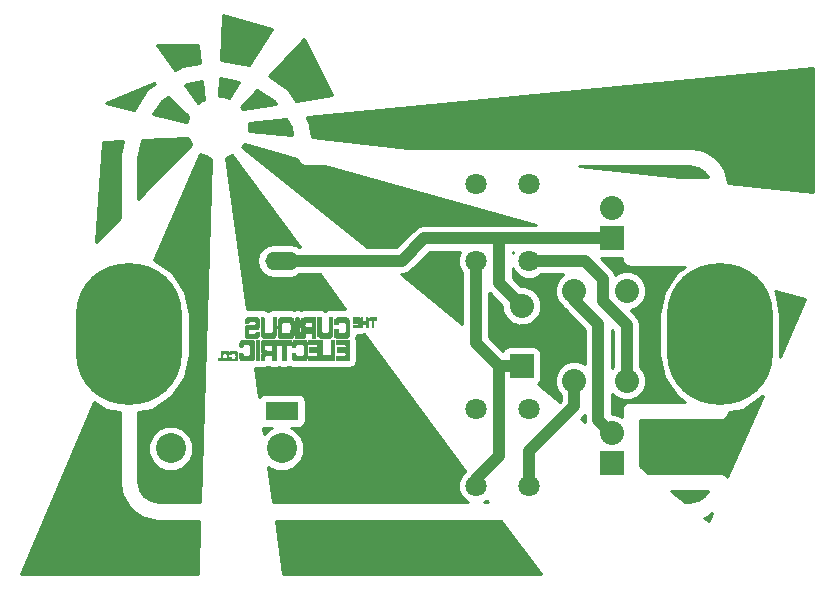
<source format=gbr>
G04 #@! TF.FileFunction,Copper,L2,Bot,Signal*
%FSLAX46Y46*%
G04 Gerber Fmt 4.6, Leading zero omitted, Abs format (unit mm)*
G04 Created by KiCad (PCBNEW 4.0.4-stable) date 03/09/17 11:08:23*
%MOMM*%
%LPD*%
G01*
G04 APERTURE LIST*
%ADD10C,0.500000*%
%ADD11C,0.010000*%
%ADD12C,2.540000*%
%ADD13C,2.032000*%
%ADD14C,1.800000*%
%ADD15R,2.800000X1.600000*%
%ADD16O,2.800000X1.600000*%
%ADD17R,2.032000X2.032000*%
%ADD18O,9.000000X12.000000*%
%ADD19C,1.016000*%
%ADD20C,0.300000*%
%ADD21C,0.254000*%
G04 APERTURE END LIST*
D10*
D11*
G36*
X21320000Y16875000D02*
X21230000Y16875000D01*
X21230000Y16785000D01*
X21320000Y16785000D01*
X21320000Y16875000D01*
X21320000Y16875000D01*
G37*
X21320000Y16875000D02*
X21230000Y16875000D01*
X21230000Y16785000D01*
X21320000Y16785000D01*
X21320000Y16875000D01*
G36*
X21230000Y16875000D02*
X21140000Y16875000D01*
X21140000Y16785000D01*
X21230000Y16785000D01*
X21230000Y16875000D01*
X21230000Y16875000D01*
G37*
X21230000Y16875000D02*
X21140000Y16875000D01*
X21140000Y16785000D01*
X21230000Y16785000D01*
X21230000Y16875000D01*
G36*
X21140000Y16875000D02*
X21050000Y16875000D01*
X21050000Y16785000D01*
X21140000Y16785000D01*
X21140000Y16875000D01*
X21140000Y16875000D01*
G37*
X21140000Y16875000D02*
X21050000Y16875000D01*
X21050000Y16785000D01*
X21140000Y16785000D01*
X21140000Y16875000D01*
G36*
X21050000Y16875000D02*
X20960000Y16875000D01*
X20960000Y16785000D01*
X21050000Y16785000D01*
X21050000Y16875000D01*
X21050000Y16875000D01*
G37*
X21050000Y16875000D02*
X20960000Y16875000D01*
X20960000Y16785000D01*
X21050000Y16785000D01*
X21050000Y16875000D01*
G36*
X20960000Y16875000D02*
X20870000Y16875000D01*
X20870000Y16785000D01*
X20960000Y16785000D01*
X20960000Y16875000D01*
X20960000Y16875000D01*
G37*
X20960000Y16875000D02*
X20870000Y16875000D01*
X20870000Y16785000D01*
X20960000Y16785000D01*
X20960000Y16875000D01*
G36*
X20870000Y16875000D02*
X20780000Y16875000D01*
X20780000Y16785000D01*
X20870000Y16785000D01*
X20870000Y16875000D01*
X20870000Y16875000D01*
G37*
X20870000Y16875000D02*
X20780000Y16875000D01*
X20780000Y16785000D01*
X20870000Y16785000D01*
X20870000Y16875000D01*
G36*
X20600000Y16875000D02*
X20510000Y16875000D01*
X20510000Y16785000D01*
X20600000Y16785000D01*
X20600000Y16875000D01*
X20600000Y16875000D01*
G37*
X20600000Y16875000D02*
X20510000Y16875000D01*
X20510000Y16785000D01*
X20600000Y16785000D01*
X20600000Y16875000D01*
G36*
X20150000Y16875000D02*
X20060000Y16875000D01*
X20060000Y16785000D01*
X20150000Y16785000D01*
X20150000Y16875000D01*
X20150000Y16875000D01*
G37*
X20150000Y16875000D02*
X20060000Y16875000D01*
X20060000Y16785000D01*
X20150000Y16785000D01*
X20150000Y16875000D01*
G36*
X19880000Y16875000D02*
X19790000Y16875000D01*
X19790000Y16785000D01*
X19880000Y16785000D01*
X19880000Y16875000D01*
X19880000Y16875000D01*
G37*
X19880000Y16875000D02*
X19790000Y16875000D01*
X19790000Y16785000D01*
X19880000Y16785000D01*
X19880000Y16875000D01*
G36*
X19790000Y16875000D02*
X19700000Y16875000D01*
X19700000Y16785000D01*
X19790000Y16785000D01*
X19790000Y16875000D01*
X19790000Y16875000D01*
G37*
X19790000Y16875000D02*
X19700000Y16875000D01*
X19700000Y16785000D01*
X19790000Y16785000D01*
X19790000Y16875000D01*
G36*
X19700000Y16875000D02*
X19610000Y16875000D01*
X19610000Y16785000D01*
X19700000Y16785000D01*
X19700000Y16875000D01*
X19700000Y16875000D01*
G37*
X19700000Y16875000D02*
X19610000Y16875000D01*
X19610000Y16785000D01*
X19700000Y16785000D01*
X19700000Y16875000D01*
G36*
X19610000Y16875000D02*
X19520000Y16875000D01*
X19520000Y16785000D01*
X19610000Y16785000D01*
X19610000Y16875000D01*
X19610000Y16875000D01*
G37*
X19610000Y16875000D02*
X19520000Y16875000D01*
X19520000Y16785000D01*
X19610000Y16785000D01*
X19610000Y16875000D01*
G36*
X19520000Y16875000D02*
X19430000Y16875000D01*
X19430000Y16785000D01*
X19520000Y16785000D01*
X19520000Y16875000D01*
X19520000Y16875000D01*
G37*
X19520000Y16875000D02*
X19430000Y16875000D01*
X19430000Y16785000D01*
X19520000Y16785000D01*
X19520000Y16875000D01*
G36*
X19430000Y16875000D02*
X19340000Y16875000D01*
X19340000Y16785000D01*
X19430000Y16785000D01*
X19430000Y16875000D01*
X19430000Y16875000D01*
G37*
X19430000Y16875000D02*
X19340000Y16875000D01*
X19340000Y16785000D01*
X19430000Y16785000D01*
X19430000Y16875000D01*
G36*
X18800000Y16875000D02*
X18710000Y16875000D01*
X18710000Y16785000D01*
X18800000Y16785000D01*
X18800000Y16875000D01*
X18800000Y16875000D01*
G37*
X18800000Y16875000D02*
X18710000Y16875000D01*
X18710000Y16785000D01*
X18800000Y16785000D01*
X18800000Y16875000D01*
G36*
X18710000Y16875000D02*
X18620000Y16875000D01*
X18620000Y16785000D01*
X18710000Y16785000D01*
X18710000Y16875000D01*
X18710000Y16875000D01*
G37*
X18710000Y16875000D02*
X18620000Y16875000D01*
X18620000Y16785000D01*
X18710000Y16785000D01*
X18710000Y16875000D01*
G36*
X18620000Y16875000D02*
X18530000Y16875000D01*
X18530000Y16785000D01*
X18620000Y16785000D01*
X18620000Y16875000D01*
X18620000Y16875000D01*
G37*
X18620000Y16875000D02*
X18530000Y16875000D01*
X18530000Y16785000D01*
X18620000Y16785000D01*
X18620000Y16875000D01*
G36*
X18530000Y16875000D02*
X18440000Y16875000D01*
X18440000Y16785000D01*
X18530000Y16785000D01*
X18530000Y16875000D01*
X18530000Y16875000D01*
G37*
X18530000Y16875000D02*
X18440000Y16875000D01*
X18440000Y16785000D01*
X18530000Y16785000D01*
X18530000Y16875000D01*
G36*
X18440000Y16875000D02*
X18350000Y16875000D01*
X18350000Y16785000D01*
X18440000Y16785000D01*
X18440000Y16875000D01*
X18440000Y16875000D01*
G37*
X18440000Y16875000D02*
X18350000Y16875000D01*
X18350000Y16785000D01*
X18440000Y16785000D01*
X18440000Y16875000D01*
G36*
X18350000Y16875000D02*
X18260000Y16875000D01*
X18260000Y16785000D01*
X18350000Y16785000D01*
X18350000Y16875000D01*
X18350000Y16875000D01*
G37*
X18350000Y16875000D02*
X18260000Y16875000D01*
X18260000Y16785000D01*
X18350000Y16785000D01*
X18350000Y16875000D01*
G36*
X18260000Y16875000D02*
X18170000Y16875000D01*
X18170000Y16785000D01*
X18260000Y16785000D01*
X18260000Y16875000D01*
X18260000Y16875000D01*
G37*
X18260000Y16875000D02*
X18170000Y16875000D01*
X18170000Y16785000D01*
X18260000Y16785000D01*
X18260000Y16875000D01*
G36*
X18170000Y16875000D02*
X18080000Y16875000D01*
X18080000Y16785000D01*
X18170000Y16785000D01*
X18170000Y16875000D01*
X18170000Y16875000D01*
G37*
X18170000Y16875000D02*
X18080000Y16875000D01*
X18080000Y16785000D01*
X18170000Y16785000D01*
X18170000Y16875000D01*
G36*
X18080000Y16875000D02*
X17990000Y16875000D01*
X17990000Y16785000D01*
X18080000Y16785000D01*
X18080000Y16875000D01*
X18080000Y16875000D01*
G37*
X18080000Y16875000D02*
X17990000Y16875000D01*
X17990000Y16785000D01*
X18080000Y16785000D01*
X18080000Y16875000D01*
G36*
X17630000Y16875000D02*
X17540000Y16875000D01*
X17540000Y16785000D01*
X17630000Y16785000D01*
X17630000Y16875000D01*
X17630000Y16875000D01*
G37*
X17630000Y16875000D02*
X17540000Y16875000D01*
X17540000Y16785000D01*
X17630000Y16785000D01*
X17630000Y16875000D01*
G36*
X17540000Y16875000D02*
X17450000Y16875000D01*
X17450000Y16785000D01*
X17540000Y16785000D01*
X17540000Y16875000D01*
X17540000Y16875000D01*
G37*
X17540000Y16875000D02*
X17450000Y16875000D01*
X17450000Y16785000D01*
X17540000Y16785000D01*
X17540000Y16875000D01*
G36*
X17450000Y16875000D02*
X17360000Y16875000D01*
X17360000Y16785000D01*
X17450000Y16785000D01*
X17450000Y16875000D01*
X17450000Y16875000D01*
G37*
X17450000Y16875000D02*
X17360000Y16875000D01*
X17360000Y16785000D01*
X17450000Y16785000D01*
X17450000Y16875000D01*
G36*
X16640000Y16875000D02*
X16550000Y16875000D01*
X16550000Y16785000D01*
X16640000Y16785000D01*
X16640000Y16875000D01*
X16640000Y16875000D01*
G37*
X16640000Y16875000D02*
X16550000Y16875000D01*
X16550000Y16785000D01*
X16640000Y16785000D01*
X16640000Y16875000D01*
G36*
X16550000Y16875000D02*
X16460000Y16875000D01*
X16460000Y16785000D01*
X16550000Y16785000D01*
X16550000Y16875000D01*
X16550000Y16875000D01*
G37*
X16550000Y16875000D02*
X16460000Y16875000D01*
X16460000Y16785000D01*
X16550000Y16785000D01*
X16550000Y16875000D01*
G36*
X16460000Y16875000D02*
X16370000Y16875000D01*
X16370000Y16785000D01*
X16460000Y16785000D01*
X16460000Y16875000D01*
X16460000Y16875000D01*
G37*
X16460000Y16875000D02*
X16370000Y16875000D01*
X16370000Y16785000D01*
X16460000Y16785000D01*
X16460000Y16875000D01*
G36*
X16190000Y16875000D02*
X16100000Y16875000D01*
X16100000Y16785000D01*
X16190000Y16785000D01*
X16190000Y16875000D01*
X16190000Y16875000D01*
G37*
X16190000Y16875000D02*
X16100000Y16875000D01*
X16100000Y16785000D01*
X16190000Y16785000D01*
X16190000Y16875000D01*
G36*
X16100000Y16875000D02*
X16010000Y16875000D01*
X16010000Y16785000D01*
X16100000Y16785000D01*
X16100000Y16875000D01*
X16100000Y16875000D01*
G37*
X16100000Y16875000D02*
X16010000Y16875000D01*
X16010000Y16785000D01*
X16100000Y16785000D01*
X16100000Y16875000D01*
G36*
X16010000Y16875000D02*
X15920000Y16875000D01*
X15920000Y16785000D01*
X16010000Y16785000D01*
X16010000Y16875000D01*
X16010000Y16875000D01*
G37*
X16010000Y16875000D02*
X15920000Y16875000D01*
X15920000Y16785000D01*
X16010000Y16785000D01*
X16010000Y16875000D01*
G36*
X15920000Y16875000D02*
X15830000Y16875000D01*
X15830000Y16785000D01*
X15920000Y16785000D01*
X15920000Y16875000D01*
X15920000Y16875000D01*
G37*
X15920000Y16875000D02*
X15830000Y16875000D01*
X15830000Y16785000D01*
X15920000Y16785000D01*
X15920000Y16875000D01*
G36*
X15830000Y16875000D02*
X15740000Y16875000D01*
X15740000Y16785000D01*
X15830000Y16785000D01*
X15830000Y16875000D01*
X15830000Y16875000D01*
G37*
X15830000Y16875000D02*
X15740000Y16875000D01*
X15740000Y16785000D01*
X15830000Y16785000D01*
X15830000Y16875000D01*
G36*
X15740000Y16875000D02*
X15650000Y16875000D01*
X15650000Y16785000D01*
X15740000Y16785000D01*
X15740000Y16875000D01*
X15740000Y16875000D01*
G37*
X15740000Y16875000D02*
X15650000Y16875000D01*
X15650000Y16785000D01*
X15740000Y16785000D01*
X15740000Y16875000D01*
G36*
X15650000Y16875000D02*
X15560000Y16875000D01*
X15560000Y16785000D01*
X15650000Y16785000D01*
X15650000Y16875000D01*
X15650000Y16875000D01*
G37*
X15650000Y16875000D02*
X15560000Y16875000D01*
X15560000Y16785000D01*
X15650000Y16785000D01*
X15650000Y16875000D01*
G36*
X15560000Y16875000D02*
X15470000Y16875000D01*
X15470000Y16785000D01*
X15560000Y16785000D01*
X15560000Y16875000D01*
X15560000Y16875000D01*
G37*
X15560000Y16875000D02*
X15470000Y16875000D01*
X15470000Y16785000D01*
X15560000Y16785000D01*
X15560000Y16875000D01*
G36*
X15470000Y16875000D02*
X15380000Y16875000D01*
X15380000Y16785000D01*
X15470000Y16785000D01*
X15470000Y16875000D01*
X15470000Y16875000D01*
G37*
X15470000Y16875000D02*
X15380000Y16875000D01*
X15380000Y16785000D01*
X15470000Y16785000D01*
X15470000Y16875000D01*
G36*
X15380000Y16875000D02*
X15290000Y16875000D01*
X15290000Y16785000D01*
X15380000Y16785000D01*
X15380000Y16875000D01*
X15380000Y16875000D01*
G37*
X15380000Y16875000D02*
X15290000Y16875000D01*
X15290000Y16785000D01*
X15380000Y16785000D01*
X15380000Y16875000D01*
G36*
X15290000Y16875000D02*
X15200000Y16875000D01*
X15200000Y16785000D01*
X15290000Y16785000D01*
X15290000Y16875000D01*
X15290000Y16875000D01*
G37*
X15290000Y16875000D02*
X15200000Y16875000D01*
X15200000Y16785000D01*
X15290000Y16785000D01*
X15290000Y16875000D01*
G36*
X14750000Y16875000D02*
X14660000Y16875000D01*
X14660000Y16785000D01*
X14750000Y16785000D01*
X14750000Y16875000D01*
X14750000Y16875000D01*
G37*
X14750000Y16875000D02*
X14660000Y16875000D01*
X14660000Y16785000D01*
X14750000Y16785000D01*
X14750000Y16875000D01*
G36*
X14660000Y16875000D02*
X14570000Y16875000D01*
X14570000Y16785000D01*
X14660000Y16785000D01*
X14660000Y16875000D01*
X14660000Y16875000D01*
G37*
X14660000Y16875000D02*
X14570000Y16875000D01*
X14570000Y16785000D01*
X14660000Y16785000D01*
X14660000Y16875000D01*
G36*
X14120000Y16875000D02*
X14030000Y16875000D01*
X14030000Y16785000D01*
X14120000Y16785000D01*
X14120000Y16875000D01*
X14120000Y16875000D01*
G37*
X14120000Y16875000D02*
X14030000Y16875000D01*
X14030000Y16785000D01*
X14120000Y16785000D01*
X14120000Y16875000D01*
G36*
X14030000Y16875000D02*
X13940000Y16875000D01*
X13940000Y16785000D01*
X14030000Y16785000D01*
X14030000Y16875000D01*
X14030000Y16875000D01*
G37*
X14030000Y16875000D02*
X13940000Y16875000D01*
X13940000Y16785000D01*
X14030000Y16785000D01*
X14030000Y16875000D01*
G36*
X13940000Y16875000D02*
X13850000Y16875000D01*
X13850000Y16785000D01*
X13940000Y16785000D01*
X13940000Y16875000D01*
X13940000Y16875000D01*
G37*
X13940000Y16875000D02*
X13850000Y16875000D01*
X13850000Y16785000D01*
X13940000Y16785000D01*
X13940000Y16875000D01*
G36*
X13850000Y16875000D02*
X13760000Y16875000D01*
X13760000Y16785000D01*
X13850000Y16785000D01*
X13850000Y16875000D01*
X13850000Y16875000D01*
G37*
X13850000Y16875000D02*
X13760000Y16875000D01*
X13760000Y16785000D01*
X13850000Y16785000D01*
X13850000Y16875000D01*
G36*
X13760000Y16875000D02*
X13670000Y16875000D01*
X13670000Y16785000D01*
X13760000Y16785000D01*
X13760000Y16875000D01*
X13760000Y16875000D01*
G37*
X13760000Y16875000D02*
X13670000Y16875000D01*
X13670000Y16785000D01*
X13760000Y16785000D01*
X13760000Y16875000D01*
G36*
X13670000Y16875000D02*
X13580000Y16875000D01*
X13580000Y16785000D01*
X13670000Y16785000D01*
X13670000Y16875000D01*
X13670000Y16875000D01*
G37*
X13670000Y16875000D02*
X13580000Y16875000D01*
X13580000Y16785000D01*
X13670000Y16785000D01*
X13670000Y16875000D01*
G36*
X13580000Y16875000D02*
X13490000Y16875000D01*
X13490000Y16785000D01*
X13580000Y16785000D01*
X13580000Y16875000D01*
X13580000Y16875000D01*
G37*
X13580000Y16875000D02*
X13490000Y16875000D01*
X13490000Y16785000D01*
X13580000Y16785000D01*
X13580000Y16875000D01*
G36*
X13490000Y16875000D02*
X13400000Y16875000D01*
X13400000Y16785000D01*
X13490000Y16785000D01*
X13490000Y16875000D01*
X13490000Y16875000D01*
G37*
X13490000Y16875000D02*
X13400000Y16875000D01*
X13400000Y16785000D01*
X13490000Y16785000D01*
X13490000Y16875000D01*
G36*
X13400000Y16875000D02*
X13310000Y16875000D01*
X13310000Y16785000D01*
X13400000Y16785000D01*
X13400000Y16875000D01*
X13400000Y16875000D01*
G37*
X13400000Y16875000D02*
X13310000Y16875000D01*
X13310000Y16785000D01*
X13400000Y16785000D01*
X13400000Y16875000D01*
G36*
X13310000Y16875000D02*
X13220000Y16875000D01*
X13220000Y16785000D01*
X13310000Y16785000D01*
X13310000Y16875000D01*
X13310000Y16875000D01*
G37*
X13310000Y16875000D02*
X13220000Y16875000D01*
X13220000Y16785000D01*
X13310000Y16785000D01*
X13310000Y16875000D01*
G36*
X12860000Y16875000D02*
X12770000Y16875000D01*
X12770000Y16785000D01*
X12860000Y16785000D01*
X12860000Y16875000D01*
X12860000Y16875000D01*
G37*
X12860000Y16875000D02*
X12770000Y16875000D01*
X12770000Y16785000D01*
X12860000Y16785000D01*
X12860000Y16875000D01*
G36*
X12770000Y16875000D02*
X12680000Y16875000D01*
X12680000Y16785000D01*
X12770000Y16785000D01*
X12770000Y16875000D01*
X12770000Y16875000D01*
G37*
X12770000Y16875000D02*
X12680000Y16875000D01*
X12680000Y16785000D01*
X12770000Y16785000D01*
X12770000Y16875000D01*
G36*
X12680000Y16875000D02*
X12590000Y16875000D01*
X12590000Y16785000D01*
X12680000Y16785000D01*
X12680000Y16875000D01*
X12680000Y16875000D01*
G37*
X12680000Y16875000D02*
X12590000Y16875000D01*
X12590000Y16785000D01*
X12680000Y16785000D01*
X12680000Y16875000D01*
G36*
X11780000Y16875000D02*
X11690000Y16875000D01*
X11690000Y16785000D01*
X11780000Y16785000D01*
X11780000Y16875000D01*
X11780000Y16875000D01*
G37*
X11780000Y16875000D02*
X11690000Y16875000D01*
X11690000Y16785000D01*
X11780000Y16785000D01*
X11780000Y16875000D01*
G36*
X11690000Y16875000D02*
X11600000Y16875000D01*
X11600000Y16785000D01*
X11690000Y16785000D01*
X11690000Y16875000D01*
X11690000Y16875000D01*
G37*
X11690000Y16875000D02*
X11600000Y16875000D01*
X11600000Y16785000D01*
X11690000Y16785000D01*
X11690000Y16875000D01*
G36*
X11240000Y16875000D02*
X11150000Y16875000D01*
X11150000Y16785000D01*
X11240000Y16785000D01*
X11240000Y16875000D01*
X11240000Y16875000D01*
G37*
X11240000Y16875000D02*
X11150000Y16875000D01*
X11150000Y16785000D01*
X11240000Y16785000D01*
X11240000Y16875000D01*
G36*
X11150000Y16875000D02*
X11060000Y16875000D01*
X11060000Y16785000D01*
X11150000Y16785000D01*
X11150000Y16875000D01*
X11150000Y16875000D01*
G37*
X11150000Y16875000D02*
X11060000Y16875000D01*
X11060000Y16785000D01*
X11150000Y16785000D01*
X11150000Y16875000D01*
G36*
X11060000Y16875000D02*
X10970000Y16875000D01*
X10970000Y16785000D01*
X11060000Y16785000D01*
X11060000Y16875000D01*
X11060000Y16875000D01*
G37*
X11060000Y16875000D02*
X10970000Y16875000D01*
X10970000Y16785000D01*
X11060000Y16785000D01*
X11060000Y16875000D01*
G36*
X10970000Y16875000D02*
X10880000Y16875000D01*
X10880000Y16785000D01*
X10970000Y16785000D01*
X10970000Y16875000D01*
X10970000Y16875000D01*
G37*
X10970000Y16875000D02*
X10880000Y16875000D01*
X10880000Y16785000D01*
X10970000Y16785000D01*
X10970000Y16875000D01*
G36*
X10880000Y16875000D02*
X10790000Y16875000D01*
X10790000Y16785000D01*
X10880000Y16785000D01*
X10880000Y16875000D01*
X10880000Y16875000D01*
G37*
X10880000Y16875000D02*
X10790000Y16875000D01*
X10790000Y16785000D01*
X10880000Y16785000D01*
X10880000Y16875000D01*
G36*
X10790000Y16875000D02*
X10700000Y16875000D01*
X10700000Y16785000D01*
X10790000Y16785000D01*
X10790000Y16875000D01*
X10790000Y16875000D01*
G37*
X10790000Y16875000D02*
X10700000Y16875000D01*
X10700000Y16785000D01*
X10790000Y16785000D01*
X10790000Y16875000D01*
G36*
X10700000Y16875000D02*
X10610000Y16875000D01*
X10610000Y16785000D01*
X10700000Y16785000D01*
X10700000Y16875000D01*
X10700000Y16875000D01*
G37*
X10700000Y16875000D02*
X10610000Y16875000D01*
X10610000Y16785000D01*
X10700000Y16785000D01*
X10700000Y16875000D01*
G36*
X10610000Y16875000D02*
X10520000Y16875000D01*
X10520000Y16785000D01*
X10610000Y16785000D01*
X10610000Y16875000D01*
X10610000Y16875000D01*
G37*
X10610000Y16875000D02*
X10520000Y16875000D01*
X10520000Y16785000D01*
X10610000Y16785000D01*
X10610000Y16875000D01*
G36*
X10520000Y16875000D02*
X10430000Y16875000D01*
X10430000Y16785000D01*
X10520000Y16785000D01*
X10520000Y16875000D01*
X10520000Y16875000D01*
G37*
X10520000Y16875000D02*
X10430000Y16875000D01*
X10430000Y16785000D01*
X10520000Y16785000D01*
X10520000Y16875000D01*
G36*
X21320000Y16785000D02*
X21230000Y16785000D01*
X21230000Y16695000D01*
X21320000Y16695000D01*
X21320000Y16785000D01*
X21320000Y16785000D01*
G37*
X21320000Y16785000D02*
X21230000Y16785000D01*
X21230000Y16695000D01*
X21320000Y16695000D01*
X21320000Y16785000D01*
G36*
X21230000Y16785000D02*
X21140000Y16785000D01*
X21140000Y16695000D01*
X21230000Y16695000D01*
X21230000Y16785000D01*
X21230000Y16785000D01*
G37*
X21230000Y16785000D02*
X21140000Y16785000D01*
X21140000Y16695000D01*
X21230000Y16695000D01*
X21230000Y16785000D01*
G36*
X21140000Y16785000D02*
X21050000Y16785000D01*
X21050000Y16695000D01*
X21140000Y16695000D01*
X21140000Y16785000D01*
X21140000Y16785000D01*
G37*
X21140000Y16785000D02*
X21050000Y16785000D01*
X21050000Y16695000D01*
X21140000Y16695000D01*
X21140000Y16785000D01*
G36*
X21050000Y16785000D02*
X20960000Y16785000D01*
X20960000Y16695000D01*
X21050000Y16695000D01*
X21050000Y16785000D01*
X21050000Y16785000D01*
G37*
X21050000Y16785000D02*
X20960000Y16785000D01*
X20960000Y16695000D01*
X21050000Y16695000D01*
X21050000Y16785000D01*
G36*
X20960000Y16785000D02*
X20870000Y16785000D01*
X20870000Y16695000D01*
X20960000Y16695000D01*
X20960000Y16785000D01*
X20960000Y16785000D01*
G37*
X20960000Y16785000D02*
X20870000Y16785000D01*
X20870000Y16695000D01*
X20960000Y16695000D01*
X20960000Y16785000D01*
G36*
X20870000Y16785000D02*
X20780000Y16785000D01*
X20780000Y16695000D01*
X20870000Y16695000D01*
X20870000Y16785000D01*
X20870000Y16785000D01*
G37*
X20870000Y16785000D02*
X20780000Y16785000D01*
X20780000Y16695000D01*
X20870000Y16695000D01*
X20870000Y16785000D01*
G36*
X20780000Y16785000D02*
X20690000Y16785000D01*
X20690000Y16695000D01*
X20780000Y16695000D01*
X20780000Y16785000D01*
X20780000Y16785000D01*
G37*
X20780000Y16785000D02*
X20690000Y16785000D01*
X20690000Y16695000D01*
X20780000Y16695000D01*
X20780000Y16785000D01*
G36*
X20690000Y16785000D02*
X20600000Y16785000D01*
X20600000Y16695000D01*
X20690000Y16695000D01*
X20690000Y16785000D01*
X20690000Y16785000D01*
G37*
X20690000Y16785000D02*
X20600000Y16785000D01*
X20600000Y16695000D01*
X20690000Y16695000D01*
X20690000Y16785000D01*
G36*
X20600000Y16785000D02*
X20510000Y16785000D01*
X20510000Y16695000D01*
X20600000Y16695000D01*
X20600000Y16785000D01*
X20600000Y16785000D01*
G37*
X20600000Y16785000D02*
X20510000Y16785000D01*
X20510000Y16695000D01*
X20600000Y16695000D01*
X20600000Y16785000D01*
G36*
X20150000Y16785000D02*
X20060000Y16785000D01*
X20060000Y16695000D01*
X20150000Y16695000D01*
X20150000Y16785000D01*
X20150000Y16785000D01*
G37*
X20150000Y16785000D02*
X20060000Y16785000D01*
X20060000Y16695000D01*
X20150000Y16695000D01*
X20150000Y16785000D01*
G36*
X20060000Y16785000D02*
X19970000Y16785000D01*
X19970000Y16695000D01*
X20060000Y16695000D01*
X20060000Y16785000D01*
X20060000Y16785000D01*
G37*
X20060000Y16785000D02*
X19970000Y16785000D01*
X19970000Y16695000D01*
X20060000Y16695000D01*
X20060000Y16785000D01*
G36*
X19880000Y16785000D02*
X19790000Y16785000D01*
X19790000Y16695000D01*
X19880000Y16695000D01*
X19880000Y16785000D01*
X19880000Y16785000D01*
G37*
X19880000Y16785000D02*
X19790000Y16785000D01*
X19790000Y16695000D01*
X19880000Y16695000D01*
X19880000Y16785000D01*
G36*
X19790000Y16785000D02*
X19700000Y16785000D01*
X19700000Y16695000D01*
X19790000Y16695000D01*
X19790000Y16785000D01*
X19790000Y16785000D01*
G37*
X19790000Y16785000D02*
X19700000Y16785000D01*
X19700000Y16695000D01*
X19790000Y16695000D01*
X19790000Y16785000D01*
G36*
X19700000Y16785000D02*
X19610000Y16785000D01*
X19610000Y16695000D01*
X19700000Y16695000D01*
X19700000Y16785000D01*
X19700000Y16785000D01*
G37*
X19700000Y16785000D02*
X19610000Y16785000D01*
X19610000Y16695000D01*
X19700000Y16695000D01*
X19700000Y16785000D01*
G36*
X19610000Y16785000D02*
X19520000Y16785000D01*
X19520000Y16695000D01*
X19610000Y16695000D01*
X19610000Y16785000D01*
X19610000Y16785000D01*
G37*
X19610000Y16785000D02*
X19520000Y16785000D01*
X19520000Y16695000D01*
X19610000Y16695000D01*
X19610000Y16785000D01*
G36*
X19520000Y16785000D02*
X19430000Y16785000D01*
X19430000Y16695000D01*
X19520000Y16695000D01*
X19520000Y16785000D01*
X19520000Y16785000D01*
G37*
X19520000Y16785000D02*
X19430000Y16785000D01*
X19430000Y16695000D01*
X19520000Y16695000D01*
X19520000Y16785000D01*
G36*
X19430000Y16785000D02*
X19340000Y16785000D01*
X19340000Y16695000D01*
X19430000Y16695000D01*
X19430000Y16785000D01*
X19430000Y16785000D01*
G37*
X19430000Y16785000D02*
X19340000Y16785000D01*
X19340000Y16695000D01*
X19430000Y16695000D01*
X19430000Y16785000D01*
G36*
X18980000Y16785000D02*
X18890000Y16785000D01*
X18890000Y16695000D01*
X18980000Y16695000D01*
X18980000Y16785000D01*
X18980000Y16785000D01*
G37*
X18980000Y16785000D02*
X18890000Y16785000D01*
X18890000Y16695000D01*
X18980000Y16695000D01*
X18980000Y16785000D01*
G36*
X18890000Y16785000D02*
X18800000Y16785000D01*
X18800000Y16695000D01*
X18890000Y16695000D01*
X18890000Y16785000D01*
X18890000Y16785000D01*
G37*
X18890000Y16785000D02*
X18800000Y16785000D01*
X18800000Y16695000D01*
X18890000Y16695000D01*
X18890000Y16785000D01*
G36*
X18800000Y16785000D02*
X18710000Y16785000D01*
X18710000Y16695000D01*
X18800000Y16695000D01*
X18800000Y16785000D01*
X18800000Y16785000D01*
G37*
X18800000Y16785000D02*
X18710000Y16785000D01*
X18710000Y16695000D01*
X18800000Y16695000D01*
X18800000Y16785000D01*
G36*
X18710000Y16785000D02*
X18620000Y16785000D01*
X18620000Y16695000D01*
X18710000Y16695000D01*
X18710000Y16785000D01*
X18710000Y16785000D01*
G37*
X18710000Y16785000D02*
X18620000Y16785000D01*
X18620000Y16695000D01*
X18710000Y16695000D01*
X18710000Y16785000D01*
G36*
X18620000Y16785000D02*
X18530000Y16785000D01*
X18530000Y16695000D01*
X18620000Y16695000D01*
X18620000Y16785000D01*
X18620000Y16785000D01*
G37*
X18620000Y16785000D02*
X18530000Y16785000D01*
X18530000Y16695000D01*
X18620000Y16695000D01*
X18620000Y16785000D01*
G36*
X18530000Y16785000D02*
X18440000Y16785000D01*
X18440000Y16695000D01*
X18530000Y16695000D01*
X18530000Y16785000D01*
X18530000Y16785000D01*
G37*
X18530000Y16785000D02*
X18440000Y16785000D01*
X18440000Y16695000D01*
X18530000Y16695000D01*
X18530000Y16785000D01*
G36*
X18440000Y16785000D02*
X18350000Y16785000D01*
X18350000Y16695000D01*
X18440000Y16695000D01*
X18440000Y16785000D01*
X18440000Y16785000D01*
G37*
X18440000Y16785000D02*
X18350000Y16785000D01*
X18350000Y16695000D01*
X18440000Y16695000D01*
X18440000Y16785000D01*
G36*
X18350000Y16785000D02*
X18260000Y16785000D01*
X18260000Y16695000D01*
X18350000Y16695000D01*
X18350000Y16785000D01*
X18350000Y16785000D01*
G37*
X18350000Y16785000D02*
X18260000Y16785000D01*
X18260000Y16695000D01*
X18350000Y16695000D01*
X18350000Y16785000D01*
G36*
X18260000Y16785000D02*
X18170000Y16785000D01*
X18170000Y16695000D01*
X18260000Y16695000D01*
X18260000Y16785000D01*
X18260000Y16785000D01*
G37*
X18260000Y16785000D02*
X18170000Y16785000D01*
X18170000Y16695000D01*
X18260000Y16695000D01*
X18260000Y16785000D01*
G36*
X18170000Y16785000D02*
X18080000Y16785000D01*
X18080000Y16695000D01*
X18170000Y16695000D01*
X18170000Y16785000D01*
X18170000Y16785000D01*
G37*
X18170000Y16785000D02*
X18080000Y16785000D01*
X18080000Y16695000D01*
X18170000Y16695000D01*
X18170000Y16785000D01*
G36*
X18080000Y16785000D02*
X17990000Y16785000D01*
X17990000Y16695000D01*
X18080000Y16695000D01*
X18080000Y16785000D01*
X18080000Y16785000D01*
G37*
X18080000Y16785000D02*
X17990000Y16785000D01*
X17990000Y16695000D01*
X18080000Y16695000D01*
X18080000Y16785000D01*
G36*
X17990000Y16785000D02*
X17900000Y16785000D01*
X17900000Y16695000D01*
X17990000Y16695000D01*
X17990000Y16785000D01*
X17990000Y16785000D01*
G37*
X17990000Y16785000D02*
X17900000Y16785000D01*
X17900000Y16695000D01*
X17990000Y16695000D01*
X17990000Y16785000D01*
G36*
X17630000Y16785000D02*
X17540000Y16785000D01*
X17540000Y16695000D01*
X17630000Y16695000D01*
X17630000Y16785000D01*
X17630000Y16785000D01*
G37*
X17630000Y16785000D02*
X17540000Y16785000D01*
X17540000Y16695000D01*
X17630000Y16695000D01*
X17630000Y16785000D01*
G36*
X17540000Y16785000D02*
X17450000Y16785000D01*
X17450000Y16695000D01*
X17540000Y16695000D01*
X17540000Y16785000D01*
X17540000Y16785000D01*
G37*
X17540000Y16785000D02*
X17450000Y16785000D01*
X17450000Y16695000D01*
X17540000Y16695000D01*
X17540000Y16785000D01*
G36*
X17450000Y16785000D02*
X17360000Y16785000D01*
X17360000Y16695000D01*
X17450000Y16695000D01*
X17450000Y16785000D01*
X17450000Y16785000D01*
G37*
X17450000Y16785000D02*
X17360000Y16785000D01*
X17360000Y16695000D01*
X17450000Y16695000D01*
X17450000Y16785000D01*
G36*
X16640000Y16785000D02*
X16550000Y16785000D01*
X16550000Y16695000D01*
X16640000Y16695000D01*
X16640000Y16785000D01*
X16640000Y16785000D01*
G37*
X16640000Y16785000D02*
X16550000Y16785000D01*
X16550000Y16695000D01*
X16640000Y16695000D01*
X16640000Y16785000D01*
G36*
X16550000Y16785000D02*
X16460000Y16785000D01*
X16460000Y16695000D01*
X16550000Y16695000D01*
X16550000Y16785000D01*
X16550000Y16785000D01*
G37*
X16550000Y16785000D02*
X16460000Y16785000D01*
X16460000Y16695000D01*
X16550000Y16695000D01*
X16550000Y16785000D01*
G36*
X16460000Y16785000D02*
X16370000Y16785000D01*
X16370000Y16695000D01*
X16460000Y16695000D01*
X16460000Y16785000D01*
X16460000Y16785000D01*
G37*
X16460000Y16785000D02*
X16370000Y16785000D01*
X16370000Y16695000D01*
X16460000Y16695000D01*
X16460000Y16785000D01*
G36*
X16190000Y16785000D02*
X16100000Y16785000D01*
X16100000Y16695000D01*
X16190000Y16695000D01*
X16190000Y16785000D01*
X16190000Y16785000D01*
G37*
X16190000Y16785000D02*
X16100000Y16785000D01*
X16100000Y16695000D01*
X16190000Y16695000D01*
X16190000Y16785000D01*
G36*
X16100000Y16785000D02*
X16010000Y16785000D01*
X16010000Y16695000D01*
X16100000Y16695000D01*
X16100000Y16785000D01*
X16100000Y16785000D01*
G37*
X16100000Y16785000D02*
X16010000Y16785000D01*
X16010000Y16695000D01*
X16100000Y16695000D01*
X16100000Y16785000D01*
G36*
X16010000Y16785000D02*
X15920000Y16785000D01*
X15920000Y16695000D01*
X16010000Y16695000D01*
X16010000Y16785000D01*
X16010000Y16785000D01*
G37*
X16010000Y16785000D02*
X15920000Y16785000D01*
X15920000Y16695000D01*
X16010000Y16695000D01*
X16010000Y16785000D01*
G36*
X15920000Y16785000D02*
X15830000Y16785000D01*
X15830000Y16695000D01*
X15920000Y16695000D01*
X15920000Y16785000D01*
X15920000Y16785000D01*
G37*
X15920000Y16785000D02*
X15830000Y16785000D01*
X15830000Y16695000D01*
X15920000Y16695000D01*
X15920000Y16785000D01*
G36*
X15830000Y16785000D02*
X15740000Y16785000D01*
X15740000Y16695000D01*
X15830000Y16695000D01*
X15830000Y16785000D01*
X15830000Y16785000D01*
G37*
X15830000Y16785000D02*
X15740000Y16785000D01*
X15740000Y16695000D01*
X15830000Y16695000D01*
X15830000Y16785000D01*
G36*
X15740000Y16785000D02*
X15650000Y16785000D01*
X15650000Y16695000D01*
X15740000Y16695000D01*
X15740000Y16785000D01*
X15740000Y16785000D01*
G37*
X15740000Y16785000D02*
X15650000Y16785000D01*
X15650000Y16695000D01*
X15740000Y16695000D01*
X15740000Y16785000D01*
G36*
X15650000Y16785000D02*
X15560000Y16785000D01*
X15560000Y16695000D01*
X15650000Y16695000D01*
X15650000Y16785000D01*
X15650000Y16785000D01*
G37*
X15650000Y16785000D02*
X15560000Y16785000D01*
X15560000Y16695000D01*
X15650000Y16695000D01*
X15650000Y16785000D01*
G36*
X15560000Y16785000D02*
X15470000Y16785000D01*
X15470000Y16695000D01*
X15560000Y16695000D01*
X15560000Y16785000D01*
X15560000Y16785000D01*
G37*
X15560000Y16785000D02*
X15470000Y16785000D01*
X15470000Y16695000D01*
X15560000Y16695000D01*
X15560000Y16785000D01*
G36*
X15470000Y16785000D02*
X15380000Y16785000D01*
X15380000Y16695000D01*
X15470000Y16695000D01*
X15470000Y16785000D01*
X15470000Y16785000D01*
G37*
X15470000Y16785000D02*
X15380000Y16785000D01*
X15380000Y16695000D01*
X15470000Y16695000D01*
X15470000Y16785000D01*
G36*
X15380000Y16785000D02*
X15290000Y16785000D01*
X15290000Y16695000D01*
X15380000Y16695000D01*
X15380000Y16785000D01*
X15380000Y16785000D01*
G37*
X15380000Y16785000D02*
X15290000Y16785000D01*
X15290000Y16695000D01*
X15380000Y16695000D01*
X15380000Y16785000D01*
G36*
X15290000Y16785000D02*
X15200000Y16785000D01*
X15200000Y16695000D01*
X15290000Y16695000D01*
X15290000Y16785000D01*
X15290000Y16785000D01*
G37*
X15290000Y16785000D02*
X15200000Y16785000D01*
X15200000Y16695000D01*
X15290000Y16695000D01*
X15290000Y16785000D01*
G36*
X15200000Y16785000D02*
X15110000Y16785000D01*
X15110000Y16695000D01*
X15200000Y16695000D01*
X15200000Y16785000D01*
X15200000Y16785000D01*
G37*
X15200000Y16785000D02*
X15110000Y16785000D01*
X15110000Y16695000D01*
X15200000Y16695000D01*
X15200000Y16785000D01*
G36*
X15110000Y16785000D02*
X15020000Y16785000D01*
X15020000Y16695000D01*
X15110000Y16695000D01*
X15110000Y16785000D01*
X15110000Y16785000D01*
G37*
X15110000Y16785000D02*
X15020000Y16785000D01*
X15020000Y16695000D01*
X15110000Y16695000D01*
X15110000Y16785000D01*
G36*
X14840000Y16785000D02*
X14750000Y16785000D01*
X14750000Y16695000D01*
X14840000Y16695000D01*
X14840000Y16785000D01*
X14840000Y16785000D01*
G37*
X14840000Y16785000D02*
X14750000Y16785000D01*
X14750000Y16695000D01*
X14840000Y16695000D01*
X14840000Y16785000D01*
G36*
X14750000Y16785000D02*
X14660000Y16785000D01*
X14660000Y16695000D01*
X14750000Y16695000D01*
X14750000Y16785000D01*
X14750000Y16785000D01*
G37*
X14750000Y16785000D02*
X14660000Y16785000D01*
X14660000Y16695000D01*
X14750000Y16695000D01*
X14750000Y16785000D01*
G36*
X14660000Y16785000D02*
X14570000Y16785000D01*
X14570000Y16695000D01*
X14660000Y16695000D01*
X14660000Y16785000D01*
X14660000Y16785000D01*
G37*
X14660000Y16785000D02*
X14570000Y16785000D01*
X14570000Y16695000D01*
X14660000Y16695000D01*
X14660000Y16785000D01*
G36*
X14570000Y16785000D02*
X14480000Y16785000D01*
X14480000Y16695000D01*
X14570000Y16695000D01*
X14570000Y16785000D01*
X14570000Y16785000D01*
G37*
X14570000Y16785000D02*
X14480000Y16785000D01*
X14480000Y16695000D01*
X14570000Y16695000D01*
X14570000Y16785000D01*
G36*
X14300000Y16785000D02*
X14210000Y16785000D01*
X14210000Y16695000D01*
X14300000Y16695000D01*
X14300000Y16785000D01*
X14300000Y16785000D01*
G37*
X14300000Y16785000D02*
X14210000Y16785000D01*
X14210000Y16695000D01*
X14300000Y16695000D01*
X14300000Y16785000D01*
G36*
X14210000Y16785000D02*
X14120000Y16785000D01*
X14120000Y16695000D01*
X14210000Y16695000D01*
X14210000Y16785000D01*
X14210000Y16785000D01*
G37*
X14210000Y16785000D02*
X14120000Y16785000D01*
X14120000Y16695000D01*
X14210000Y16695000D01*
X14210000Y16785000D01*
G36*
X14120000Y16785000D02*
X14030000Y16785000D01*
X14030000Y16695000D01*
X14120000Y16695000D01*
X14120000Y16785000D01*
X14120000Y16785000D01*
G37*
X14120000Y16785000D02*
X14030000Y16785000D01*
X14030000Y16695000D01*
X14120000Y16695000D01*
X14120000Y16785000D01*
G36*
X14030000Y16785000D02*
X13940000Y16785000D01*
X13940000Y16695000D01*
X14030000Y16695000D01*
X14030000Y16785000D01*
X14030000Y16785000D01*
G37*
X14030000Y16785000D02*
X13940000Y16785000D01*
X13940000Y16695000D01*
X14030000Y16695000D01*
X14030000Y16785000D01*
G36*
X13940000Y16785000D02*
X13850000Y16785000D01*
X13850000Y16695000D01*
X13940000Y16695000D01*
X13940000Y16785000D01*
X13940000Y16785000D01*
G37*
X13940000Y16785000D02*
X13850000Y16785000D01*
X13850000Y16695000D01*
X13940000Y16695000D01*
X13940000Y16785000D01*
G36*
X13850000Y16785000D02*
X13760000Y16785000D01*
X13760000Y16695000D01*
X13850000Y16695000D01*
X13850000Y16785000D01*
X13850000Y16785000D01*
G37*
X13850000Y16785000D02*
X13760000Y16785000D01*
X13760000Y16695000D01*
X13850000Y16695000D01*
X13850000Y16785000D01*
G36*
X13760000Y16785000D02*
X13670000Y16785000D01*
X13670000Y16695000D01*
X13760000Y16695000D01*
X13760000Y16785000D01*
X13760000Y16785000D01*
G37*
X13760000Y16785000D02*
X13670000Y16785000D01*
X13670000Y16695000D01*
X13760000Y16695000D01*
X13760000Y16785000D01*
G36*
X13670000Y16785000D02*
X13580000Y16785000D01*
X13580000Y16695000D01*
X13670000Y16695000D01*
X13670000Y16785000D01*
X13670000Y16785000D01*
G37*
X13670000Y16785000D02*
X13580000Y16785000D01*
X13580000Y16695000D01*
X13670000Y16695000D01*
X13670000Y16785000D01*
G36*
X13580000Y16785000D02*
X13490000Y16785000D01*
X13490000Y16695000D01*
X13580000Y16695000D01*
X13580000Y16785000D01*
X13580000Y16785000D01*
G37*
X13580000Y16785000D02*
X13490000Y16785000D01*
X13490000Y16695000D01*
X13580000Y16695000D01*
X13580000Y16785000D01*
G36*
X13490000Y16785000D02*
X13400000Y16785000D01*
X13400000Y16695000D01*
X13490000Y16695000D01*
X13490000Y16785000D01*
X13490000Y16785000D01*
G37*
X13490000Y16785000D02*
X13400000Y16785000D01*
X13400000Y16695000D01*
X13490000Y16695000D01*
X13490000Y16785000D01*
G36*
X13400000Y16785000D02*
X13310000Y16785000D01*
X13310000Y16695000D01*
X13400000Y16695000D01*
X13400000Y16785000D01*
X13400000Y16785000D01*
G37*
X13400000Y16785000D02*
X13310000Y16785000D01*
X13310000Y16695000D01*
X13400000Y16695000D01*
X13400000Y16785000D01*
G36*
X13310000Y16785000D02*
X13220000Y16785000D01*
X13220000Y16695000D01*
X13310000Y16695000D01*
X13310000Y16785000D01*
X13310000Y16785000D01*
G37*
X13310000Y16785000D02*
X13220000Y16785000D01*
X13220000Y16695000D01*
X13310000Y16695000D01*
X13310000Y16785000D01*
G36*
X13220000Y16785000D02*
X13130000Y16785000D01*
X13130000Y16695000D01*
X13220000Y16695000D01*
X13220000Y16785000D01*
X13220000Y16785000D01*
G37*
X13220000Y16785000D02*
X13130000Y16785000D01*
X13130000Y16695000D01*
X13220000Y16695000D01*
X13220000Y16785000D01*
G36*
X12860000Y16785000D02*
X12770000Y16785000D01*
X12770000Y16695000D01*
X12860000Y16695000D01*
X12860000Y16785000D01*
X12860000Y16785000D01*
G37*
X12860000Y16785000D02*
X12770000Y16785000D01*
X12770000Y16695000D01*
X12860000Y16695000D01*
X12860000Y16785000D01*
G36*
X12770000Y16785000D02*
X12680000Y16785000D01*
X12680000Y16695000D01*
X12770000Y16695000D01*
X12770000Y16785000D01*
X12770000Y16785000D01*
G37*
X12770000Y16785000D02*
X12680000Y16785000D01*
X12680000Y16695000D01*
X12770000Y16695000D01*
X12770000Y16785000D01*
G36*
X12680000Y16785000D02*
X12590000Y16785000D01*
X12590000Y16695000D01*
X12680000Y16695000D01*
X12680000Y16785000D01*
X12680000Y16785000D01*
G37*
X12680000Y16785000D02*
X12590000Y16785000D01*
X12590000Y16695000D01*
X12680000Y16695000D01*
X12680000Y16785000D01*
G36*
X11870000Y16785000D02*
X11780000Y16785000D01*
X11780000Y16695000D01*
X11870000Y16695000D01*
X11870000Y16785000D01*
X11870000Y16785000D01*
G37*
X11870000Y16785000D02*
X11780000Y16785000D01*
X11780000Y16695000D01*
X11870000Y16695000D01*
X11870000Y16785000D01*
G36*
X11780000Y16785000D02*
X11690000Y16785000D01*
X11690000Y16695000D01*
X11780000Y16695000D01*
X11780000Y16785000D01*
X11780000Y16785000D01*
G37*
X11780000Y16785000D02*
X11690000Y16785000D01*
X11690000Y16695000D01*
X11780000Y16695000D01*
X11780000Y16785000D01*
G36*
X11690000Y16785000D02*
X11600000Y16785000D01*
X11600000Y16695000D01*
X11690000Y16695000D01*
X11690000Y16785000D01*
X11690000Y16785000D01*
G37*
X11690000Y16785000D02*
X11600000Y16785000D01*
X11600000Y16695000D01*
X11690000Y16695000D01*
X11690000Y16785000D01*
G36*
X11330000Y16785000D02*
X11240000Y16785000D01*
X11240000Y16695000D01*
X11330000Y16695000D01*
X11330000Y16785000D01*
X11330000Y16785000D01*
G37*
X11330000Y16785000D02*
X11240000Y16785000D01*
X11240000Y16695000D01*
X11330000Y16695000D01*
X11330000Y16785000D01*
G36*
X11240000Y16785000D02*
X11150000Y16785000D01*
X11150000Y16695000D01*
X11240000Y16695000D01*
X11240000Y16785000D01*
X11240000Y16785000D01*
G37*
X11240000Y16785000D02*
X11150000Y16785000D01*
X11150000Y16695000D01*
X11240000Y16695000D01*
X11240000Y16785000D01*
G36*
X11150000Y16785000D02*
X11060000Y16785000D01*
X11060000Y16695000D01*
X11150000Y16695000D01*
X11150000Y16785000D01*
X11150000Y16785000D01*
G37*
X11150000Y16785000D02*
X11060000Y16785000D01*
X11060000Y16695000D01*
X11150000Y16695000D01*
X11150000Y16785000D01*
G36*
X11060000Y16785000D02*
X10970000Y16785000D01*
X10970000Y16695000D01*
X11060000Y16695000D01*
X11060000Y16785000D01*
X11060000Y16785000D01*
G37*
X11060000Y16785000D02*
X10970000Y16785000D01*
X10970000Y16695000D01*
X11060000Y16695000D01*
X11060000Y16785000D01*
G36*
X10970000Y16785000D02*
X10880000Y16785000D01*
X10880000Y16695000D01*
X10970000Y16695000D01*
X10970000Y16785000D01*
X10970000Y16785000D01*
G37*
X10970000Y16785000D02*
X10880000Y16785000D01*
X10880000Y16695000D01*
X10970000Y16695000D01*
X10970000Y16785000D01*
G36*
X10880000Y16785000D02*
X10790000Y16785000D01*
X10790000Y16695000D01*
X10880000Y16695000D01*
X10880000Y16785000D01*
X10880000Y16785000D01*
G37*
X10880000Y16785000D02*
X10790000Y16785000D01*
X10790000Y16695000D01*
X10880000Y16695000D01*
X10880000Y16785000D01*
G36*
X10790000Y16785000D02*
X10700000Y16785000D01*
X10700000Y16695000D01*
X10790000Y16695000D01*
X10790000Y16785000D01*
X10790000Y16785000D01*
G37*
X10790000Y16785000D02*
X10700000Y16785000D01*
X10700000Y16695000D01*
X10790000Y16695000D01*
X10790000Y16785000D01*
G36*
X10700000Y16785000D02*
X10610000Y16785000D01*
X10610000Y16695000D01*
X10700000Y16695000D01*
X10700000Y16785000D01*
X10700000Y16785000D01*
G37*
X10700000Y16785000D02*
X10610000Y16785000D01*
X10610000Y16695000D01*
X10700000Y16695000D01*
X10700000Y16785000D01*
G36*
X10610000Y16785000D02*
X10520000Y16785000D01*
X10520000Y16695000D01*
X10610000Y16695000D01*
X10610000Y16785000D01*
X10610000Y16785000D01*
G37*
X10610000Y16785000D02*
X10520000Y16785000D01*
X10520000Y16695000D01*
X10610000Y16695000D01*
X10610000Y16785000D01*
G36*
X10520000Y16785000D02*
X10430000Y16785000D01*
X10430000Y16695000D01*
X10520000Y16695000D01*
X10520000Y16785000D01*
X10520000Y16785000D01*
G37*
X10520000Y16785000D02*
X10430000Y16785000D01*
X10430000Y16695000D01*
X10520000Y16695000D01*
X10520000Y16785000D01*
G36*
X10430000Y16785000D02*
X10340000Y16785000D01*
X10340000Y16695000D01*
X10430000Y16695000D01*
X10430000Y16785000D01*
X10430000Y16785000D01*
G37*
X10430000Y16785000D02*
X10340000Y16785000D01*
X10340000Y16695000D01*
X10430000Y16695000D01*
X10430000Y16785000D01*
G36*
X21320000Y16695000D02*
X21230000Y16695000D01*
X21230000Y16605000D01*
X21320000Y16605000D01*
X21320000Y16695000D01*
X21320000Y16695000D01*
G37*
X21320000Y16695000D02*
X21230000Y16695000D01*
X21230000Y16605000D01*
X21320000Y16605000D01*
X21320000Y16695000D01*
G36*
X21230000Y16695000D02*
X21140000Y16695000D01*
X21140000Y16605000D01*
X21230000Y16605000D01*
X21230000Y16695000D01*
X21230000Y16695000D01*
G37*
X21230000Y16695000D02*
X21140000Y16695000D01*
X21140000Y16605000D01*
X21230000Y16605000D01*
X21230000Y16695000D01*
G36*
X21140000Y16695000D02*
X21050000Y16695000D01*
X21050000Y16605000D01*
X21140000Y16605000D01*
X21140000Y16695000D01*
X21140000Y16695000D01*
G37*
X21140000Y16695000D02*
X21050000Y16695000D01*
X21050000Y16605000D01*
X21140000Y16605000D01*
X21140000Y16695000D01*
G36*
X21050000Y16695000D02*
X20960000Y16695000D01*
X20960000Y16605000D01*
X21050000Y16605000D01*
X21050000Y16695000D01*
X21050000Y16695000D01*
G37*
X21050000Y16695000D02*
X20960000Y16695000D01*
X20960000Y16605000D01*
X21050000Y16605000D01*
X21050000Y16695000D01*
G36*
X20960000Y16695000D02*
X20870000Y16695000D01*
X20870000Y16605000D01*
X20960000Y16605000D01*
X20960000Y16695000D01*
X20960000Y16695000D01*
G37*
X20960000Y16695000D02*
X20870000Y16695000D01*
X20870000Y16605000D01*
X20960000Y16605000D01*
X20960000Y16695000D01*
G36*
X20870000Y16695000D02*
X20780000Y16695000D01*
X20780000Y16605000D01*
X20870000Y16605000D01*
X20870000Y16695000D01*
X20870000Y16695000D01*
G37*
X20870000Y16695000D02*
X20780000Y16695000D01*
X20780000Y16605000D01*
X20870000Y16605000D01*
X20870000Y16695000D01*
G36*
X20780000Y16695000D02*
X20690000Y16695000D01*
X20690000Y16605000D01*
X20780000Y16605000D01*
X20780000Y16695000D01*
X20780000Y16695000D01*
G37*
X20780000Y16695000D02*
X20690000Y16695000D01*
X20690000Y16605000D01*
X20780000Y16605000D01*
X20780000Y16695000D01*
G36*
X20690000Y16695000D02*
X20600000Y16695000D01*
X20600000Y16605000D01*
X20690000Y16605000D01*
X20690000Y16695000D01*
X20690000Y16695000D01*
G37*
X20690000Y16695000D02*
X20600000Y16695000D01*
X20600000Y16605000D01*
X20690000Y16605000D01*
X20690000Y16695000D01*
G36*
X20600000Y16695000D02*
X20510000Y16695000D01*
X20510000Y16605000D01*
X20600000Y16605000D01*
X20600000Y16695000D01*
X20600000Y16695000D01*
G37*
X20600000Y16695000D02*
X20510000Y16695000D01*
X20510000Y16605000D01*
X20600000Y16605000D01*
X20600000Y16695000D01*
G36*
X20150000Y16695000D02*
X20060000Y16695000D01*
X20060000Y16605000D01*
X20150000Y16605000D01*
X20150000Y16695000D01*
X20150000Y16695000D01*
G37*
X20150000Y16695000D02*
X20060000Y16695000D01*
X20060000Y16605000D01*
X20150000Y16605000D01*
X20150000Y16695000D01*
G36*
X20060000Y16695000D02*
X19970000Y16695000D01*
X19970000Y16605000D01*
X20060000Y16605000D01*
X20060000Y16695000D01*
X20060000Y16695000D01*
G37*
X20060000Y16695000D02*
X19970000Y16695000D01*
X19970000Y16605000D01*
X20060000Y16605000D01*
X20060000Y16695000D01*
G36*
X19880000Y16695000D02*
X19790000Y16695000D01*
X19790000Y16605000D01*
X19880000Y16605000D01*
X19880000Y16695000D01*
X19880000Y16695000D01*
G37*
X19880000Y16695000D02*
X19790000Y16695000D01*
X19790000Y16605000D01*
X19880000Y16605000D01*
X19880000Y16695000D01*
G36*
X19790000Y16695000D02*
X19700000Y16695000D01*
X19700000Y16605000D01*
X19790000Y16605000D01*
X19790000Y16695000D01*
X19790000Y16695000D01*
G37*
X19790000Y16695000D02*
X19700000Y16695000D01*
X19700000Y16605000D01*
X19790000Y16605000D01*
X19790000Y16695000D01*
G36*
X19700000Y16695000D02*
X19610000Y16695000D01*
X19610000Y16605000D01*
X19700000Y16605000D01*
X19700000Y16695000D01*
X19700000Y16695000D01*
G37*
X19700000Y16695000D02*
X19610000Y16695000D01*
X19610000Y16605000D01*
X19700000Y16605000D01*
X19700000Y16695000D01*
G36*
X19610000Y16695000D02*
X19520000Y16695000D01*
X19520000Y16605000D01*
X19610000Y16605000D01*
X19610000Y16695000D01*
X19610000Y16695000D01*
G37*
X19610000Y16695000D02*
X19520000Y16695000D01*
X19520000Y16605000D01*
X19610000Y16605000D01*
X19610000Y16695000D01*
G36*
X19520000Y16695000D02*
X19430000Y16695000D01*
X19430000Y16605000D01*
X19520000Y16605000D01*
X19520000Y16695000D01*
X19520000Y16695000D01*
G37*
X19520000Y16695000D02*
X19430000Y16695000D01*
X19430000Y16605000D01*
X19520000Y16605000D01*
X19520000Y16695000D01*
G36*
X19430000Y16695000D02*
X19340000Y16695000D01*
X19340000Y16605000D01*
X19430000Y16605000D01*
X19430000Y16695000D01*
X19430000Y16695000D01*
G37*
X19430000Y16695000D02*
X19340000Y16695000D01*
X19340000Y16605000D01*
X19430000Y16605000D01*
X19430000Y16695000D01*
G36*
X18980000Y16695000D02*
X18890000Y16695000D01*
X18890000Y16605000D01*
X18980000Y16605000D01*
X18980000Y16695000D01*
X18980000Y16695000D01*
G37*
X18980000Y16695000D02*
X18890000Y16695000D01*
X18890000Y16605000D01*
X18980000Y16605000D01*
X18980000Y16695000D01*
G36*
X18890000Y16695000D02*
X18800000Y16695000D01*
X18800000Y16605000D01*
X18890000Y16605000D01*
X18890000Y16695000D01*
X18890000Y16695000D01*
G37*
X18890000Y16695000D02*
X18800000Y16695000D01*
X18800000Y16605000D01*
X18890000Y16605000D01*
X18890000Y16695000D01*
G36*
X18800000Y16695000D02*
X18710000Y16695000D01*
X18710000Y16605000D01*
X18800000Y16605000D01*
X18800000Y16695000D01*
X18800000Y16695000D01*
G37*
X18800000Y16695000D02*
X18710000Y16695000D01*
X18710000Y16605000D01*
X18800000Y16605000D01*
X18800000Y16695000D01*
G36*
X18710000Y16695000D02*
X18620000Y16695000D01*
X18620000Y16605000D01*
X18710000Y16605000D01*
X18710000Y16695000D01*
X18710000Y16695000D01*
G37*
X18710000Y16695000D02*
X18620000Y16695000D01*
X18620000Y16605000D01*
X18710000Y16605000D01*
X18710000Y16695000D01*
G36*
X18620000Y16695000D02*
X18530000Y16695000D01*
X18530000Y16605000D01*
X18620000Y16605000D01*
X18620000Y16695000D01*
X18620000Y16695000D01*
G37*
X18620000Y16695000D02*
X18530000Y16695000D01*
X18530000Y16605000D01*
X18620000Y16605000D01*
X18620000Y16695000D01*
G36*
X18530000Y16695000D02*
X18440000Y16695000D01*
X18440000Y16605000D01*
X18530000Y16605000D01*
X18530000Y16695000D01*
X18530000Y16695000D01*
G37*
X18530000Y16695000D02*
X18440000Y16695000D01*
X18440000Y16605000D01*
X18530000Y16605000D01*
X18530000Y16695000D01*
G36*
X18440000Y16695000D02*
X18350000Y16695000D01*
X18350000Y16605000D01*
X18440000Y16605000D01*
X18440000Y16695000D01*
X18440000Y16695000D01*
G37*
X18440000Y16695000D02*
X18350000Y16695000D01*
X18350000Y16605000D01*
X18440000Y16605000D01*
X18440000Y16695000D01*
G36*
X18350000Y16695000D02*
X18260000Y16695000D01*
X18260000Y16605000D01*
X18350000Y16605000D01*
X18350000Y16695000D01*
X18350000Y16695000D01*
G37*
X18350000Y16695000D02*
X18260000Y16695000D01*
X18260000Y16605000D01*
X18350000Y16605000D01*
X18350000Y16695000D01*
G36*
X18260000Y16695000D02*
X18170000Y16695000D01*
X18170000Y16605000D01*
X18260000Y16605000D01*
X18260000Y16695000D01*
X18260000Y16695000D01*
G37*
X18260000Y16695000D02*
X18170000Y16695000D01*
X18170000Y16605000D01*
X18260000Y16605000D01*
X18260000Y16695000D01*
G36*
X18170000Y16695000D02*
X18080000Y16695000D01*
X18080000Y16605000D01*
X18170000Y16605000D01*
X18170000Y16695000D01*
X18170000Y16695000D01*
G37*
X18170000Y16695000D02*
X18080000Y16695000D01*
X18080000Y16605000D01*
X18170000Y16605000D01*
X18170000Y16695000D01*
G36*
X18080000Y16695000D02*
X17990000Y16695000D01*
X17990000Y16605000D01*
X18080000Y16605000D01*
X18080000Y16695000D01*
X18080000Y16695000D01*
G37*
X18080000Y16695000D02*
X17990000Y16695000D01*
X17990000Y16605000D01*
X18080000Y16605000D01*
X18080000Y16695000D01*
G36*
X17990000Y16695000D02*
X17900000Y16695000D01*
X17900000Y16605000D01*
X17990000Y16605000D01*
X17990000Y16695000D01*
X17990000Y16695000D01*
G37*
X17990000Y16695000D02*
X17900000Y16695000D01*
X17900000Y16605000D01*
X17990000Y16605000D01*
X17990000Y16695000D01*
G36*
X17900000Y16695000D02*
X17810000Y16695000D01*
X17810000Y16605000D01*
X17900000Y16605000D01*
X17900000Y16695000D01*
X17900000Y16695000D01*
G37*
X17900000Y16695000D02*
X17810000Y16695000D01*
X17810000Y16605000D01*
X17900000Y16605000D01*
X17900000Y16695000D01*
G36*
X17630000Y16695000D02*
X17540000Y16695000D01*
X17540000Y16605000D01*
X17630000Y16605000D01*
X17630000Y16695000D01*
X17630000Y16695000D01*
G37*
X17630000Y16695000D02*
X17540000Y16695000D01*
X17540000Y16605000D01*
X17630000Y16605000D01*
X17630000Y16695000D01*
G36*
X17540000Y16695000D02*
X17450000Y16695000D01*
X17450000Y16605000D01*
X17540000Y16605000D01*
X17540000Y16695000D01*
X17540000Y16695000D01*
G37*
X17540000Y16695000D02*
X17450000Y16695000D01*
X17450000Y16605000D01*
X17540000Y16605000D01*
X17540000Y16695000D01*
G36*
X17450000Y16695000D02*
X17360000Y16695000D01*
X17360000Y16605000D01*
X17450000Y16605000D01*
X17450000Y16695000D01*
X17450000Y16695000D01*
G37*
X17450000Y16695000D02*
X17360000Y16695000D01*
X17360000Y16605000D01*
X17450000Y16605000D01*
X17450000Y16695000D01*
G36*
X16640000Y16695000D02*
X16550000Y16695000D01*
X16550000Y16605000D01*
X16640000Y16605000D01*
X16640000Y16695000D01*
X16640000Y16695000D01*
G37*
X16640000Y16695000D02*
X16550000Y16695000D01*
X16550000Y16605000D01*
X16640000Y16605000D01*
X16640000Y16695000D01*
G36*
X16550000Y16695000D02*
X16460000Y16695000D01*
X16460000Y16605000D01*
X16550000Y16605000D01*
X16550000Y16695000D01*
X16550000Y16695000D01*
G37*
X16550000Y16695000D02*
X16460000Y16695000D01*
X16460000Y16605000D01*
X16550000Y16605000D01*
X16550000Y16695000D01*
G36*
X16460000Y16695000D02*
X16370000Y16695000D01*
X16370000Y16605000D01*
X16460000Y16605000D01*
X16460000Y16695000D01*
X16460000Y16695000D01*
G37*
X16460000Y16695000D02*
X16370000Y16695000D01*
X16370000Y16605000D01*
X16460000Y16605000D01*
X16460000Y16695000D01*
G36*
X16190000Y16695000D02*
X16100000Y16695000D01*
X16100000Y16605000D01*
X16190000Y16605000D01*
X16190000Y16695000D01*
X16190000Y16695000D01*
G37*
X16190000Y16695000D02*
X16100000Y16695000D01*
X16100000Y16605000D01*
X16190000Y16605000D01*
X16190000Y16695000D01*
G36*
X16100000Y16695000D02*
X16010000Y16695000D01*
X16010000Y16605000D01*
X16100000Y16605000D01*
X16100000Y16695000D01*
X16100000Y16695000D01*
G37*
X16100000Y16695000D02*
X16010000Y16695000D01*
X16010000Y16605000D01*
X16100000Y16605000D01*
X16100000Y16695000D01*
G36*
X16010000Y16695000D02*
X15920000Y16695000D01*
X15920000Y16605000D01*
X16010000Y16605000D01*
X16010000Y16695000D01*
X16010000Y16695000D01*
G37*
X16010000Y16695000D02*
X15920000Y16695000D01*
X15920000Y16605000D01*
X16010000Y16605000D01*
X16010000Y16695000D01*
G36*
X15920000Y16695000D02*
X15830000Y16695000D01*
X15830000Y16605000D01*
X15920000Y16605000D01*
X15920000Y16695000D01*
X15920000Y16695000D01*
G37*
X15920000Y16695000D02*
X15830000Y16695000D01*
X15830000Y16605000D01*
X15920000Y16605000D01*
X15920000Y16695000D01*
G36*
X15830000Y16695000D02*
X15740000Y16695000D01*
X15740000Y16605000D01*
X15830000Y16605000D01*
X15830000Y16695000D01*
X15830000Y16695000D01*
G37*
X15830000Y16695000D02*
X15740000Y16695000D01*
X15740000Y16605000D01*
X15830000Y16605000D01*
X15830000Y16695000D01*
G36*
X15740000Y16695000D02*
X15650000Y16695000D01*
X15650000Y16605000D01*
X15740000Y16605000D01*
X15740000Y16695000D01*
X15740000Y16695000D01*
G37*
X15740000Y16695000D02*
X15650000Y16695000D01*
X15650000Y16605000D01*
X15740000Y16605000D01*
X15740000Y16695000D01*
G36*
X15650000Y16695000D02*
X15560000Y16695000D01*
X15560000Y16605000D01*
X15650000Y16605000D01*
X15650000Y16695000D01*
X15650000Y16695000D01*
G37*
X15650000Y16695000D02*
X15560000Y16695000D01*
X15560000Y16605000D01*
X15650000Y16605000D01*
X15650000Y16695000D01*
G36*
X15560000Y16695000D02*
X15470000Y16695000D01*
X15470000Y16605000D01*
X15560000Y16605000D01*
X15560000Y16695000D01*
X15560000Y16695000D01*
G37*
X15560000Y16695000D02*
X15470000Y16695000D01*
X15470000Y16605000D01*
X15560000Y16605000D01*
X15560000Y16695000D01*
G36*
X15470000Y16695000D02*
X15380000Y16695000D01*
X15380000Y16605000D01*
X15470000Y16605000D01*
X15470000Y16695000D01*
X15470000Y16695000D01*
G37*
X15470000Y16695000D02*
X15380000Y16695000D01*
X15380000Y16605000D01*
X15470000Y16605000D01*
X15470000Y16695000D01*
G36*
X15380000Y16695000D02*
X15290000Y16695000D01*
X15290000Y16605000D01*
X15380000Y16605000D01*
X15380000Y16695000D01*
X15380000Y16695000D01*
G37*
X15380000Y16695000D02*
X15290000Y16695000D01*
X15290000Y16605000D01*
X15380000Y16605000D01*
X15380000Y16695000D01*
G36*
X15290000Y16695000D02*
X15200000Y16695000D01*
X15200000Y16605000D01*
X15290000Y16605000D01*
X15290000Y16695000D01*
X15290000Y16695000D01*
G37*
X15290000Y16695000D02*
X15200000Y16695000D01*
X15200000Y16605000D01*
X15290000Y16605000D01*
X15290000Y16695000D01*
G36*
X15200000Y16695000D02*
X15110000Y16695000D01*
X15110000Y16605000D01*
X15200000Y16605000D01*
X15200000Y16695000D01*
X15200000Y16695000D01*
G37*
X15200000Y16695000D02*
X15110000Y16695000D01*
X15110000Y16605000D01*
X15200000Y16605000D01*
X15200000Y16695000D01*
G36*
X15110000Y16695000D02*
X15020000Y16695000D01*
X15020000Y16605000D01*
X15110000Y16605000D01*
X15110000Y16695000D01*
X15110000Y16695000D01*
G37*
X15110000Y16695000D02*
X15020000Y16695000D01*
X15020000Y16605000D01*
X15110000Y16605000D01*
X15110000Y16695000D01*
G36*
X14840000Y16695000D02*
X14750000Y16695000D01*
X14750000Y16605000D01*
X14840000Y16605000D01*
X14840000Y16695000D01*
X14840000Y16695000D01*
G37*
X14840000Y16695000D02*
X14750000Y16695000D01*
X14750000Y16605000D01*
X14840000Y16605000D01*
X14840000Y16695000D01*
G36*
X14750000Y16695000D02*
X14660000Y16695000D01*
X14660000Y16605000D01*
X14750000Y16605000D01*
X14750000Y16695000D01*
X14750000Y16695000D01*
G37*
X14750000Y16695000D02*
X14660000Y16695000D01*
X14660000Y16605000D01*
X14750000Y16605000D01*
X14750000Y16695000D01*
G36*
X14660000Y16695000D02*
X14570000Y16695000D01*
X14570000Y16605000D01*
X14660000Y16605000D01*
X14660000Y16695000D01*
X14660000Y16695000D01*
G37*
X14660000Y16695000D02*
X14570000Y16695000D01*
X14570000Y16605000D01*
X14660000Y16605000D01*
X14660000Y16695000D01*
G36*
X14570000Y16695000D02*
X14480000Y16695000D01*
X14480000Y16605000D01*
X14570000Y16605000D01*
X14570000Y16695000D01*
X14570000Y16695000D01*
G37*
X14570000Y16695000D02*
X14480000Y16695000D01*
X14480000Y16605000D01*
X14570000Y16605000D01*
X14570000Y16695000D01*
G36*
X14300000Y16695000D02*
X14210000Y16695000D01*
X14210000Y16605000D01*
X14300000Y16605000D01*
X14300000Y16695000D01*
X14300000Y16695000D01*
G37*
X14300000Y16695000D02*
X14210000Y16695000D01*
X14210000Y16605000D01*
X14300000Y16605000D01*
X14300000Y16695000D01*
G36*
X14210000Y16695000D02*
X14120000Y16695000D01*
X14120000Y16605000D01*
X14210000Y16605000D01*
X14210000Y16695000D01*
X14210000Y16695000D01*
G37*
X14210000Y16695000D02*
X14120000Y16695000D01*
X14120000Y16605000D01*
X14210000Y16605000D01*
X14210000Y16695000D01*
G36*
X14120000Y16695000D02*
X14030000Y16695000D01*
X14030000Y16605000D01*
X14120000Y16605000D01*
X14120000Y16695000D01*
X14120000Y16695000D01*
G37*
X14120000Y16695000D02*
X14030000Y16695000D01*
X14030000Y16605000D01*
X14120000Y16605000D01*
X14120000Y16695000D01*
G36*
X14030000Y16695000D02*
X13940000Y16695000D01*
X13940000Y16605000D01*
X14030000Y16605000D01*
X14030000Y16695000D01*
X14030000Y16695000D01*
G37*
X14030000Y16695000D02*
X13940000Y16695000D01*
X13940000Y16605000D01*
X14030000Y16605000D01*
X14030000Y16695000D01*
G36*
X13940000Y16695000D02*
X13850000Y16695000D01*
X13850000Y16605000D01*
X13940000Y16605000D01*
X13940000Y16695000D01*
X13940000Y16695000D01*
G37*
X13940000Y16695000D02*
X13850000Y16695000D01*
X13850000Y16605000D01*
X13940000Y16605000D01*
X13940000Y16695000D01*
G36*
X13850000Y16695000D02*
X13760000Y16695000D01*
X13760000Y16605000D01*
X13850000Y16605000D01*
X13850000Y16695000D01*
X13850000Y16695000D01*
G37*
X13850000Y16695000D02*
X13760000Y16695000D01*
X13760000Y16605000D01*
X13850000Y16605000D01*
X13850000Y16695000D01*
G36*
X13760000Y16695000D02*
X13670000Y16695000D01*
X13670000Y16605000D01*
X13760000Y16605000D01*
X13760000Y16695000D01*
X13760000Y16695000D01*
G37*
X13760000Y16695000D02*
X13670000Y16695000D01*
X13670000Y16605000D01*
X13760000Y16605000D01*
X13760000Y16695000D01*
G36*
X13670000Y16695000D02*
X13580000Y16695000D01*
X13580000Y16605000D01*
X13670000Y16605000D01*
X13670000Y16695000D01*
X13670000Y16695000D01*
G37*
X13670000Y16695000D02*
X13580000Y16695000D01*
X13580000Y16605000D01*
X13670000Y16605000D01*
X13670000Y16695000D01*
G36*
X13580000Y16695000D02*
X13490000Y16695000D01*
X13490000Y16605000D01*
X13580000Y16605000D01*
X13580000Y16695000D01*
X13580000Y16695000D01*
G37*
X13580000Y16695000D02*
X13490000Y16695000D01*
X13490000Y16605000D01*
X13580000Y16605000D01*
X13580000Y16695000D01*
G36*
X13490000Y16695000D02*
X13400000Y16695000D01*
X13400000Y16605000D01*
X13490000Y16605000D01*
X13490000Y16695000D01*
X13490000Y16695000D01*
G37*
X13490000Y16695000D02*
X13400000Y16695000D01*
X13400000Y16605000D01*
X13490000Y16605000D01*
X13490000Y16695000D01*
G36*
X13400000Y16695000D02*
X13310000Y16695000D01*
X13310000Y16605000D01*
X13400000Y16605000D01*
X13400000Y16695000D01*
X13400000Y16695000D01*
G37*
X13400000Y16695000D02*
X13310000Y16695000D01*
X13310000Y16605000D01*
X13400000Y16605000D01*
X13400000Y16695000D01*
G36*
X13310000Y16695000D02*
X13220000Y16695000D01*
X13220000Y16605000D01*
X13310000Y16605000D01*
X13310000Y16695000D01*
X13310000Y16695000D01*
G37*
X13310000Y16695000D02*
X13220000Y16695000D01*
X13220000Y16605000D01*
X13310000Y16605000D01*
X13310000Y16695000D01*
G36*
X13220000Y16695000D02*
X13130000Y16695000D01*
X13130000Y16605000D01*
X13220000Y16605000D01*
X13220000Y16695000D01*
X13220000Y16695000D01*
G37*
X13220000Y16695000D02*
X13130000Y16695000D01*
X13130000Y16605000D01*
X13220000Y16605000D01*
X13220000Y16695000D01*
G36*
X13130000Y16695000D02*
X13040000Y16695000D01*
X13040000Y16605000D01*
X13130000Y16605000D01*
X13130000Y16695000D01*
X13130000Y16695000D01*
G37*
X13130000Y16695000D02*
X13040000Y16695000D01*
X13040000Y16605000D01*
X13130000Y16605000D01*
X13130000Y16695000D01*
G36*
X12860000Y16695000D02*
X12770000Y16695000D01*
X12770000Y16605000D01*
X12860000Y16605000D01*
X12860000Y16695000D01*
X12860000Y16695000D01*
G37*
X12860000Y16695000D02*
X12770000Y16695000D01*
X12770000Y16605000D01*
X12860000Y16605000D01*
X12860000Y16695000D01*
G36*
X12770000Y16695000D02*
X12680000Y16695000D01*
X12680000Y16605000D01*
X12770000Y16605000D01*
X12770000Y16695000D01*
X12770000Y16695000D01*
G37*
X12770000Y16695000D02*
X12680000Y16695000D01*
X12680000Y16605000D01*
X12770000Y16605000D01*
X12770000Y16695000D01*
G36*
X12680000Y16695000D02*
X12590000Y16695000D01*
X12590000Y16605000D01*
X12680000Y16605000D01*
X12680000Y16695000D01*
X12680000Y16695000D01*
G37*
X12680000Y16695000D02*
X12590000Y16695000D01*
X12590000Y16605000D01*
X12680000Y16605000D01*
X12680000Y16695000D01*
G36*
X11870000Y16695000D02*
X11780000Y16695000D01*
X11780000Y16605000D01*
X11870000Y16605000D01*
X11870000Y16695000D01*
X11870000Y16695000D01*
G37*
X11870000Y16695000D02*
X11780000Y16695000D01*
X11780000Y16605000D01*
X11870000Y16605000D01*
X11870000Y16695000D01*
G36*
X11780000Y16695000D02*
X11690000Y16695000D01*
X11690000Y16605000D01*
X11780000Y16605000D01*
X11780000Y16695000D01*
X11780000Y16695000D01*
G37*
X11780000Y16695000D02*
X11690000Y16695000D01*
X11690000Y16605000D01*
X11780000Y16605000D01*
X11780000Y16695000D01*
G36*
X11690000Y16695000D02*
X11600000Y16695000D01*
X11600000Y16605000D01*
X11690000Y16605000D01*
X11690000Y16695000D01*
X11690000Y16695000D01*
G37*
X11690000Y16695000D02*
X11600000Y16695000D01*
X11600000Y16605000D01*
X11690000Y16605000D01*
X11690000Y16695000D01*
G36*
X11420000Y16695000D02*
X11330000Y16695000D01*
X11330000Y16605000D01*
X11420000Y16605000D01*
X11420000Y16695000D01*
X11420000Y16695000D01*
G37*
X11420000Y16695000D02*
X11330000Y16695000D01*
X11330000Y16605000D01*
X11420000Y16605000D01*
X11420000Y16695000D01*
G36*
X11330000Y16695000D02*
X11240000Y16695000D01*
X11240000Y16605000D01*
X11330000Y16605000D01*
X11330000Y16695000D01*
X11330000Y16695000D01*
G37*
X11330000Y16695000D02*
X11240000Y16695000D01*
X11240000Y16605000D01*
X11330000Y16605000D01*
X11330000Y16695000D01*
G36*
X11240000Y16695000D02*
X11150000Y16695000D01*
X11150000Y16605000D01*
X11240000Y16605000D01*
X11240000Y16695000D01*
X11240000Y16695000D01*
G37*
X11240000Y16695000D02*
X11150000Y16695000D01*
X11150000Y16605000D01*
X11240000Y16605000D01*
X11240000Y16695000D01*
G36*
X11150000Y16695000D02*
X11060000Y16695000D01*
X11060000Y16605000D01*
X11150000Y16605000D01*
X11150000Y16695000D01*
X11150000Y16695000D01*
G37*
X11150000Y16695000D02*
X11060000Y16695000D01*
X11060000Y16605000D01*
X11150000Y16605000D01*
X11150000Y16695000D01*
G36*
X11060000Y16695000D02*
X10970000Y16695000D01*
X10970000Y16605000D01*
X11060000Y16605000D01*
X11060000Y16695000D01*
X11060000Y16695000D01*
G37*
X11060000Y16695000D02*
X10970000Y16695000D01*
X10970000Y16605000D01*
X11060000Y16605000D01*
X11060000Y16695000D01*
G36*
X10970000Y16695000D02*
X10880000Y16695000D01*
X10880000Y16605000D01*
X10970000Y16605000D01*
X10970000Y16695000D01*
X10970000Y16695000D01*
G37*
X10970000Y16695000D02*
X10880000Y16695000D01*
X10880000Y16605000D01*
X10970000Y16605000D01*
X10970000Y16695000D01*
G36*
X10880000Y16695000D02*
X10790000Y16695000D01*
X10790000Y16605000D01*
X10880000Y16605000D01*
X10880000Y16695000D01*
X10880000Y16695000D01*
G37*
X10880000Y16695000D02*
X10790000Y16695000D01*
X10790000Y16605000D01*
X10880000Y16605000D01*
X10880000Y16695000D01*
G36*
X10790000Y16695000D02*
X10700000Y16695000D01*
X10700000Y16605000D01*
X10790000Y16605000D01*
X10790000Y16695000D01*
X10790000Y16695000D01*
G37*
X10790000Y16695000D02*
X10700000Y16695000D01*
X10700000Y16605000D01*
X10790000Y16605000D01*
X10790000Y16695000D01*
G36*
X10700000Y16695000D02*
X10610000Y16695000D01*
X10610000Y16605000D01*
X10700000Y16605000D01*
X10700000Y16695000D01*
X10700000Y16695000D01*
G37*
X10700000Y16695000D02*
X10610000Y16695000D01*
X10610000Y16605000D01*
X10700000Y16605000D01*
X10700000Y16695000D01*
G36*
X10610000Y16695000D02*
X10520000Y16695000D01*
X10520000Y16605000D01*
X10610000Y16605000D01*
X10610000Y16695000D01*
X10610000Y16695000D01*
G37*
X10610000Y16695000D02*
X10520000Y16695000D01*
X10520000Y16605000D01*
X10610000Y16605000D01*
X10610000Y16695000D01*
G36*
X10520000Y16695000D02*
X10430000Y16695000D01*
X10430000Y16605000D01*
X10520000Y16605000D01*
X10520000Y16695000D01*
X10520000Y16695000D01*
G37*
X10520000Y16695000D02*
X10430000Y16695000D01*
X10430000Y16605000D01*
X10520000Y16605000D01*
X10520000Y16695000D01*
G36*
X10430000Y16695000D02*
X10340000Y16695000D01*
X10340000Y16605000D01*
X10430000Y16605000D01*
X10430000Y16695000D01*
X10430000Y16695000D01*
G37*
X10430000Y16695000D02*
X10340000Y16695000D01*
X10340000Y16605000D01*
X10430000Y16605000D01*
X10430000Y16695000D01*
G36*
X10340000Y16695000D02*
X10250000Y16695000D01*
X10250000Y16605000D01*
X10340000Y16605000D01*
X10340000Y16695000D01*
X10340000Y16695000D01*
G37*
X10340000Y16695000D02*
X10250000Y16695000D01*
X10250000Y16605000D01*
X10340000Y16605000D01*
X10340000Y16695000D01*
G36*
X21050000Y16605000D02*
X20960000Y16605000D01*
X20960000Y16515000D01*
X21050000Y16515000D01*
X21050000Y16605000D01*
X21050000Y16605000D01*
G37*
X21050000Y16605000D02*
X20960000Y16605000D01*
X20960000Y16515000D01*
X21050000Y16515000D01*
X21050000Y16605000D01*
G36*
X20690000Y16605000D02*
X20600000Y16605000D01*
X20600000Y16515000D01*
X20690000Y16515000D01*
X20690000Y16605000D01*
X20690000Y16605000D01*
G37*
X20690000Y16605000D02*
X20600000Y16605000D01*
X20600000Y16515000D01*
X20690000Y16515000D01*
X20690000Y16605000D01*
G36*
X20600000Y16605000D02*
X20510000Y16605000D01*
X20510000Y16515000D01*
X20600000Y16515000D01*
X20600000Y16605000D01*
X20600000Y16605000D01*
G37*
X20600000Y16605000D02*
X20510000Y16605000D01*
X20510000Y16515000D01*
X20600000Y16515000D01*
X20600000Y16605000D01*
G36*
X20150000Y16605000D02*
X20060000Y16605000D01*
X20060000Y16515000D01*
X20150000Y16515000D01*
X20150000Y16605000D01*
X20150000Y16605000D01*
G37*
X20150000Y16605000D02*
X20060000Y16605000D01*
X20060000Y16515000D01*
X20150000Y16515000D01*
X20150000Y16605000D01*
G36*
X20060000Y16605000D02*
X19970000Y16605000D01*
X19970000Y16515000D01*
X20060000Y16515000D01*
X20060000Y16605000D01*
X20060000Y16605000D01*
G37*
X20060000Y16605000D02*
X19970000Y16605000D01*
X19970000Y16515000D01*
X20060000Y16515000D01*
X20060000Y16605000D01*
G36*
X19880000Y16605000D02*
X19790000Y16605000D01*
X19790000Y16515000D01*
X19880000Y16515000D01*
X19880000Y16605000D01*
X19880000Y16605000D01*
G37*
X19880000Y16605000D02*
X19790000Y16605000D01*
X19790000Y16515000D01*
X19880000Y16515000D01*
X19880000Y16605000D01*
G36*
X19070000Y16605000D02*
X18980000Y16605000D01*
X18980000Y16515000D01*
X19070000Y16515000D01*
X19070000Y16605000D01*
X19070000Y16605000D01*
G37*
X19070000Y16605000D02*
X18980000Y16605000D01*
X18980000Y16515000D01*
X19070000Y16515000D01*
X19070000Y16605000D01*
G36*
X18980000Y16605000D02*
X18890000Y16605000D01*
X18890000Y16515000D01*
X18980000Y16515000D01*
X18980000Y16605000D01*
X18980000Y16605000D01*
G37*
X18980000Y16605000D02*
X18890000Y16605000D01*
X18890000Y16515000D01*
X18980000Y16515000D01*
X18980000Y16605000D01*
G36*
X18890000Y16605000D02*
X18800000Y16605000D01*
X18800000Y16515000D01*
X18890000Y16515000D01*
X18890000Y16605000D01*
X18890000Y16605000D01*
G37*
X18890000Y16605000D02*
X18800000Y16605000D01*
X18800000Y16515000D01*
X18890000Y16515000D01*
X18890000Y16605000D01*
G36*
X18800000Y16605000D02*
X18710000Y16605000D01*
X18710000Y16515000D01*
X18800000Y16515000D01*
X18800000Y16605000D01*
X18800000Y16605000D01*
G37*
X18800000Y16605000D02*
X18710000Y16605000D01*
X18710000Y16515000D01*
X18800000Y16515000D01*
X18800000Y16605000D01*
G36*
X18710000Y16605000D02*
X18620000Y16605000D01*
X18620000Y16515000D01*
X18710000Y16515000D01*
X18710000Y16605000D01*
X18710000Y16605000D01*
G37*
X18710000Y16605000D02*
X18620000Y16605000D01*
X18620000Y16515000D01*
X18710000Y16515000D01*
X18710000Y16605000D01*
G36*
X18620000Y16605000D02*
X18530000Y16605000D01*
X18530000Y16515000D01*
X18620000Y16515000D01*
X18620000Y16605000D01*
X18620000Y16605000D01*
G37*
X18620000Y16605000D02*
X18530000Y16605000D01*
X18530000Y16515000D01*
X18620000Y16515000D01*
X18620000Y16605000D01*
G36*
X18530000Y16605000D02*
X18440000Y16605000D01*
X18440000Y16515000D01*
X18530000Y16515000D01*
X18530000Y16605000D01*
X18530000Y16605000D01*
G37*
X18530000Y16605000D02*
X18440000Y16605000D01*
X18440000Y16515000D01*
X18530000Y16515000D01*
X18530000Y16605000D01*
G36*
X18440000Y16605000D02*
X18350000Y16605000D01*
X18350000Y16515000D01*
X18440000Y16515000D01*
X18440000Y16605000D01*
X18440000Y16605000D01*
G37*
X18440000Y16605000D02*
X18350000Y16605000D01*
X18350000Y16515000D01*
X18440000Y16515000D01*
X18440000Y16605000D01*
G36*
X18350000Y16605000D02*
X18260000Y16605000D01*
X18260000Y16515000D01*
X18350000Y16515000D01*
X18350000Y16605000D01*
X18350000Y16605000D01*
G37*
X18350000Y16605000D02*
X18260000Y16605000D01*
X18260000Y16515000D01*
X18350000Y16515000D01*
X18350000Y16605000D01*
G36*
X18260000Y16605000D02*
X18170000Y16605000D01*
X18170000Y16515000D01*
X18260000Y16515000D01*
X18260000Y16605000D01*
X18260000Y16605000D01*
G37*
X18260000Y16605000D02*
X18170000Y16605000D01*
X18170000Y16515000D01*
X18260000Y16515000D01*
X18260000Y16605000D01*
G36*
X18170000Y16605000D02*
X18080000Y16605000D01*
X18080000Y16515000D01*
X18170000Y16515000D01*
X18170000Y16605000D01*
X18170000Y16605000D01*
G37*
X18170000Y16605000D02*
X18080000Y16605000D01*
X18080000Y16515000D01*
X18170000Y16515000D01*
X18170000Y16605000D01*
G36*
X18080000Y16605000D02*
X17990000Y16605000D01*
X17990000Y16515000D01*
X18080000Y16515000D01*
X18080000Y16605000D01*
X18080000Y16605000D01*
G37*
X18080000Y16605000D02*
X17990000Y16605000D01*
X17990000Y16515000D01*
X18080000Y16515000D01*
X18080000Y16605000D01*
G36*
X17990000Y16605000D02*
X17900000Y16605000D01*
X17900000Y16515000D01*
X17990000Y16515000D01*
X17990000Y16605000D01*
X17990000Y16605000D01*
G37*
X17990000Y16605000D02*
X17900000Y16605000D01*
X17900000Y16515000D01*
X17990000Y16515000D01*
X17990000Y16605000D01*
G36*
X17900000Y16605000D02*
X17810000Y16605000D01*
X17810000Y16515000D01*
X17900000Y16515000D01*
X17900000Y16605000D01*
X17900000Y16605000D01*
G37*
X17900000Y16605000D02*
X17810000Y16605000D01*
X17810000Y16515000D01*
X17900000Y16515000D01*
X17900000Y16605000D01*
G36*
X17630000Y16605000D02*
X17540000Y16605000D01*
X17540000Y16515000D01*
X17630000Y16515000D01*
X17630000Y16605000D01*
X17630000Y16605000D01*
G37*
X17630000Y16605000D02*
X17540000Y16605000D01*
X17540000Y16515000D01*
X17630000Y16515000D01*
X17630000Y16605000D01*
G36*
X17540000Y16605000D02*
X17450000Y16605000D01*
X17450000Y16515000D01*
X17540000Y16515000D01*
X17540000Y16605000D01*
X17540000Y16605000D01*
G37*
X17540000Y16605000D02*
X17450000Y16605000D01*
X17450000Y16515000D01*
X17540000Y16515000D01*
X17540000Y16605000D01*
G36*
X17450000Y16605000D02*
X17360000Y16605000D01*
X17360000Y16515000D01*
X17450000Y16515000D01*
X17450000Y16605000D01*
X17450000Y16605000D01*
G37*
X17450000Y16605000D02*
X17360000Y16605000D01*
X17360000Y16515000D01*
X17450000Y16515000D01*
X17450000Y16605000D01*
G36*
X16640000Y16605000D02*
X16550000Y16605000D01*
X16550000Y16515000D01*
X16640000Y16515000D01*
X16640000Y16605000D01*
X16640000Y16605000D01*
G37*
X16640000Y16605000D02*
X16550000Y16605000D01*
X16550000Y16515000D01*
X16640000Y16515000D01*
X16640000Y16605000D01*
G36*
X16550000Y16605000D02*
X16460000Y16605000D01*
X16460000Y16515000D01*
X16550000Y16515000D01*
X16550000Y16605000D01*
X16550000Y16605000D01*
G37*
X16550000Y16605000D02*
X16460000Y16605000D01*
X16460000Y16515000D01*
X16550000Y16515000D01*
X16550000Y16605000D01*
G36*
X16460000Y16605000D02*
X16370000Y16605000D01*
X16370000Y16515000D01*
X16460000Y16515000D01*
X16460000Y16605000D01*
X16460000Y16605000D01*
G37*
X16460000Y16605000D02*
X16370000Y16605000D01*
X16370000Y16515000D01*
X16460000Y16515000D01*
X16460000Y16605000D01*
G36*
X16190000Y16605000D02*
X16100000Y16605000D01*
X16100000Y16515000D01*
X16190000Y16515000D01*
X16190000Y16605000D01*
X16190000Y16605000D01*
G37*
X16190000Y16605000D02*
X16100000Y16605000D01*
X16100000Y16515000D01*
X16190000Y16515000D01*
X16190000Y16605000D01*
G36*
X16100000Y16605000D02*
X16010000Y16605000D01*
X16010000Y16515000D01*
X16100000Y16515000D01*
X16100000Y16605000D01*
X16100000Y16605000D01*
G37*
X16100000Y16605000D02*
X16010000Y16605000D01*
X16010000Y16515000D01*
X16100000Y16515000D01*
X16100000Y16605000D01*
G36*
X16010000Y16605000D02*
X15920000Y16605000D01*
X15920000Y16515000D01*
X16010000Y16515000D01*
X16010000Y16605000D01*
X16010000Y16605000D01*
G37*
X16010000Y16605000D02*
X15920000Y16605000D01*
X15920000Y16515000D01*
X16010000Y16515000D01*
X16010000Y16605000D01*
G36*
X15920000Y16605000D02*
X15830000Y16605000D01*
X15830000Y16515000D01*
X15920000Y16515000D01*
X15920000Y16605000D01*
X15920000Y16605000D01*
G37*
X15920000Y16605000D02*
X15830000Y16605000D01*
X15830000Y16515000D01*
X15920000Y16515000D01*
X15920000Y16605000D01*
G36*
X15830000Y16605000D02*
X15740000Y16605000D01*
X15740000Y16515000D01*
X15830000Y16515000D01*
X15830000Y16605000D01*
X15830000Y16605000D01*
G37*
X15830000Y16605000D02*
X15740000Y16605000D01*
X15740000Y16515000D01*
X15830000Y16515000D01*
X15830000Y16605000D01*
G36*
X15740000Y16605000D02*
X15650000Y16605000D01*
X15650000Y16515000D01*
X15740000Y16515000D01*
X15740000Y16605000D01*
X15740000Y16605000D01*
G37*
X15740000Y16605000D02*
X15650000Y16605000D01*
X15650000Y16515000D01*
X15740000Y16515000D01*
X15740000Y16605000D01*
G36*
X15650000Y16605000D02*
X15560000Y16605000D01*
X15560000Y16515000D01*
X15650000Y16515000D01*
X15650000Y16605000D01*
X15650000Y16605000D01*
G37*
X15650000Y16605000D02*
X15560000Y16605000D01*
X15560000Y16515000D01*
X15650000Y16515000D01*
X15650000Y16605000D01*
G36*
X15560000Y16605000D02*
X15470000Y16605000D01*
X15470000Y16515000D01*
X15560000Y16515000D01*
X15560000Y16605000D01*
X15560000Y16605000D01*
G37*
X15560000Y16605000D02*
X15470000Y16605000D01*
X15470000Y16515000D01*
X15560000Y16515000D01*
X15560000Y16605000D01*
G36*
X15470000Y16605000D02*
X15380000Y16605000D01*
X15380000Y16515000D01*
X15470000Y16515000D01*
X15470000Y16605000D01*
X15470000Y16605000D01*
G37*
X15470000Y16605000D02*
X15380000Y16605000D01*
X15380000Y16515000D01*
X15470000Y16515000D01*
X15470000Y16605000D01*
G36*
X15380000Y16605000D02*
X15290000Y16605000D01*
X15290000Y16515000D01*
X15380000Y16515000D01*
X15380000Y16605000D01*
X15380000Y16605000D01*
G37*
X15380000Y16605000D02*
X15290000Y16605000D01*
X15290000Y16515000D01*
X15380000Y16515000D01*
X15380000Y16605000D01*
G36*
X15290000Y16605000D02*
X15200000Y16605000D01*
X15200000Y16515000D01*
X15290000Y16515000D01*
X15290000Y16605000D01*
X15290000Y16605000D01*
G37*
X15290000Y16605000D02*
X15200000Y16605000D01*
X15200000Y16515000D01*
X15290000Y16515000D01*
X15290000Y16605000D01*
G36*
X15200000Y16605000D02*
X15110000Y16605000D01*
X15110000Y16515000D01*
X15200000Y16515000D01*
X15200000Y16605000D01*
X15200000Y16605000D01*
G37*
X15200000Y16605000D02*
X15110000Y16605000D01*
X15110000Y16515000D01*
X15200000Y16515000D01*
X15200000Y16605000D01*
G36*
X15110000Y16605000D02*
X15020000Y16605000D01*
X15020000Y16515000D01*
X15110000Y16515000D01*
X15110000Y16605000D01*
X15110000Y16605000D01*
G37*
X15110000Y16605000D02*
X15020000Y16605000D01*
X15020000Y16515000D01*
X15110000Y16515000D01*
X15110000Y16605000D01*
G36*
X15020000Y16605000D02*
X14930000Y16605000D01*
X14930000Y16515000D01*
X15020000Y16515000D01*
X15020000Y16605000D01*
X15020000Y16605000D01*
G37*
X15020000Y16605000D02*
X14930000Y16605000D01*
X14930000Y16515000D01*
X15020000Y16515000D01*
X15020000Y16605000D01*
G36*
X14840000Y16605000D02*
X14750000Y16605000D01*
X14750000Y16515000D01*
X14840000Y16515000D01*
X14840000Y16605000D01*
X14840000Y16605000D01*
G37*
X14840000Y16605000D02*
X14750000Y16605000D01*
X14750000Y16515000D01*
X14840000Y16515000D01*
X14840000Y16605000D01*
G36*
X14750000Y16605000D02*
X14660000Y16605000D01*
X14660000Y16515000D01*
X14750000Y16515000D01*
X14750000Y16605000D01*
X14750000Y16605000D01*
G37*
X14750000Y16605000D02*
X14660000Y16605000D01*
X14660000Y16515000D01*
X14750000Y16515000D01*
X14750000Y16605000D01*
G36*
X14660000Y16605000D02*
X14570000Y16605000D01*
X14570000Y16515000D01*
X14660000Y16515000D01*
X14660000Y16605000D01*
X14660000Y16605000D01*
G37*
X14660000Y16605000D02*
X14570000Y16605000D01*
X14570000Y16515000D01*
X14660000Y16515000D01*
X14660000Y16605000D01*
G36*
X14570000Y16605000D02*
X14480000Y16605000D01*
X14480000Y16515000D01*
X14570000Y16515000D01*
X14570000Y16605000D01*
X14570000Y16605000D01*
G37*
X14570000Y16605000D02*
X14480000Y16605000D01*
X14480000Y16515000D01*
X14570000Y16515000D01*
X14570000Y16605000D01*
G36*
X14300000Y16605000D02*
X14210000Y16605000D01*
X14210000Y16515000D01*
X14300000Y16515000D01*
X14300000Y16605000D01*
X14300000Y16605000D01*
G37*
X14300000Y16605000D02*
X14210000Y16605000D01*
X14210000Y16515000D01*
X14300000Y16515000D01*
X14300000Y16605000D01*
G36*
X14210000Y16605000D02*
X14120000Y16605000D01*
X14120000Y16515000D01*
X14210000Y16515000D01*
X14210000Y16605000D01*
X14210000Y16605000D01*
G37*
X14210000Y16605000D02*
X14120000Y16605000D01*
X14120000Y16515000D01*
X14210000Y16515000D01*
X14210000Y16605000D01*
G36*
X14120000Y16605000D02*
X14030000Y16605000D01*
X14030000Y16515000D01*
X14120000Y16515000D01*
X14120000Y16605000D01*
X14120000Y16605000D01*
G37*
X14120000Y16605000D02*
X14030000Y16605000D01*
X14030000Y16515000D01*
X14120000Y16515000D01*
X14120000Y16605000D01*
G36*
X14030000Y16605000D02*
X13940000Y16605000D01*
X13940000Y16515000D01*
X14030000Y16515000D01*
X14030000Y16605000D01*
X14030000Y16605000D01*
G37*
X14030000Y16605000D02*
X13940000Y16605000D01*
X13940000Y16515000D01*
X14030000Y16515000D01*
X14030000Y16605000D01*
G36*
X13940000Y16605000D02*
X13850000Y16605000D01*
X13850000Y16515000D01*
X13940000Y16515000D01*
X13940000Y16605000D01*
X13940000Y16605000D01*
G37*
X13940000Y16605000D02*
X13850000Y16605000D01*
X13850000Y16515000D01*
X13940000Y16515000D01*
X13940000Y16605000D01*
G36*
X13850000Y16605000D02*
X13760000Y16605000D01*
X13760000Y16515000D01*
X13850000Y16515000D01*
X13850000Y16605000D01*
X13850000Y16605000D01*
G37*
X13850000Y16605000D02*
X13760000Y16605000D01*
X13760000Y16515000D01*
X13850000Y16515000D01*
X13850000Y16605000D01*
G36*
X13760000Y16605000D02*
X13670000Y16605000D01*
X13670000Y16515000D01*
X13760000Y16515000D01*
X13760000Y16605000D01*
X13760000Y16605000D01*
G37*
X13760000Y16605000D02*
X13670000Y16605000D01*
X13670000Y16515000D01*
X13760000Y16515000D01*
X13760000Y16605000D01*
G36*
X13670000Y16605000D02*
X13580000Y16605000D01*
X13580000Y16515000D01*
X13670000Y16515000D01*
X13670000Y16605000D01*
X13670000Y16605000D01*
G37*
X13670000Y16605000D02*
X13580000Y16605000D01*
X13580000Y16515000D01*
X13670000Y16515000D01*
X13670000Y16605000D01*
G36*
X13580000Y16605000D02*
X13490000Y16605000D01*
X13490000Y16515000D01*
X13580000Y16515000D01*
X13580000Y16605000D01*
X13580000Y16605000D01*
G37*
X13580000Y16605000D02*
X13490000Y16605000D01*
X13490000Y16515000D01*
X13580000Y16515000D01*
X13580000Y16605000D01*
G36*
X13490000Y16605000D02*
X13400000Y16605000D01*
X13400000Y16515000D01*
X13490000Y16515000D01*
X13490000Y16605000D01*
X13490000Y16605000D01*
G37*
X13490000Y16605000D02*
X13400000Y16605000D01*
X13400000Y16515000D01*
X13490000Y16515000D01*
X13490000Y16605000D01*
G36*
X13400000Y16605000D02*
X13310000Y16605000D01*
X13310000Y16515000D01*
X13400000Y16515000D01*
X13400000Y16605000D01*
X13400000Y16605000D01*
G37*
X13400000Y16605000D02*
X13310000Y16605000D01*
X13310000Y16515000D01*
X13400000Y16515000D01*
X13400000Y16605000D01*
G36*
X13310000Y16605000D02*
X13220000Y16605000D01*
X13220000Y16515000D01*
X13310000Y16515000D01*
X13310000Y16605000D01*
X13310000Y16605000D01*
G37*
X13310000Y16605000D02*
X13220000Y16605000D01*
X13220000Y16515000D01*
X13310000Y16515000D01*
X13310000Y16605000D01*
G36*
X13220000Y16605000D02*
X13130000Y16605000D01*
X13130000Y16515000D01*
X13220000Y16515000D01*
X13220000Y16605000D01*
X13220000Y16605000D01*
G37*
X13220000Y16605000D02*
X13130000Y16605000D01*
X13130000Y16515000D01*
X13220000Y16515000D01*
X13220000Y16605000D01*
G36*
X13130000Y16605000D02*
X13040000Y16605000D01*
X13040000Y16515000D01*
X13130000Y16515000D01*
X13130000Y16605000D01*
X13130000Y16605000D01*
G37*
X13130000Y16605000D02*
X13040000Y16605000D01*
X13040000Y16515000D01*
X13130000Y16515000D01*
X13130000Y16605000D01*
G36*
X12860000Y16605000D02*
X12770000Y16605000D01*
X12770000Y16515000D01*
X12860000Y16515000D01*
X12860000Y16605000D01*
X12860000Y16605000D01*
G37*
X12860000Y16605000D02*
X12770000Y16605000D01*
X12770000Y16515000D01*
X12860000Y16515000D01*
X12860000Y16605000D01*
G36*
X12770000Y16605000D02*
X12680000Y16605000D01*
X12680000Y16515000D01*
X12770000Y16515000D01*
X12770000Y16605000D01*
X12770000Y16605000D01*
G37*
X12770000Y16605000D02*
X12680000Y16605000D01*
X12680000Y16515000D01*
X12770000Y16515000D01*
X12770000Y16605000D01*
G36*
X12680000Y16605000D02*
X12590000Y16605000D01*
X12590000Y16515000D01*
X12680000Y16515000D01*
X12680000Y16605000D01*
X12680000Y16605000D01*
G37*
X12680000Y16605000D02*
X12590000Y16605000D01*
X12590000Y16515000D01*
X12680000Y16515000D01*
X12680000Y16605000D01*
G36*
X11870000Y16605000D02*
X11780000Y16605000D01*
X11780000Y16515000D01*
X11870000Y16515000D01*
X11870000Y16605000D01*
X11870000Y16605000D01*
G37*
X11870000Y16605000D02*
X11780000Y16605000D01*
X11780000Y16515000D01*
X11870000Y16515000D01*
X11870000Y16605000D01*
G36*
X11780000Y16605000D02*
X11690000Y16605000D01*
X11690000Y16515000D01*
X11780000Y16515000D01*
X11780000Y16605000D01*
X11780000Y16605000D01*
G37*
X11780000Y16605000D02*
X11690000Y16605000D01*
X11690000Y16515000D01*
X11780000Y16515000D01*
X11780000Y16605000D01*
G36*
X11690000Y16605000D02*
X11600000Y16605000D01*
X11600000Y16515000D01*
X11690000Y16515000D01*
X11690000Y16605000D01*
X11690000Y16605000D01*
G37*
X11690000Y16605000D02*
X11600000Y16605000D01*
X11600000Y16515000D01*
X11690000Y16515000D01*
X11690000Y16605000D01*
G36*
X11420000Y16605000D02*
X11330000Y16605000D01*
X11330000Y16515000D01*
X11420000Y16515000D01*
X11420000Y16605000D01*
X11420000Y16605000D01*
G37*
X11420000Y16605000D02*
X11330000Y16605000D01*
X11330000Y16515000D01*
X11420000Y16515000D01*
X11420000Y16605000D01*
G36*
X11330000Y16605000D02*
X11240000Y16605000D01*
X11240000Y16515000D01*
X11330000Y16515000D01*
X11330000Y16605000D01*
X11330000Y16605000D01*
G37*
X11330000Y16605000D02*
X11240000Y16605000D01*
X11240000Y16515000D01*
X11330000Y16515000D01*
X11330000Y16605000D01*
G36*
X11240000Y16605000D02*
X11150000Y16605000D01*
X11150000Y16515000D01*
X11240000Y16515000D01*
X11240000Y16605000D01*
X11240000Y16605000D01*
G37*
X11240000Y16605000D02*
X11150000Y16605000D01*
X11150000Y16515000D01*
X11240000Y16515000D01*
X11240000Y16605000D01*
G36*
X11150000Y16605000D02*
X11060000Y16605000D01*
X11060000Y16515000D01*
X11150000Y16515000D01*
X11150000Y16605000D01*
X11150000Y16605000D01*
G37*
X11150000Y16605000D02*
X11060000Y16605000D01*
X11060000Y16515000D01*
X11150000Y16515000D01*
X11150000Y16605000D01*
G36*
X11060000Y16605000D02*
X10970000Y16605000D01*
X10970000Y16515000D01*
X11060000Y16515000D01*
X11060000Y16605000D01*
X11060000Y16605000D01*
G37*
X11060000Y16605000D02*
X10970000Y16605000D01*
X10970000Y16515000D01*
X11060000Y16515000D01*
X11060000Y16605000D01*
G36*
X10970000Y16605000D02*
X10880000Y16605000D01*
X10880000Y16515000D01*
X10970000Y16515000D01*
X10970000Y16605000D01*
X10970000Y16605000D01*
G37*
X10970000Y16605000D02*
X10880000Y16605000D01*
X10880000Y16515000D01*
X10970000Y16515000D01*
X10970000Y16605000D01*
G36*
X10880000Y16605000D02*
X10790000Y16605000D01*
X10790000Y16515000D01*
X10880000Y16515000D01*
X10880000Y16605000D01*
X10880000Y16605000D01*
G37*
X10880000Y16605000D02*
X10790000Y16605000D01*
X10790000Y16515000D01*
X10880000Y16515000D01*
X10880000Y16605000D01*
G36*
X10790000Y16605000D02*
X10700000Y16605000D01*
X10700000Y16515000D01*
X10790000Y16515000D01*
X10790000Y16605000D01*
X10790000Y16605000D01*
G37*
X10790000Y16605000D02*
X10700000Y16605000D01*
X10700000Y16515000D01*
X10790000Y16515000D01*
X10790000Y16605000D01*
G36*
X10700000Y16605000D02*
X10610000Y16605000D01*
X10610000Y16515000D01*
X10700000Y16515000D01*
X10700000Y16605000D01*
X10700000Y16605000D01*
G37*
X10700000Y16605000D02*
X10610000Y16605000D01*
X10610000Y16515000D01*
X10700000Y16515000D01*
X10700000Y16605000D01*
G36*
X10610000Y16605000D02*
X10520000Y16605000D01*
X10520000Y16515000D01*
X10610000Y16515000D01*
X10610000Y16605000D01*
X10610000Y16605000D01*
G37*
X10610000Y16605000D02*
X10520000Y16605000D01*
X10520000Y16515000D01*
X10610000Y16515000D01*
X10610000Y16605000D01*
G36*
X10520000Y16605000D02*
X10430000Y16605000D01*
X10430000Y16515000D01*
X10520000Y16515000D01*
X10520000Y16605000D01*
X10520000Y16605000D01*
G37*
X10520000Y16605000D02*
X10430000Y16605000D01*
X10430000Y16515000D01*
X10520000Y16515000D01*
X10520000Y16605000D01*
G36*
X10430000Y16605000D02*
X10340000Y16605000D01*
X10340000Y16515000D01*
X10430000Y16515000D01*
X10430000Y16605000D01*
X10430000Y16605000D01*
G37*
X10430000Y16605000D02*
X10340000Y16605000D01*
X10340000Y16515000D01*
X10430000Y16515000D01*
X10430000Y16605000D01*
G36*
X10340000Y16605000D02*
X10250000Y16605000D01*
X10250000Y16515000D01*
X10340000Y16515000D01*
X10340000Y16605000D01*
X10340000Y16605000D01*
G37*
X10340000Y16605000D02*
X10250000Y16605000D01*
X10250000Y16515000D01*
X10340000Y16515000D01*
X10340000Y16605000D01*
G36*
X21050000Y16515000D02*
X20960000Y16515000D01*
X20960000Y16425000D01*
X21050000Y16425000D01*
X21050000Y16515000D01*
X21050000Y16515000D01*
G37*
X21050000Y16515000D02*
X20960000Y16515000D01*
X20960000Y16425000D01*
X21050000Y16425000D01*
X21050000Y16515000D01*
G36*
X20690000Y16515000D02*
X20600000Y16515000D01*
X20600000Y16425000D01*
X20690000Y16425000D01*
X20690000Y16515000D01*
X20690000Y16515000D01*
G37*
X20690000Y16515000D02*
X20600000Y16515000D01*
X20600000Y16425000D01*
X20690000Y16425000D01*
X20690000Y16515000D01*
G36*
X20600000Y16515000D02*
X20510000Y16515000D01*
X20510000Y16425000D01*
X20600000Y16425000D01*
X20600000Y16515000D01*
X20600000Y16515000D01*
G37*
X20600000Y16515000D02*
X20510000Y16515000D01*
X20510000Y16425000D01*
X20600000Y16425000D01*
X20600000Y16515000D01*
G36*
X20510000Y16515000D02*
X20420000Y16515000D01*
X20420000Y16425000D01*
X20510000Y16425000D01*
X20510000Y16515000D01*
X20510000Y16515000D01*
G37*
X20510000Y16515000D02*
X20420000Y16515000D01*
X20420000Y16425000D01*
X20510000Y16425000D01*
X20510000Y16515000D01*
G36*
X20420000Y16515000D02*
X20330000Y16515000D01*
X20330000Y16425000D01*
X20420000Y16425000D01*
X20420000Y16515000D01*
X20420000Y16515000D01*
G37*
X20420000Y16515000D02*
X20330000Y16515000D01*
X20330000Y16425000D01*
X20420000Y16425000D01*
X20420000Y16515000D01*
G36*
X20330000Y16515000D02*
X20240000Y16515000D01*
X20240000Y16425000D01*
X20330000Y16425000D01*
X20330000Y16515000D01*
X20330000Y16515000D01*
G37*
X20330000Y16515000D02*
X20240000Y16515000D01*
X20240000Y16425000D01*
X20330000Y16425000D01*
X20330000Y16515000D01*
G36*
X20240000Y16515000D02*
X20150000Y16515000D01*
X20150000Y16425000D01*
X20240000Y16425000D01*
X20240000Y16515000D01*
X20240000Y16515000D01*
G37*
X20240000Y16515000D02*
X20150000Y16515000D01*
X20150000Y16425000D01*
X20240000Y16425000D01*
X20240000Y16515000D01*
G36*
X20150000Y16515000D02*
X20060000Y16515000D01*
X20060000Y16425000D01*
X20150000Y16425000D01*
X20150000Y16515000D01*
X20150000Y16515000D01*
G37*
X20150000Y16515000D02*
X20060000Y16515000D01*
X20060000Y16425000D01*
X20150000Y16425000D01*
X20150000Y16515000D01*
G36*
X20060000Y16515000D02*
X19970000Y16515000D01*
X19970000Y16425000D01*
X20060000Y16425000D01*
X20060000Y16515000D01*
X20060000Y16515000D01*
G37*
X20060000Y16515000D02*
X19970000Y16515000D01*
X19970000Y16425000D01*
X20060000Y16425000D01*
X20060000Y16515000D01*
G36*
X19880000Y16515000D02*
X19790000Y16515000D01*
X19790000Y16425000D01*
X19880000Y16425000D01*
X19880000Y16515000D01*
X19880000Y16515000D01*
G37*
X19880000Y16515000D02*
X19790000Y16515000D01*
X19790000Y16425000D01*
X19880000Y16425000D01*
X19880000Y16515000D01*
G36*
X19790000Y16515000D02*
X19700000Y16515000D01*
X19700000Y16425000D01*
X19790000Y16425000D01*
X19790000Y16515000D01*
X19790000Y16515000D01*
G37*
X19790000Y16515000D02*
X19700000Y16515000D01*
X19700000Y16425000D01*
X19790000Y16425000D01*
X19790000Y16515000D01*
G36*
X19700000Y16515000D02*
X19610000Y16515000D01*
X19610000Y16425000D01*
X19700000Y16425000D01*
X19700000Y16515000D01*
X19700000Y16515000D01*
G37*
X19700000Y16515000D02*
X19610000Y16515000D01*
X19610000Y16425000D01*
X19700000Y16425000D01*
X19700000Y16515000D01*
G36*
X19610000Y16515000D02*
X19520000Y16515000D01*
X19520000Y16425000D01*
X19610000Y16425000D01*
X19610000Y16515000D01*
X19610000Y16515000D01*
G37*
X19610000Y16515000D02*
X19520000Y16515000D01*
X19520000Y16425000D01*
X19610000Y16425000D01*
X19610000Y16515000D01*
G36*
X19520000Y16515000D02*
X19430000Y16515000D01*
X19430000Y16425000D01*
X19520000Y16425000D01*
X19520000Y16515000D01*
X19520000Y16515000D01*
G37*
X19520000Y16515000D02*
X19430000Y16515000D01*
X19430000Y16425000D01*
X19520000Y16425000D01*
X19520000Y16515000D01*
G36*
X19430000Y16515000D02*
X19340000Y16515000D01*
X19340000Y16425000D01*
X19430000Y16425000D01*
X19430000Y16515000D01*
X19430000Y16515000D01*
G37*
X19430000Y16515000D02*
X19340000Y16515000D01*
X19340000Y16425000D01*
X19430000Y16425000D01*
X19430000Y16515000D01*
G36*
X19070000Y16515000D02*
X18980000Y16515000D01*
X18980000Y16425000D01*
X19070000Y16425000D01*
X19070000Y16515000D01*
X19070000Y16515000D01*
G37*
X19070000Y16515000D02*
X18980000Y16515000D01*
X18980000Y16425000D01*
X19070000Y16425000D01*
X19070000Y16515000D01*
G36*
X18980000Y16515000D02*
X18890000Y16515000D01*
X18890000Y16425000D01*
X18980000Y16425000D01*
X18980000Y16515000D01*
X18980000Y16515000D01*
G37*
X18980000Y16515000D02*
X18890000Y16515000D01*
X18890000Y16425000D01*
X18980000Y16425000D01*
X18980000Y16515000D01*
G36*
X18890000Y16515000D02*
X18800000Y16515000D01*
X18800000Y16425000D01*
X18890000Y16425000D01*
X18890000Y16515000D01*
X18890000Y16515000D01*
G37*
X18890000Y16515000D02*
X18800000Y16515000D01*
X18800000Y16425000D01*
X18890000Y16425000D01*
X18890000Y16515000D01*
G36*
X18800000Y16515000D02*
X18710000Y16515000D01*
X18710000Y16425000D01*
X18800000Y16425000D01*
X18800000Y16515000D01*
X18800000Y16515000D01*
G37*
X18800000Y16515000D02*
X18710000Y16515000D01*
X18710000Y16425000D01*
X18800000Y16425000D01*
X18800000Y16515000D01*
G36*
X18710000Y16515000D02*
X18620000Y16515000D01*
X18620000Y16425000D01*
X18710000Y16425000D01*
X18710000Y16515000D01*
X18710000Y16515000D01*
G37*
X18710000Y16515000D02*
X18620000Y16515000D01*
X18620000Y16425000D01*
X18710000Y16425000D01*
X18710000Y16515000D01*
G36*
X18620000Y16515000D02*
X18530000Y16515000D01*
X18530000Y16425000D01*
X18620000Y16425000D01*
X18620000Y16515000D01*
X18620000Y16515000D01*
G37*
X18620000Y16515000D02*
X18530000Y16515000D01*
X18530000Y16425000D01*
X18620000Y16425000D01*
X18620000Y16515000D01*
G36*
X18530000Y16515000D02*
X18440000Y16515000D01*
X18440000Y16425000D01*
X18530000Y16425000D01*
X18530000Y16515000D01*
X18530000Y16515000D01*
G37*
X18530000Y16515000D02*
X18440000Y16515000D01*
X18440000Y16425000D01*
X18530000Y16425000D01*
X18530000Y16515000D01*
G36*
X18440000Y16515000D02*
X18350000Y16515000D01*
X18350000Y16425000D01*
X18440000Y16425000D01*
X18440000Y16515000D01*
X18440000Y16515000D01*
G37*
X18440000Y16515000D02*
X18350000Y16515000D01*
X18350000Y16425000D01*
X18440000Y16425000D01*
X18440000Y16515000D01*
G36*
X18350000Y16515000D02*
X18260000Y16515000D01*
X18260000Y16425000D01*
X18350000Y16425000D01*
X18350000Y16515000D01*
X18350000Y16515000D01*
G37*
X18350000Y16515000D02*
X18260000Y16515000D01*
X18260000Y16425000D01*
X18350000Y16425000D01*
X18350000Y16515000D01*
G36*
X18260000Y16515000D02*
X18170000Y16515000D01*
X18170000Y16425000D01*
X18260000Y16425000D01*
X18260000Y16515000D01*
X18260000Y16515000D01*
G37*
X18260000Y16515000D02*
X18170000Y16515000D01*
X18170000Y16425000D01*
X18260000Y16425000D01*
X18260000Y16515000D01*
G36*
X18170000Y16515000D02*
X18080000Y16515000D01*
X18080000Y16425000D01*
X18170000Y16425000D01*
X18170000Y16515000D01*
X18170000Y16515000D01*
G37*
X18170000Y16515000D02*
X18080000Y16515000D01*
X18080000Y16425000D01*
X18170000Y16425000D01*
X18170000Y16515000D01*
G36*
X18080000Y16515000D02*
X17990000Y16515000D01*
X17990000Y16425000D01*
X18080000Y16425000D01*
X18080000Y16515000D01*
X18080000Y16515000D01*
G37*
X18080000Y16515000D02*
X17990000Y16515000D01*
X17990000Y16425000D01*
X18080000Y16425000D01*
X18080000Y16515000D01*
G36*
X17990000Y16515000D02*
X17900000Y16515000D01*
X17900000Y16425000D01*
X17990000Y16425000D01*
X17990000Y16515000D01*
X17990000Y16515000D01*
G37*
X17990000Y16515000D02*
X17900000Y16515000D01*
X17900000Y16425000D01*
X17990000Y16425000D01*
X17990000Y16515000D01*
G36*
X17900000Y16515000D02*
X17810000Y16515000D01*
X17810000Y16425000D01*
X17900000Y16425000D01*
X17900000Y16515000D01*
X17900000Y16515000D01*
G37*
X17900000Y16515000D02*
X17810000Y16515000D01*
X17810000Y16425000D01*
X17900000Y16425000D01*
X17900000Y16515000D01*
G36*
X17630000Y16515000D02*
X17540000Y16515000D01*
X17540000Y16425000D01*
X17630000Y16425000D01*
X17630000Y16515000D01*
X17630000Y16515000D01*
G37*
X17630000Y16515000D02*
X17540000Y16515000D01*
X17540000Y16425000D01*
X17630000Y16425000D01*
X17630000Y16515000D01*
G36*
X17540000Y16515000D02*
X17450000Y16515000D01*
X17450000Y16425000D01*
X17540000Y16425000D01*
X17540000Y16515000D01*
X17540000Y16515000D01*
G37*
X17540000Y16515000D02*
X17450000Y16515000D01*
X17450000Y16425000D01*
X17540000Y16425000D01*
X17540000Y16515000D01*
G36*
X17450000Y16515000D02*
X17360000Y16515000D01*
X17360000Y16425000D01*
X17450000Y16425000D01*
X17450000Y16515000D01*
X17450000Y16515000D01*
G37*
X17450000Y16515000D02*
X17360000Y16515000D01*
X17360000Y16425000D01*
X17450000Y16425000D01*
X17450000Y16515000D01*
G36*
X16640000Y16515000D02*
X16550000Y16515000D01*
X16550000Y16425000D01*
X16640000Y16425000D01*
X16640000Y16515000D01*
X16640000Y16515000D01*
G37*
X16640000Y16515000D02*
X16550000Y16515000D01*
X16550000Y16425000D01*
X16640000Y16425000D01*
X16640000Y16515000D01*
G36*
X16550000Y16515000D02*
X16460000Y16515000D01*
X16460000Y16425000D01*
X16550000Y16425000D01*
X16550000Y16515000D01*
X16550000Y16515000D01*
G37*
X16550000Y16515000D02*
X16460000Y16515000D01*
X16460000Y16425000D01*
X16550000Y16425000D01*
X16550000Y16515000D01*
G36*
X16460000Y16515000D02*
X16370000Y16515000D01*
X16370000Y16425000D01*
X16460000Y16425000D01*
X16460000Y16515000D01*
X16460000Y16515000D01*
G37*
X16460000Y16515000D02*
X16370000Y16515000D01*
X16370000Y16425000D01*
X16460000Y16425000D01*
X16460000Y16515000D01*
G36*
X16190000Y16515000D02*
X16100000Y16515000D01*
X16100000Y16425000D01*
X16190000Y16425000D01*
X16190000Y16515000D01*
X16190000Y16515000D01*
G37*
X16190000Y16515000D02*
X16100000Y16515000D01*
X16100000Y16425000D01*
X16190000Y16425000D01*
X16190000Y16515000D01*
G36*
X16100000Y16515000D02*
X16010000Y16515000D01*
X16010000Y16425000D01*
X16100000Y16425000D01*
X16100000Y16515000D01*
X16100000Y16515000D01*
G37*
X16100000Y16515000D02*
X16010000Y16515000D01*
X16010000Y16425000D01*
X16100000Y16425000D01*
X16100000Y16515000D01*
G36*
X16010000Y16515000D02*
X15920000Y16515000D01*
X15920000Y16425000D01*
X16010000Y16425000D01*
X16010000Y16515000D01*
X16010000Y16515000D01*
G37*
X16010000Y16515000D02*
X15920000Y16515000D01*
X15920000Y16425000D01*
X16010000Y16425000D01*
X16010000Y16515000D01*
G36*
X15920000Y16515000D02*
X15830000Y16515000D01*
X15830000Y16425000D01*
X15920000Y16425000D01*
X15920000Y16515000D01*
X15920000Y16515000D01*
G37*
X15920000Y16515000D02*
X15830000Y16515000D01*
X15830000Y16425000D01*
X15920000Y16425000D01*
X15920000Y16515000D01*
G36*
X15830000Y16515000D02*
X15740000Y16515000D01*
X15740000Y16425000D01*
X15830000Y16425000D01*
X15830000Y16515000D01*
X15830000Y16515000D01*
G37*
X15830000Y16515000D02*
X15740000Y16515000D01*
X15740000Y16425000D01*
X15830000Y16425000D01*
X15830000Y16515000D01*
G36*
X15740000Y16515000D02*
X15650000Y16515000D01*
X15650000Y16425000D01*
X15740000Y16425000D01*
X15740000Y16515000D01*
X15740000Y16515000D01*
G37*
X15740000Y16515000D02*
X15650000Y16515000D01*
X15650000Y16425000D01*
X15740000Y16425000D01*
X15740000Y16515000D01*
G36*
X15650000Y16515000D02*
X15560000Y16515000D01*
X15560000Y16425000D01*
X15650000Y16425000D01*
X15650000Y16515000D01*
X15650000Y16515000D01*
G37*
X15650000Y16515000D02*
X15560000Y16515000D01*
X15560000Y16425000D01*
X15650000Y16425000D01*
X15650000Y16515000D01*
G36*
X15560000Y16515000D02*
X15470000Y16515000D01*
X15470000Y16425000D01*
X15560000Y16425000D01*
X15560000Y16515000D01*
X15560000Y16515000D01*
G37*
X15560000Y16515000D02*
X15470000Y16515000D01*
X15470000Y16425000D01*
X15560000Y16425000D01*
X15560000Y16515000D01*
G36*
X15470000Y16515000D02*
X15380000Y16515000D01*
X15380000Y16425000D01*
X15470000Y16425000D01*
X15470000Y16515000D01*
X15470000Y16515000D01*
G37*
X15470000Y16515000D02*
X15380000Y16515000D01*
X15380000Y16425000D01*
X15470000Y16425000D01*
X15470000Y16515000D01*
G36*
X15380000Y16515000D02*
X15290000Y16515000D01*
X15290000Y16425000D01*
X15380000Y16425000D01*
X15380000Y16515000D01*
X15380000Y16515000D01*
G37*
X15380000Y16515000D02*
X15290000Y16515000D01*
X15290000Y16425000D01*
X15380000Y16425000D01*
X15380000Y16515000D01*
G36*
X15290000Y16515000D02*
X15200000Y16515000D01*
X15200000Y16425000D01*
X15290000Y16425000D01*
X15290000Y16515000D01*
X15290000Y16515000D01*
G37*
X15290000Y16515000D02*
X15200000Y16515000D01*
X15200000Y16425000D01*
X15290000Y16425000D01*
X15290000Y16515000D01*
G36*
X15200000Y16515000D02*
X15110000Y16515000D01*
X15110000Y16425000D01*
X15200000Y16425000D01*
X15200000Y16515000D01*
X15200000Y16515000D01*
G37*
X15200000Y16515000D02*
X15110000Y16515000D01*
X15110000Y16425000D01*
X15200000Y16425000D01*
X15200000Y16515000D01*
G36*
X15110000Y16515000D02*
X15020000Y16515000D01*
X15020000Y16425000D01*
X15110000Y16425000D01*
X15110000Y16515000D01*
X15110000Y16515000D01*
G37*
X15110000Y16515000D02*
X15020000Y16515000D01*
X15020000Y16425000D01*
X15110000Y16425000D01*
X15110000Y16515000D01*
G36*
X15020000Y16515000D02*
X14930000Y16515000D01*
X14930000Y16425000D01*
X15020000Y16425000D01*
X15020000Y16515000D01*
X15020000Y16515000D01*
G37*
X15020000Y16515000D02*
X14930000Y16515000D01*
X14930000Y16425000D01*
X15020000Y16425000D01*
X15020000Y16515000D01*
G36*
X14840000Y16515000D02*
X14750000Y16515000D01*
X14750000Y16425000D01*
X14840000Y16425000D01*
X14840000Y16515000D01*
X14840000Y16515000D01*
G37*
X14840000Y16515000D02*
X14750000Y16515000D01*
X14750000Y16425000D01*
X14840000Y16425000D01*
X14840000Y16515000D01*
G36*
X14750000Y16515000D02*
X14660000Y16515000D01*
X14660000Y16425000D01*
X14750000Y16425000D01*
X14750000Y16515000D01*
X14750000Y16515000D01*
G37*
X14750000Y16515000D02*
X14660000Y16515000D01*
X14660000Y16425000D01*
X14750000Y16425000D01*
X14750000Y16515000D01*
G36*
X14660000Y16515000D02*
X14570000Y16515000D01*
X14570000Y16425000D01*
X14660000Y16425000D01*
X14660000Y16515000D01*
X14660000Y16515000D01*
G37*
X14660000Y16515000D02*
X14570000Y16515000D01*
X14570000Y16425000D01*
X14660000Y16425000D01*
X14660000Y16515000D01*
G36*
X14570000Y16515000D02*
X14480000Y16515000D01*
X14480000Y16425000D01*
X14570000Y16425000D01*
X14570000Y16515000D01*
X14570000Y16515000D01*
G37*
X14570000Y16515000D02*
X14480000Y16515000D01*
X14480000Y16425000D01*
X14570000Y16425000D01*
X14570000Y16515000D01*
G36*
X14390000Y16515000D02*
X14300000Y16515000D01*
X14300000Y16425000D01*
X14390000Y16425000D01*
X14390000Y16515000D01*
X14390000Y16515000D01*
G37*
X14390000Y16515000D02*
X14300000Y16515000D01*
X14300000Y16425000D01*
X14390000Y16425000D01*
X14390000Y16515000D01*
G36*
X14300000Y16515000D02*
X14210000Y16515000D01*
X14210000Y16425000D01*
X14300000Y16425000D01*
X14300000Y16515000D01*
X14300000Y16515000D01*
G37*
X14300000Y16515000D02*
X14210000Y16515000D01*
X14210000Y16425000D01*
X14300000Y16425000D01*
X14300000Y16515000D01*
G36*
X14210000Y16515000D02*
X14120000Y16515000D01*
X14120000Y16425000D01*
X14210000Y16425000D01*
X14210000Y16515000D01*
X14210000Y16515000D01*
G37*
X14210000Y16515000D02*
X14120000Y16515000D01*
X14120000Y16425000D01*
X14210000Y16425000D01*
X14210000Y16515000D01*
G36*
X14120000Y16515000D02*
X14030000Y16515000D01*
X14030000Y16425000D01*
X14120000Y16425000D01*
X14120000Y16515000D01*
X14120000Y16515000D01*
G37*
X14120000Y16515000D02*
X14030000Y16515000D01*
X14030000Y16425000D01*
X14120000Y16425000D01*
X14120000Y16515000D01*
G36*
X14030000Y16515000D02*
X13940000Y16515000D01*
X13940000Y16425000D01*
X14030000Y16425000D01*
X14030000Y16515000D01*
X14030000Y16515000D01*
G37*
X14030000Y16515000D02*
X13940000Y16515000D01*
X13940000Y16425000D01*
X14030000Y16425000D01*
X14030000Y16515000D01*
G36*
X13940000Y16515000D02*
X13850000Y16515000D01*
X13850000Y16425000D01*
X13940000Y16425000D01*
X13940000Y16515000D01*
X13940000Y16515000D01*
G37*
X13940000Y16515000D02*
X13850000Y16515000D01*
X13850000Y16425000D01*
X13940000Y16425000D01*
X13940000Y16515000D01*
G36*
X13850000Y16515000D02*
X13760000Y16515000D01*
X13760000Y16425000D01*
X13850000Y16425000D01*
X13850000Y16515000D01*
X13850000Y16515000D01*
G37*
X13850000Y16515000D02*
X13760000Y16515000D01*
X13760000Y16425000D01*
X13850000Y16425000D01*
X13850000Y16515000D01*
G36*
X13760000Y16515000D02*
X13670000Y16515000D01*
X13670000Y16425000D01*
X13760000Y16425000D01*
X13760000Y16515000D01*
X13760000Y16515000D01*
G37*
X13760000Y16515000D02*
X13670000Y16515000D01*
X13670000Y16425000D01*
X13760000Y16425000D01*
X13760000Y16515000D01*
G36*
X13670000Y16515000D02*
X13580000Y16515000D01*
X13580000Y16425000D01*
X13670000Y16425000D01*
X13670000Y16515000D01*
X13670000Y16515000D01*
G37*
X13670000Y16515000D02*
X13580000Y16515000D01*
X13580000Y16425000D01*
X13670000Y16425000D01*
X13670000Y16515000D01*
G36*
X13580000Y16515000D02*
X13490000Y16515000D01*
X13490000Y16425000D01*
X13580000Y16425000D01*
X13580000Y16515000D01*
X13580000Y16515000D01*
G37*
X13580000Y16515000D02*
X13490000Y16515000D01*
X13490000Y16425000D01*
X13580000Y16425000D01*
X13580000Y16515000D01*
G36*
X13490000Y16515000D02*
X13400000Y16515000D01*
X13400000Y16425000D01*
X13490000Y16425000D01*
X13490000Y16515000D01*
X13490000Y16515000D01*
G37*
X13490000Y16515000D02*
X13400000Y16515000D01*
X13400000Y16425000D01*
X13490000Y16425000D01*
X13490000Y16515000D01*
G36*
X13400000Y16515000D02*
X13310000Y16515000D01*
X13310000Y16425000D01*
X13400000Y16425000D01*
X13400000Y16515000D01*
X13400000Y16515000D01*
G37*
X13400000Y16515000D02*
X13310000Y16515000D01*
X13310000Y16425000D01*
X13400000Y16425000D01*
X13400000Y16515000D01*
G36*
X13310000Y16515000D02*
X13220000Y16515000D01*
X13220000Y16425000D01*
X13310000Y16425000D01*
X13310000Y16515000D01*
X13310000Y16515000D01*
G37*
X13310000Y16515000D02*
X13220000Y16515000D01*
X13220000Y16425000D01*
X13310000Y16425000D01*
X13310000Y16515000D01*
G36*
X13220000Y16515000D02*
X13130000Y16515000D01*
X13130000Y16425000D01*
X13220000Y16425000D01*
X13220000Y16515000D01*
X13220000Y16515000D01*
G37*
X13220000Y16515000D02*
X13130000Y16515000D01*
X13130000Y16425000D01*
X13220000Y16425000D01*
X13220000Y16515000D01*
G36*
X13130000Y16515000D02*
X13040000Y16515000D01*
X13040000Y16425000D01*
X13130000Y16425000D01*
X13130000Y16515000D01*
X13130000Y16515000D01*
G37*
X13130000Y16515000D02*
X13040000Y16515000D01*
X13040000Y16425000D01*
X13130000Y16425000D01*
X13130000Y16515000D01*
G36*
X12860000Y16515000D02*
X12770000Y16515000D01*
X12770000Y16425000D01*
X12860000Y16425000D01*
X12860000Y16515000D01*
X12860000Y16515000D01*
G37*
X12860000Y16515000D02*
X12770000Y16515000D01*
X12770000Y16425000D01*
X12860000Y16425000D01*
X12860000Y16515000D01*
G36*
X12770000Y16515000D02*
X12680000Y16515000D01*
X12680000Y16425000D01*
X12770000Y16425000D01*
X12770000Y16515000D01*
X12770000Y16515000D01*
G37*
X12770000Y16515000D02*
X12680000Y16515000D01*
X12680000Y16425000D01*
X12770000Y16425000D01*
X12770000Y16515000D01*
G36*
X12680000Y16515000D02*
X12590000Y16515000D01*
X12590000Y16425000D01*
X12680000Y16425000D01*
X12680000Y16515000D01*
X12680000Y16515000D01*
G37*
X12680000Y16515000D02*
X12590000Y16515000D01*
X12590000Y16425000D01*
X12680000Y16425000D01*
X12680000Y16515000D01*
G36*
X11870000Y16515000D02*
X11780000Y16515000D01*
X11780000Y16425000D01*
X11870000Y16425000D01*
X11870000Y16515000D01*
X11870000Y16515000D01*
G37*
X11870000Y16515000D02*
X11780000Y16515000D01*
X11780000Y16425000D01*
X11870000Y16425000D01*
X11870000Y16515000D01*
G36*
X11780000Y16515000D02*
X11690000Y16515000D01*
X11690000Y16425000D01*
X11780000Y16425000D01*
X11780000Y16515000D01*
X11780000Y16515000D01*
G37*
X11780000Y16515000D02*
X11690000Y16515000D01*
X11690000Y16425000D01*
X11780000Y16425000D01*
X11780000Y16515000D01*
G36*
X11690000Y16515000D02*
X11600000Y16515000D01*
X11600000Y16425000D01*
X11690000Y16425000D01*
X11690000Y16515000D01*
X11690000Y16515000D01*
G37*
X11690000Y16515000D02*
X11600000Y16515000D01*
X11600000Y16425000D01*
X11690000Y16425000D01*
X11690000Y16515000D01*
G36*
X11420000Y16515000D02*
X11330000Y16515000D01*
X11330000Y16425000D01*
X11420000Y16425000D01*
X11420000Y16515000D01*
X11420000Y16515000D01*
G37*
X11420000Y16515000D02*
X11330000Y16515000D01*
X11330000Y16425000D01*
X11420000Y16425000D01*
X11420000Y16515000D01*
G36*
X11330000Y16515000D02*
X11240000Y16515000D01*
X11240000Y16425000D01*
X11330000Y16425000D01*
X11330000Y16515000D01*
X11330000Y16515000D01*
G37*
X11330000Y16515000D02*
X11240000Y16515000D01*
X11240000Y16425000D01*
X11330000Y16425000D01*
X11330000Y16515000D01*
G36*
X11240000Y16515000D02*
X11150000Y16515000D01*
X11150000Y16425000D01*
X11240000Y16425000D01*
X11240000Y16515000D01*
X11240000Y16515000D01*
G37*
X11240000Y16515000D02*
X11150000Y16515000D01*
X11150000Y16425000D01*
X11240000Y16425000D01*
X11240000Y16515000D01*
G36*
X11150000Y16515000D02*
X11060000Y16515000D01*
X11060000Y16425000D01*
X11150000Y16425000D01*
X11150000Y16515000D01*
X11150000Y16515000D01*
G37*
X11150000Y16515000D02*
X11060000Y16515000D01*
X11060000Y16425000D01*
X11150000Y16425000D01*
X11150000Y16515000D01*
G36*
X10610000Y16515000D02*
X10520000Y16515000D01*
X10520000Y16425000D01*
X10610000Y16425000D01*
X10610000Y16515000D01*
X10610000Y16515000D01*
G37*
X10610000Y16515000D02*
X10520000Y16515000D01*
X10520000Y16425000D01*
X10610000Y16425000D01*
X10610000Y16515000D01*
G36*
X10520000Y16515000D02*
X10430000Y16515000D01*
X10430000Y16425000D01*
X10520000Y16425000D01*
X10520000Y16515000D01*
X10520000Y16515000D01*
G37*
X10520000Y16515000D02*
X10430000Y16515000D01*
X10430000Y16425000D01*
X10520000Y16425000D01*
X10520000Y16515000D01*
G36*
X10430000Y16515000D02*
X10340000Y16515000D01*
X10340000Y16425000D01*
X10430000Y16425000D01*
X10430000Y16515000D01*
X10430000Y16515000D01*
G37*
X10430000Y16515000D02*
X10340000Y16515000D01*
X10340000Y16425000D01*
X10430000Y16425000D01*
X10430000Y16515000D01*
G36*
X10340000Y16515000D02*
X10250000Y16515000D01*
X10250000Y16425000D01*
X10340000Y16425000D01*
X10340000Y16515000D01*
X10340000Y16515000D01*
G37*
X10340000Y16515000D02*
X10250000Y16515000D01*
X10250000Y16425000D01*
X10340000Y16425000D01*
X10340000Y16515000D01*
G36*
X21050000Y16425000D02*
X20960000Y16425000D01*
X20960000Y16335000D01*
X21050000Y16335000D01*
X21050000Y16425000D01*
X21050000Y16425000D01*
G37*
X21050000Y16425000D02*
X20960000Y16425000D01*
X20960000Y16335000D01*
X21050000Y16335000D01*
X21050000Y16425000D01*
G36*
X20690000Y16425000D02*
X20600000Y16425000D01*
X20600000Y16335000D01*
X20690000Y16335000D01*
X20690000Y16425000D01*
X20690000Y16425000D01*
G37*
X20690000Y16425000D02*
X20600000Y16425000D01*
X20600000Y16335000D01*
X20690000Y16335000D01*
X20690000Y16425000D01*
G36*
X20600000Y16425000D02*
X20510000Y16425000D01*
X20510000Y16335000D01*
X20600000Y16335000D01*
X20600000Y16425000D01*
X20600000Y16425000D01*
G37*
X20600000Y16425000D02*
X20510000Y16425000D01*
X20510000Y16335000D01*
X20600000Y16335000D01*
X20600000Y16425000D01*
G36*
X20510000Y16425000D02*
X20420000Y16425000D01*
X20420000Y16335000D01*
X20510000Y16335000D01*
X20510000Y16425000D01*
X20510000Y16425000D01*
G37*
X20510000Y16425000D02*
X20420000Y16425000D01*
X20420000Y16335000D01*
X20510000Y16335000D01*
X20510000Y16425000D01*
G36*
X20420000Y16425000D02*
X20330000Y16425000D01*
X20330000Y16335000D01*
X20420000Y16335000D01*
X20420000Y16425000D01*
X20420000Y16425000D01*
G37*
X20420000Y16425000D02*
X20330000Y16425000D01*
X20330000Y16335000D01*
X20420000Y16335000D01*
X20420000Y16425000D01*
G36*
X20330000Y16425000D02*
X20240000Y16425000D01*
X20240000Y16335000D01*
X20330000Y16335000D01*
X20330000Y16425000D01*
X20330000Y16425000D01*
G37*
X20330000Y16425000D02*
X20240000Y16425000D01*
X20240000Y16335000D01*
X20330000Y16335000D01*
X20330000Y16425000D01*
G36*
X20240000Y16425000D02*
X20150000Y16425000D01*
X20150000Y16335000D01*
X20240000Y16335000D01*
X20240000Y16425000D01*
X20240000Y16425000D01*
G37*
X20240000Y16425000D02*
X20150000Y16425000D01*
X20150000Y16335000D01*
X20240000Y16335000D01*
X20240000Y16425000D01*
G36*
X20150000Y16425000D02*
X20060000Y16425000D01*
X20060000Y16335000D01*
X20150000Y16335000D01*
X20150000Y16425000D01*
X20150000Y16425000D01*
G37*
X20150000Y16425000D02*
X20060000Y16425000D01*
X20060000Y16335000D01*
X20150000Y16335000D01*
X20150000Y16425000D01*
G36*
X20060000Y16425000D02*
X19970000Y16425000D01*
X19970000Y16335000D01*
X20060000Y16335000D01*
X20060000Y16425000D01*
X20060000Y16425000D01*
G37*
X20060000Y16425000D02*
X19970000Y16425000D01*
X19970000Y16335000D01*
X20060000Y16335000D01*
X20060000Y16425000D01*
G36*
X19880000Y16425000D02*
X19790000Y16425000D01*
X19790000Y16335000D01*
X19880000Y16335000D01*
X19880000Y16425000D01*
X19880000Y16425000D01*
G37*
X19880000Y16425000D02*
X19790000Y16425000D01*
X19790000Y16335000D01*
X19880000Y16335000D01*
X19880000Y16425000D01*
G36*
X19790000Y16425000D02*
X19700000Y16425000D01*
X19700000Y16335000D01*
X19790000Y16335000D01*
X19790000Y16425000D01*
X19790000Y16425000D01*
G37*
X19790000Y16425000D02*
X19700000Y16425000D01*
X19700000Y16335000D01*
X19790000Y16335000D01*
X19790000Y16425000D01*
G36*
X19700000Y16425000D02*
X19610000Y16425000D01*
X19610000Y16335000D01*
X19700000Y16335000D01*
X19700000Y16425000D01*
X19700000Y16425000D01*
G37*
X19700000Y16425000D02*
X19610000Y16425000D01*
X19610000Y16335000D01*
X19700000Y16335000D01*
X19700000Y16425000D01*
G36*
X19610000Y16425000D02*
X19520000Y16425000D01*
X19520000Y16335000D01*
X19610000Y16335000D01*
X19610000Y16425000D01*
X19610000Y16425000D01*
G37*
X19610000Y16425000D02*
X19520000Y16425000D01*
X19520000Y16335000D01*
X19610000Y16335000D01*
X19610000Y16425000D01*
G36*
X19520000Y16425000D02*
X19430000Y16425000D01*
X19430000Y16335000D01*
X19520000Y16335000D01*
X19520000Y16425000D01*
X19520000Y16425000D01*
G37*
X19520000Y16425000D02*
X19430000Y16425000D01*
X19430000Y16335000D01*
X19520000Y16335000D01*
X19520000Y16425000D01*
G36*
X19430000Y16425000D02*
X19340000Y16425000D01*
X19340000Y16335000D01*
X19430000Y16335000D01*
X19430000Y16425000D01*
X19430000Y16425000D01*
G37*
X19430000Y16425000D02*
X19340000Y16425000D01*
X19340000Y16335000D01*
X19430000Y16335000D01*
X19430000Y16425000D01*
G36*
X19070000Y16425000D02*
X18980000Y16425000D01*
X18980000Y16335000D01*
X19070000Y16335000D01*
X19070000Y16425000D01*
X19070000Y16425000D01*
G37*
X19070000Y16425000D02*
X18980000Y16425000D01*
X18980000Y16335000D01*
X19070000Y16335000D01*
X19070000Y16425000D01*
G36*
X18980000Y16425000D02*
X18890000Y16425000D01*
X18890000Y16335000D01*
X18980000Y16335000D01*
X18980000Y16425000D01*
X18980000Y16425000D01*
G37*
X18980000Y16425000D02*
X18890000Y16425000D01*
X18890000Y16335000D01*
X18980000Y16335000D01*
X18980000Y16425000D01*
G36*
X18890000Y16425000D02*
X18800000Y16425000D01*
X18800000Y16335000D01*
X18890000Y16335000D01*
X18890000Y16425000D01*
X18890000Y16425000D01*
G37*
X18890000Y16425000D02*
X18800000Y16425000D01*
X18800000Y16335000D01*
X18890000Y16335000D01*
X18890000Y16425000D01*
G36*
X18800000Y16425000D02*
X18710000Y16425000D01*
X18710000Y16335000D01*
X18800000Y16335000D01*
X18800000Y16425000D01*
X18800000Y16425000D01*
G37*
X18800000Y16425000D02*
X18710000Y16425000D01*
X18710000Y16335000D01*
X18800000Y16335000D01*
X18800000Y16425000D01*
G36*
X18080000Y16425000D02*
X17990000Y16425000D01*
X17990000Y16335000D01*
X18080000Y16335000D01*
X18080000Y16425000D01*
X18080000Y16425000D01*
G37*
X18080000Y16425000D02*
X17990000Y16425000D01*
X17990000Y16335000D01*
X18080000Y16335000D01*
X18080000Y16425000D01*
G36*
X17990000Y16425000D02*
X17900000Y16425000D01*
X17900000Y16335000D01*
X17990000Y16335000D01*
X17990000Y16425000D01*
X17990000Y16425000D01*
G37*
X17990000Y16425000D02*
X17900000Y16425000D01*
X17900000Y16335000D01*
X17990000Y16335000D01*
X17990000Y16425000D01*
G36*
X17900000Y16425000D02*
X17810000Y16425000D01*
X17810000Y16335000D01*
X17900000Y16335000D01*
X17900000Y16425000D01*
X17900000Y16425000D01*
G37*
X17900000Y16425000D02*
X17810000Y16425000D01*
X17810000Y16335000D01*
X17900000Y16335000D01*
X17900000Y16425000D01*
G36*
X17630000Y16425000D02*
X17540000Y16425000D01*
X17540000Y16335000D01*
X17630000Y16335000D01*
X17630000Y16425000D01*
X17630000Y16425000D01*
G37*
X17630000Y16425000D02*
X17540000Y16425000D01*
X17540000Y16335000D01*
X17630000Y16335000D01*
X17630000Y16425000D01*
G36*
X17540000Y16425000D02*
X17450000Y16425000D01*
X17450000Y16335000D01*
X17540000Y16335000D01*
X17540000Y16425000D01*
X17540000Y16425000D01*
G37*
X17540000Y16425000D02*
X17450000Y16425000D01*
X17450000Y16335000D01*
X17540000Y16335000D01*
X17540000Y16425000D01*
G36*
X17450000Y16425000D02*
X17360000Y16425000D01*
X17360000Y16335000D01*
X17450000Y16335000D01*
X17450000Y16425000D01*
X17450000Y16425000D01*
G37*
X17450000Y16425000D02*
X17360000Y16425000D01*
X17360000Y16335000D01*
X17450000Y16335000D01*
X17450000Y16425000D01*
G36*
X16640000Y16425000D02*
X16550000Y16425000D01*
X16550000Y16335000D01*
X16640000Y16335000D01*
X16640000Y16425000D01*
X16640000Y16425000D01*
G37*
X16640000Y16425000D02*
X16550000Y16425000D01*
X16550000Y16335000D01*
X16640000Y16335000D01*
X16640000Y16425000D01*
G36*
X16550000Y16425000D02*
X16460000Y16425000D01*
X16460000Y16335000D01*
X16550000Y16335000D01*
X16550000Y16425000D01*
X16550000Y16425000D01*
G37*
X16550000Y16425000D02*
X16460000Y16425000D01*
X16460000Y16335000D01*
X16550000Y16335000D01*
X16550000Y16425000D01*
G36*
X16460000Y16425000D02*
X16370000Y16425000D01*
X16370000Y16335000D01*
X16460000Y16335000D01*
X16460000Y16425000D01*
X16460000Y16425000D01*
G37*
X16460000Y16425000D02*
X16370000Y16425000D01*
X16370000Y16335000D01*
X16460000Y16335000D01*
X16460000Y16425000D01*
G36*
X16190000Y16425000D02*
X16100000Y16425000D01*
X16100000Y16335000D01*
X16190000Y16335000D01*
X16190000Y16425000D01*
X16190000Y16425000D01*
G37*
X16190000Y16425000D02*
X16100000Y16425000D01*
X16100000Y16335000D01*
X16190000Y16335000D01*
X16190000Y16425000D01*
G36*
X16100000Y16425000D02*
X16010000Y16425000D01*
X16010000Y16335000D01*
X16100000Y16335000D01*
X16100000Y16425000D01*
X16100000Y16425000D01*
G37*
X16100000Y16425000D02*
X16010000Y16425000D01*
X16010000Y16335000D01*
X16100000Y16335000D01*
X16100000Y16425000D01*
G36*
X16010000Y16425000D02*
X15920000Y16425000D01*
X15920000Y16335000D01*
X16010000Y16335000D01*
X16010000Y16425000D01*
X16010000Y16425000D01*
G37*
X16010000Y16425000D02*
X15920000Y16425000D01*
X15920000Y16335000D01*
X16010000Y16335000D01*
X16010000Y16425000D01*
G36*
X15290000Y16425000D02*
X15200000Y16425000D01*
X15200000Y16335000D01*
X15290000Y16335000D01*
X15290000Y16425000D01*
X15290000Y16425000D01*
G37*
X15290000Y16425000D02*
X15200000Y16425000D01*
X15200000Y16335000D01*
X15290000Y16335000D01*
X15290000Y16425000D01*
G36*
X15200000Y16425000D02*
X15110000Y16425000D01*
X15110000Y16335000D01*
X15200000Y16335000D01*
X15200000Y16425000D01*
X15200000Y16425000D01*
G37*
X15200000Y16425000D02*
X15110000Y16425000D01*
X15110000Y16335000D01*
X15200000Y16335000D01*
X15200000Y16425000D01*
G36*
X15110000Y16425000D02*
X15020000Y16425000D01*
X15020000Y16335000D01*
X15110000Y16335000D01*
X15110000Y16425000D01*
X15110000Y16425000D01*
G37*
X15110000Y16425000D02*
X15020000Y16425000D01*
X15020000Y16335000D01*
X15110000Y16335000D01*
X15110000Y16425000D01*
G36*
X15020000Y16425000D02*
X14930000Y16425000D01*
X14930000Y16335000D01*
X15020000Y16335000D01*
X15020000Y16425000D01*
X15020000Y16425000D01*
G37*
X15020000Y16425000D02*
X14930000Y16425000D01*
X14930000Y16335000D01*
X15020000Y16335000D01*
X15020000Y16425000D01*
G36*
X14840000Y16425000D02*
X14750000Y16425000D01*
X14750000Y16335000D01*
X14840000Y16335000D01*
X14840000Y16425000D01*
X14840000Y16425000D01*
G37*
X14840000Y16425000D02*
X14750000Y16425000D01*
X14750000Y16335000D01*
X14840000Y16335000D01*
X14840000Y16425000D01*
G36*
X14750000Y16425000D02*
X14660000Y16425000D01*
X14660000Y16335000D01*
X14750000Y16335000D01*
X14750000Y16425000D01*
X14750000Y16425000D01*
G37*
X14750000Y16425000D02*
X14660000Y16425000D01*
X14660000Y16335000D01*
X14750000Y16335000D01*
X14750000Y16425000D01*
G36*
X14660000Y16425000D02*
X14570000Y16425000D01*
X14570000Y16335000D01*
X14660000Y16335000D01*
X14660000Y16425000D01*
X14660000Y16425000D01*
G37*
X14660000Y16425000D02*
X14570000Y16425000D01*
X14570000Y16335000D01*
X14660000Y16335000D01*
X14660000Y16425000D01*
G36*
X14570000Y16425000D02*
X14480000Y16425000D01*
X14480000Y16335000D01*
X14570000Y16335000D01*
X14570000Y16425000D01*
X14570000Y16425000D01*
G37*
X14570000Y16425000D02*
X14480000Y16425000D01*
X14480000Y16335000D01*
X14570000Y16335000D01*
X14570000Y16425000D01*
G36*
X14390000Y16425000D02*
X14300000Y16425000D01*
X14300000Y16335000D01*
X14390000Y16335000D01*
X14390000Y16425000D01*
X14390000Y16425000D01*
G37*
X14390000Y16425000D02*
X14300000Y16425000D01*
X14300000Y16335000D01*
X14390000Y16335000D01*
X14390000Y16425000D01*
G36*
X14300000Y16425000D02*
X14210000Y16425000D01*
X14210000Y16335000D01*
X14300000Y16335000D01*
X14300000Y16425000D01*
X14300000Y16425000D01*
G37*
X14300000Y16425000D02*
X14210000Y16425000D01*
X14210000Y16335000D01*
X14300000Y16335000D01*
X14300000Y16425000D01*
G36*
X14210000Y16425000D02*
X14120000Y16425000D01*
X14120000Y16335000D01*
X14210000Y16335000D01*
X14210000Y16425000D01*
X14210000Y16425000D01*
G37*
X14210000Y16425000D02*
X14120000Y16425000D01*
X14120000Y16335000D01*
X14210000Y16335000D01*
X14210000Y16425000D01*
G36*
X14120000Y16425000D02*
X14030000Y16425000D01*
X14030000Y16335000D01*
X14120000Y16335000D01*
X14120000Y16425000D01*
X14120000Y16425000D01*
G37*
X14120000Y16425000D02*
X14030000Y16425000D01*
X14030000Y16335000D01*
X14120000Y16335000D01*
X14120000Y16425000D01*
G36*
X13400000Y16425000D02*
X13310000Y16425000D01*
X13310000Y16335000D01*
X13400000Y16335000D01*
X13400000Y16425000D01*
X13400000Y16425000D01*
G37*
X13400000Y16425000D02*
X13310000Y16425000D01*
X13310000Y16335000D01*
X13400000Y16335000D01*
X13400000Y16425000D01*
G36*
X13310000Y16425000D02*
X13220000Y16425000D01*
X13220000Y16335000D01*
X13310000Y16335000D01*
X13310000Y16425000D01*
X13310000Y16425000D01*
G37*
X13310000Y16425000D02*
X13220000Y16425000D01*
X13220000Y16335000D01*
X13310000Y16335000D01*
X13310000Y16425000D01*
G36*
X13220000Y16425000D02*
X13130000Y16425000D01*
X13130000Y16335000D01*
X13220000Y16335000D01*
X13220000Y16425000D01*
X13220000Y16425000D01*
G37*
X13220000Y16425000D02*
X13130000Y16425000D01*
X13130000Y16335000D01*
X13220000Y16335000D01*
X13220000Y16425000D01*
G36*
X13130000Y16425000D02*
X13040000Y16425000D01*
X13040000Y16335000D01*
X13130000Y16335000D01*
X13130000Y16425000D01*
X13130000Y16425000D01*
G37*
X13130000Y16425000D02*
X13040000Y16425000D01*
X13040000Y16335000D01*
X13130000Y16335000D01*
X13130000Y16425000D01*
G36*
X12860000Y16425000D02*
X12770000Y16425000D01*
X12770000Y16335000D01*
X12860000Y16335000D01*
X12860000Y16425000D01*
X12860000Y16425000D01*
G37*
X12860000Y16425000D02*
X12770000Y16425000D01*
X12770000Y16335000D01*
X12860000Y16335000D01*
X12860000Y16425000D01*
G36*
X12770000Y16425000D02*
X12680000Y16425000D01*
X12680000Y16335000D01*
X12770000Y16335000D01*
X12770000Y16425000D01*
X12770000Y16425000D01*
G37*
X12770000Y16425000D02*
X12680000Y16425000D01*
X12680000Y16335000D01*
X12770000Y16335000D01*
X12770000Y16425000D01*
G36*
X12680000Y16425000D02*
X12590000Y16425000D01*
X12590000Y16335000D01*
X12680000Y16335000D01*
X12680000Y16425000D01*
X12680000Y16425000D01*
G37*
X12680000Y16425000D02*
X12590000Y16425000D01*
X12590000Y16335000D01*
X12680000Y16335000D01*
X12680000Y16425000D01*
G36*
X11870000Y16425000D02*
X11780000Y16425000D01*
X11780000Y16335000D01*
X11870000Y16335000D01*
X11870000Y16425000D01*
X11870000Y16425000D01*
G37*
X11870000Y16425000D02*
X11780000Y16425000D01*
X11780000Y16335000D01*
X11870000Y16335000D01*
X11870000Y16425000D01*
G36*
X11780000Y16425000D02*
X11690000Y16425000D01*
X11690000Y16335000D01*
X11780000Y16335000D01*
X11780000Y16425000D01*
X11780000Y16425000D01*
G37*
X11780000Y16425000D02*
X11690000Y16425000D01*
X11690000Y16335000D01*
X11780000Y16335000D01*
X11780000Y16425000D01*
G36*
X11690000Y16425000D02*
X11600000Y16425000D01*
X11600000Y16335000D01*
X11690000Y16335000D01*
X11690000Y16425000D01*
X11690000Y16425000D01*
G37*
X11690000Y16425000D02*
X11600000Y16425000D01*
X11600000Y16335000D01*
X11690000Y16335000D01*
X11690000Y16425000D01*
G36*
X11420000Y16425000D02*
X11330000Y16425000D01*
X11330000Y16335000D01*
X11420000Y16335000D01*
X11420000Y16425000D01*
X11420000Y16425000D01*
G37*
X11420000Y16425000D02*
X11330000Y16425000D01*
X11330000Y16335000D01*
X11420000Y16335000D01*
X11420000Y16425000D01*
G36*
X11330000Y16425000D02*
X11240000Y16425000D01*
X11240000Y16335000D01*
X11330000Y16335000D01*
X11330000Y16425000D01*
X11330000Y16425000D01*
G37*
X11330000Y16425000D02*
X11240000Y16425000D01*
X11240000Y16335000D01*
X11330000Y16335000D01*
X11330000Y16425000D01*
G36*
X11240000Y16425000D02*
X11150000Y16425000D01*
X11150000Y16335000D01*
X11240000Y16335000D01*
X11240000Y16425000D01*
X11240000Y16425000D01*
G37*
X11240000Y16425000D02*
X11150000Y16425000D01*
X11150000Y16335000D01*
X11240000Y16335000D01*
X11240000Y16425000D01*
G36*
X10520000Y16425000D02*
X10430000Y16425000D01*
X10430000Y16335000D01*
X10520000Y16335000D01*
X10520000Y16425000D01*
X10520000Y16425000D01*
G37*
X10520000Y16425000D02*
X10430000Y16425000D01*
X10430000Y16335000D01*
X10520000Y16335000D01*
X10520000Y16425000D01*
G36*
X10430000Y16425000D02*
X10340000Y16425000D01*
X10340000Y16335000D01*
X10430000Y16335000D01*
X10430000Y16425000D01*
X10430000Y16425000D01*
G37*
X10430000Y16425000D02*
X10340000Y16425000D01*
X10340000Y16335000D01*
X10430000Y16335000D01*
X10430000Y16425000D01*
G36*
X10340000Y16425000D02*
X10250000Y16425000D01*
X10250000Y16335000D01*
X10340000Y16335000D01*
X10340000Y16425000D01*
X10340000Y16425000D01*
G37*
X10340000Y16425000D02*
X10250000Y16425000D01*
X10250000Y16335000D01*
X10340000Y16335000D01*
X10340000Y16425000D01*
G36*
X21050000Y16335000D02*
X20960000Y16335000D01*
X20960000Y16245000D01*
X21050000Y16245000D01*
X21050000Y16335000D01*
X21050000Y16335000D01*
G37*
X21050000Y16335000D02*
X20960000Y16335000D01*
X20960000Y16245000D01*
X21050000Y16245000D01*
X21050000Y16335000D01*
G36*
X20690000Y16335000D02*
X20600000Y16335000D01*
X20600000Y16245000D01*
X20690000Y16245000D01*
X20690000Y16335000D01*
X20690000Y16335000D01*
G37*
X20690000Y16335000D02*
X20600000Y16335000D01*
X20600000Y16245000D01*
X20690000Y16245000D01*
X20690000Y16335000D01*
G36*
X20600000Y16335000D02*
X20510000Y16335000D01*
X20510000Y16245000D01*
X20600000Y16245000D01*
X20600000Y16335000D01*
X20600000Y16335000D01*
G37*
X20600000Y16335000D02*
X20510000Y16335000D01*
X20510000Y16245000D01*
X20600000Y16245000D01*
X20600000Y16335000D01*
G36*
X20510000Y16335000D02*
X20420000Y16335000D01*
X20420000Y16245000D01*
X20510000Y16245000D01*
X20510000Y16335000D01*
X20510000Y16335000D01*
G37*
X20510000Y16335000D02*
X20420000Y16335000D01*
X20420000Y16245000D01*
X20510000Y16245000D01*
X20510000Y16335000D01*
G36*
X20420000Y16335000D02*
X20330000Y16335000D01*
X20330000Y16245000D01*
X20420000Y16245000D01*
X20420000Y16335000D01*
X20420000Y16335000D01*
G37*
X20420000Y16335000D02*
X20330000Y16335000D01*
X20330000Y16245000D01*
X20420000Y16245000D01*
X20420000Y16335000D01*
G36*
X20330000Y16335000D02*
X20240000Y16335000D01*
X20240000Y16245000D01*
X20330000Y16245000D01*
X20330000Y16335000D01*
X20330000Y16335000D01*
G37*
X20330000Y16335000D02*
X20240000Y16335000D01*
X20240000Y16245000D01*
X20330000Y16245000D01*
X20330000Y16335000D01*
G36*
X20240000Y16335000D02*
X20150000Y16335000D01*
X20150000Y16245000D01*
X20240000Y16245000D01*
X20240000Y16335000D01*
X20240000Y16335000D01*
G37*
X20240000Y16335000D02*
X20150000Y16335000D01*
X20150000Y16245000D01*
X20240000Y16245000D01*
X20240000Y16335000D01*
G36*
X20150000Y16335000D02*
X20060000Y16335000D01*
X20060000Y16245000D01*
X20150000Y16245000D01*
X20150000Y16335000D01*
X20150000Y16335000D01*
G37*
X20150000Y16335000D02*
X20060000Y16335000D01*
X20060000Y16245000D01*
X20150000Y16245000D01*
X20150000Y16335000D01*
G36*
X20060000Y16335000D02*
X19970000Y16335000D01*
X19970000Y16245000D01*
X20060000Y16245000D01*
X20060000Y16335000D01*
X20060000Y16335000D01*
G37*
X20060000Y16335000D02*
X19970000Y16335000D01*
X19970000Y16245000D01*
X20060000Y16245000D01*
X20060000Y16335000D01*
G36*
X19880000Y16335000D02*
X19790000Y16335000D01*
X19790000Y16245000D01*
X19880000Y16245000D01*
X19880000Y16335000D01*
X19880000Y16335000D01*
G37*
X19880000Y16335000D02*
X19790000Y16335000D01*
X19790000Y16245000D01*
X19880000Y16245000D01*
X19880000Y16335000D01*
G36*
X19070000Y16335000D02*
X18980000Y16335000D01*
X18980000Y16245000D01*
X19070000Y16245000D01*
X19070000Y16335000D01*
X19070000Y16335000D01*
G37*
X19070000Y16335000D02*
X18980000Y16335000D01*
X18980000Y16245000D01*
X19070000Y16245000D01*
X19070000Y16335000D01*
G36*
X18980000Y16335000D02*
X18890000Y16335000D01*
X18890000Y16245000D01*
X18980000Y16245000D01*
X18980000Y16335000D01*
X18980000Y16335000D01*
G37*
X18980000Y16335000D02*
X18890000Y16335000D01*
X18890000Y16245000D01*
X18980000Y16245000D01*
X18980000Y16335000D01*
G36*
X18890000Y16335000D02*
X18800000Y16335000D01*
X18800000Y16245000D01*
X18890000Y16245000D01*
X18890000Y16335000D01*
X18890000Y16335000D01*
G37*
X18890000Y16335000D02*
X18800000Y16335000D01*
X18800000Y16245000D01*
X18890000Y16245000D01*
X18890000Y16335000D01*
G36*
X18080000Y16335000D02*
X17990000Y16335000D01*
X17990000Y16245000D01*
X18080000Y16245000D01*
X18080000Y16335000D01*
X18080000Y16335000D01*
G37*
X18080000Y16335000D02*
X17990000Y16335000D01*
X17990000Y16245000D01*
X18080000Y16245000D01*
X18080000Y16335000D01*
G36*
X17990000Y16335000D02*
X17900000Y16335000D01*
X17900000Y16245000D01*
X17990000Y16245000D01*
X17990000Y16335000D01*
X17990000Y16335000D01*
G37*
X17990000Y16335000D02*
X17900000Y16335000D01*
X17900000Y16245000D01*
X17990000Y16245000D01*
X17990000Y16335000D01*
G36*
X17900000Y16335000D02*
X17810000Y16335000D01*
X17810000Y16245000D01*
X17900000Y16245000D01*
X17900000Y16335000D01*
X17900000Y16335000D01*
G37*
X17900000Y16335000D02*
X17810000Y16335000D01*
X17810000Y16245000D01*
X17900000Y16245000D01*
X17900000Y16335000D01*
G36*
X17630000Y16335000D02*
X17540000Y16335000D01*
X17540000Y16245000D01*
X17630000Y16245000D01*
X17630000Y16335000D01*
X17630000Y16335000D01*
G37*
X17630000Y16335000D02*
X17540000Y16335000D01*
X17540000Y16245000D01*
X17630000Y16245000D01*
X17630000Y16335000D01*
G36*
X17540000Y16335000D02*
X17450000Y16335000D01*
X17450000Y16245000D01*
X17540000Y16245000D01*
X17540000Y16335000D01*
X17540000Y16335000D01*
G37*
X17540000Y16335000D02*
X17450000Y16335000D01*
X17450000Y16245000D01*
X17540000Y16245000D01*
X17540000Y16335000D01*
G36*
X17450000Y16335000D02*
X17360000Y16335000D01*
X17360000Y16245000D01*
X17450000Y16245000D01*
X17450000Y16335000D01*
X17450000Y16335000D01*
G37*
X17450000Y16335000D02*
X17360000Y16335000D01*
X17360000Y16245000D01*
X17450000Y16245000D01*
X17450000Y16335000D01*
G36*
X16640000Y16335000D02*
X16550000Y16335000D01*
X16550000Y16245000D01*
X16640000Y16245000D01*
X16640000Y16335000D01*
X16640000Y16335000D01*
G37*
X16640000Y16335000D02*
X16550000Y16335000D01*
X16550000Y16245000D01*
X16640000Y16245000D01*
X16640000Y16335000D01*
G36*
X16550000Y16335000D02*
X16460000Y16335000D01*
X16460000Y16245000D01*
X16550000Y16245000D01*
X16550000Y16335000D01*
X16550000Y16335000D01*
G37*
X16550000Y16335000D02*
X16460000Y16335000D01*
X16460000Y16245000D01*
X16550000Y16245000D01*
X16550000Y16335000D01*
G36*
X16460000Y16335000D02*
X16370000Y16335000D01*
X16370000Y16245000D01*
X16460000Y16245000D01*
X16460000Y16335000D01*
X16460000Y16335000D01*
G37*
X16460000Y16335000D02*
X16370000Y16335000D01*
X16370000Y16245000D01*
X16460000Y16245000D01*
X16460000Y16335000D01*
G36*
X16190000Y16335000D02*
X16100000Y16335000D01*
X16100000Y16245000D01*
X16190000Y16245000D01*
X16190000Y16335000D01*
X16190000Y16335000D01*
G37*
X16190000Y16335000D02*
X16100000Y16335000D01*
X16100000Y16245000D01*
X16190000Y16245000D01*
X16190000Y16335000D01*
G36*
X16100000Y16335000D02*
X16010000Y16335000D01*
X16010000Y16245000D01*
X16100000Y16245000D01*
X16100000Y16335000D01*
X16100000Y16335000D01*
G37*
X16100000Y16335000D02*
X16010000Y16335000D01*
X16010000Y16245000D01*
X16100000Y16245000D01*
X16100000Y16335000D01*
G36*
X16010000Y16335000D02*
X15920000Y16335000D01*
X15920000Y16245000D01*
X16010000Y16245000D01*
X16010000Y16335000D01*
X16010000Y16335000D01*
G37*
X16010000Y16335000D02*
X15920000Y16335000D01*
X15920000Y16245000D01*
X16010000Y16245000D01*
X16010000Y16335000D01*
G36*
X15290000Y16335000D02*
X15200000Y16335000D01*
X15200000Y16245000D01*
X15290000Y16245000D01*
X15290000Y16335000D01*
X15290000Y16335000D01*
G37*
X15290000Y16335000D02*
X15200000Y16335000D01*
X15200000Y16245000D01*
X15290000Y16245000D01*
X15290000Y16335000D01*
G36*
X15200000Y16335000D02*
X15110000Y16335000D01*
X15110000Y16245000D01*
X15200000Y16245000D01*
X15200000Y16335000D01*
X15200000Y16335000D01*
G37*
X15200000Y16335000D02*
X15110000Y16335000D01*
X15110000Y16245000D01*
X15200000Y16245000D01*
X15200000Y16335000D01*
G36*
X15110000Y16335000D02*
X15020000Y16335000D01*
X15020000Y16245000D01*
X15110000Y16245000D01*
X15110000Y16335000D01*
X15110000Y16335000D01*
G37*
X15110000Y16335000D02*
X15020000Y16335000D01*
X15020000Y16245000D01*
X15110000Y16245000D01*
X15110000Y16335000D01*
G36*
X15020000Y16335000D02*
X14930000Y16335000D01*
X14930000Y16245000D01*
X15020000Y16245000D01*
X15020000Y16335000D01*
X15020000Y16335000D01*
G37*
X15020000Y16335000D02*
X14930000Y16335000D01*
X14930000Y16245000D01*
X15020000Y16245000D01*
X15020000Y16335000D01*
G36*
X14840000Y16335000D02*
X14750000Y16335000D01*
X14750000Y16245000D01*
X14840000Y16245000D01*
X14840000Y16335000D01*
X14840000Y16335000D01*
G37*
X14840000Y16335000D02*
X14750000Y16335000D01*
X14750000Y16245000D01*
X14840000Y16245000D01*
X14840000Y16335000D01*
G36*
X14750000Y16335000D02*
X14660000Y16335000D01*
X14660000Y16245000D01*
X14750000Y16245000D01*
X14750000Y16335000D01*
X14750000Y16335000D01*
G37*
X14750000Y16335000D02*
X14660000Y16335000D01*
X14660000Y16245000D01*
X14750000Y16245000D01*
X14750000Y16335000D01*
G36*
X14660000Y16335000D02*
X14570000Y16335000D01*
X14570000Y16245000D01*
X14660000Y16245000D01*
X14660000Y16335000D01*
X14660000Y16335000D01*
G37*
X14660000Y16335000D02*
X14570000Y16335000D01*
X14570000Y16245000D01*
X14660000Y16245000D01*
X14660000Y16335000D01*
G36*
X14570000Y16335000D02*
X14480000Y16335000D01*
X14480000Y16245000D01*
X14570000Y16245000D01*
X14570000Y16335000D01*
X14570000Y16335000D01*
G37*
X14570000Y16335000D02*
X14480000Y16335000D01*
X14480000Y16245000D01*
X14570000Y16245000D01*
X14570000Y16335000D01*
G36*
X14390000Y16335000D02*
X14300000Y16335000D01*
X14300000Y16245000D01*
X14390000Y16245000D01*
X14390000Y16335000D01*
X14390000Y16335000D01*
G37*
X14390000Y16335000D02*
X14300000Y16335000D01*
X14300000Y16245000D01*
X14390000Y16245000D01*
X14390000Y16335000D01*
G36*
X14300000Y16335000D02*
X14210000Y16335000D01*
X14210000Y16245000D01*
X14300000Y16245000D01*
X14300000Y16335000D01*
X14300000Y16335000D01*
G37*
X14300000Y16335000D02*
X14210000Y16335000D01*
X14210000Y16245000D01*
X14300000Y16245000D01*
X14300000Y16335000D01*
G36*
X14210000Y16335000D02*
X14120000Y16335000D01*
X14120000Y16245000D01*
X14210000Y16245000D01*
X14210000Y16335000D01*
X14210000Y16335000D01*
G37*
X14210000Y16335000D02*
X14120000Y16335000D01*
X14120000Y16245000D01*
X14210000Y16245000D01*
X14210000Y16335000D01*
G36*
X14120000Y16335000D02*
X14030000Y16335000D01*
X14030000Y16245000D01*
X14120000Y16245000D01*
X14120000Y16335000D01*
X14120000Y16335000D01*
G37*
X14120000Y16335000D02*
X14030000Y16335000D01*
X14030000Y16245000D01*
X14120000Y16245000D01*
X14120000Y16335000D01*
G36*
X13310000Y16335000D02*
X13220000Y16335000D01*
X13220000Y16245000D01*
X13310000Y16245000D01*
X13310000Y16335000D01*
X13310000Y16335000D01*
G37*
X13310000Y16335000D02*
X13220000Y16335000D01*
X13220000Y16245000D01*
X13310000Y16245000D01*
X13310000Y16335000D01*
G36*
X13220000Y16335000D02*
X13130000Y16335000D01*
X13130000Y16245000D01*
X13220000Y16245000D01*
X13220000Y16335000D01*
X13220000Y16335000D01*
G37*
X13220000Y16335000D02*
X13130000Y16335000D01*
X13130000Y16245000D01*
X13220000Y16245000D01*
X13220000Y16335000D01*
G36*
X13130000Y16335000D02*
X13040000Y16335000D01*
X13040000Y16245000D01*
X13130000Y16245000D01*
X13130000Y16335000D01*
X13130000Y16335000D01*
G37*
X13130000Y16335000D02*
X13040000Y16335000D01*
X13040000Y16245000D01*
X13130000Y16245000D01*
X13130000Y16335000D01*
G36*
X12860000Y16335000D02*
X12770000Y16335000D01*
X12770000Y16245000D01*
X12860000Y16245000D01*
X12860000Y16335000D01*
X12860000Y16335000D01*
G37*
X12860000Y16335000D02*
X12770000Y16335000D01*
X12770000Y16245000D01*
X12860000Y16245000D01*
X12860000Y16335000D01*
G36*
X12770000Y16335000D02*
X12680000Y16335000D01*
X12680000Y16245000D01*
X12770000Y16245000D01*
X12770000Y16335000D01*
X12770000Y16335000D01*
G37*
X12770000Y16335000D02*
X12680000Y16335000D01*
X12680000Y16245000D01*
X12770000Y16245000D01*
X12770000Y16335000D01*
G36*
X12680000Y16335000D02*
X12590000Y16335000D01*
X12590000Y16245000D01*
X12680000Y16245000D01*
X12680000Y16335000D01*
X12680000Y16335000D01*
G37*
X12680000Y16335000D02*
X12590000Y16335000D01*
X12590000Y16245000D01*
X12680000Y16245000D01*
X12680000Y16335000D01*
G36*
X11870000Y16335000D02*
X11780000Y16335000D01*
X11780000Y16245000D01*
X11870000Y16245000D01*
X11870000Y16335000D01*
X11870000Y16335000D01*
G37*
X11870000Y16335000D02*
X11780000Y16335000D01*
X11780000Y16245000D01*
X11870000Y16245000D01*
X11870000Y16335000D01*
G36*
X11780000Y16335000D02*
X11690000Y16335000D01*
X11690000Y16245000D01*
X11780000Y16245000D01*
X11780000Y16335000D01*
X11780000Y16335000D01*
G37*
X11780000Y16335000D02*
X11690000Y16335000D01*
X11690000Y16245000D01*
X11780000Y16245000D01*
X11780000Y16335000D01*
G36*
X11690000Y16335000D02*
X11600000Y16335000D01*
X11600000Y16245000D01*
X11690000Y16245000D01*
X11690000Y16335000D01*
X11690000Y16335000D01*
G37*
X11690000Y16335000D02*
X11600000Y16335000D01*
X11600000Y16245000D01*
X11690000Y16245000D01*
X11690000Y16335000D01*
G36*
X11420000Y16335000D02*
X11330000Y16335000D01*
X11330000Y16245000D01*
X11420000Y16245000D01*
X11420000Y16335000D01*
X11420000Y16335000D01*
G37*
X11420000Y16335000D02*
X11330000Y16335000D01*
X11330000Y16245000D01*
X11420000Y16245000D01*
X11420000Y16335000D01*
G36*
X11330000Y16335000D02*
X11240000Y16335000D01*
X11240000Y16245000D01*
X11330000Y16245000D01*
X11330000Y16335000D01*
X11330000Y16335000D01*
G37*
X11330000Y16335000D02*
X11240000Y16335000D01*
X11240000Y16245000D01*
X11330000Y16245000D01*
X11330000Y16335000D01*
G36*
X11240000Y16335000D02*
X11150000Y16335000D01*
X11150000Y16245000D01*
X11240000Y16245000D01*
X11240000Y16335000D01*
X11240000Y16335000D01*
G37*
X11240000Y16335000D02*
X11150000Y16335000D01*
X11150000Y16245000D01*
X11240000Y16245000D01*
X11240000Y16335000D01*
G36*
X21050000Y16245000D02*
X20960000Y16245000D01*
X20960000Y16155000D01*
X21050000Y16155000D01*
X21050000Y16245000D01*
X21050000Y16245000D01*
G37*
X21050000Y16245000D02*
X20960000Y16245000D01*
X20960000Y16155000D01*
X21050000Y16155000D01*
X21050000Y16245000D01*
G36*
X20690000Y16245000D02*
X20600000Y16245000D01*
X20600000Y16155000D01*
X20690000Y16155000D01*
X20690000Y16245000D01*
X20690000Y16245000D01*
G37*
X20690000Y16245000D02*
X20600000Y16245000D01*
X20600000Y16155000D01*
X20690000Y16155000D01*
X20690000Y16245000D01*
G36*
X20600000Y16245000D02*
X20510000Y16245000D01*
X20510000Y16155000D01*
X20600000Y16155000D01*
X20600000Y16245000D01*
X20600000Y16245000D01*
G37*
X20600000Y16245000D02*
X20510000Y16245000D01*
X20510000Y16155000D01*
X20600000Y16155000D01*
X20600000Y16245000D01*
G36*
X20150000Y16245000D02*
X20060000Y16245000D01*
X20060000Y16155000D01*
X20150000Y16155000D01*
X20150000Y16245000D01*
X20150000Y16245000D01*
G37*
X20150000Y16245000D02*
X20060000Y16245000D01*
X20060000Y16155000D01*
X20150000Y16155000D01*
X20150000Y16245000D01*
G36*
X20060000Y16245000D02*
X19970000Y16245000D01*
X19970000Y16155000D01*
X20060000Y16155000D01*
X20060000Y16245000D01*
X20060000Y16245000D01*
G37*
X20060000Y16245000D02*
X19970000Y16245000D01*
X19970000Y16155000D01*
X20060000Y16155000D01*
X20060000Y16245000D01*
G36*
X19880000Y16245000D02*
X19790000Y16245000D01*
X19790000Y16155000D01*
X19880000Y16155000D01*
X19880000Y16245000D01*
X19880000Y16245000D01*
G37*
X19880000Y16245000D02*
X19790000Y16245000D01*
X19790000Y16155000D01*
X19880000Y16155000D01*
X19880000Y16245000D01*
G36*
X19070000Y16245000D02*
X18980000Y16245000D01*
X18980000Y16155000D01*
X19070000Y16155000D01*
X19070000Y16245000D01*
X19070000Y16245000D01*
G37*
X19070000Y16245000D02*
X18980000Y16245000D01*
X18980000Y16155000D01*
X19070000Y16155000D01*
X19070000Y16245000D01*
G36*
X18980000Y16245000D02*
X18890000Y16245000D01*
X18890000Y16155000D01*
X18980000Y16155000D01*
X18980000Y16245000D01*
X18980000Y16245000D01*
G37*
X18980000Y16245000D02*
X18890000Y16245000D01*
X18890000Y16155000D01*
X18980000Y16155000D01*
X18980000Y16245000D01*
G36*
X18890000Y16245000D02*
X18800000Y16245000D01*
X18800000Y16155000D01*
X18890000Y16155000D01*
X18890000Y16245000D01*
X18890000Y16245000D01*
G37*
X18890000Y16245000D02*
X18800000Y16245000D01*
X18800000Y16155000D01*
X18890000Y16155000D01*
X18890000Y16245000D01*
G36*
X17630000Y16245000D02*
X17540000Y16245000D01*
X17540000Y16155000D01*
X17630000Y16155000D01*
X17630000Y16245000D01*
X17630000Y16245000D01*
G37*
X17630000Y16245000D02*
X17540000Y16245000D01*
X17540000Y16155000D01*
X17630000Y16155000D01*
X17630000Y16245000D01*
G36*
X17540000Y16245000D02*
X17450000Y16245000D01*
X17450000Y16155000D01*
X17540000Y16155000D01*
X17540000Y16245000D01*
X17540000Y16245000D01*
G37*
X17540000Y16245000D02*
X17450000Y16245000D01*
X17450000Y16155000D01*
X17540000Y16155000D01*
X17540000Y16245000D01*
G36*
X17450000Y16245000D02*
X17360000Y16245000D01*
X17360000Y16155000D01*
X17450000Y16155000D01*
X17450000Y16245000D01*
X17450000Y16245000D01*
G37*
X17450000Y16245000D02*
X17360000Y16245000D01*
X17360000Y16155000D01*
X17450000Y16155000D01*
X17450000Y16245000D01*
G36*
X16640000Y16245000D02*
X16550000Y16245000D01*
X16550000Y16155000D01*
X16640000Y16155000D01*
X16640000Y16245000D01*
X16640000Y16245000D01*
G37*
X16640000Y16245000D02*
X16550000Y16245000D01*
X16550000Y16155000D01*
X16640000Y16155000D01*
X16640000Y16245000D01*
G36*
X16550000Y16245000D02*
X16460000Y16245000D01*
X16460000Y16155000D01*
X16550000Y16155000D01*
X16550000Y16245000D01*
X16550000Y16245000D01*
G37*
X16550000Y16245000D02*
X16460000Y16245000D01*
X16460000Y16155000D01*
X16550000Y16155000D01*
X16550000Y16245000D01*
G36*
X16460000Y16245000D02*
X16370000Y16245000D01*
X16370000Y16155000D01*
X16460000Y16155000D01*
X16460000Y16245000D01*
X16460000Y16245000D01*
G37*
X16460000Y16245000D02*
X16370000Y16245000D01*
X16370000Y16155000D01*
X16460000Y16155000D01*
X16460000Y16245000D01*
G36*
X16190000Y16245000D02*
X16100000Y16245000D01*
X16100000Y16155000D01*
X16190000Y16155000D01*
X16190000Y16245000D01*
X16190000Y16245000D01*
G37*
X16190000Y16245000D02*
X16100000Y16245000D01*
X16100000Y16155000D01*
X16190000Y16155000D01*
X16190000Y16245000D01*
G36*
X16100000Y16245000D02*
X16010000Y16245000D01*
X16010000Y16155000D01*
X16100000Y16155000D01*
X16100000Y16245000D01*
X16100000Y16245000D01*
G37*
X16100000Y16245000D02*
X16010000Y16245000D01*
X16010000Y16155000D01*
X16100000Y16155000D01*
X16100000Y16245000D01*
G36*
X16010000Y16245000D02*
X15920000Y16245000D01*
X15920000Y16155000D01*
X16010000Y16155000D01*
X16010000Y16245000D01*
X16010000Y16245000D01*
G37*
X16010000Y16245000D02*
X15920000Y16245000D01*
X15920000Y16155000D01*
X16010000Y16155000D01*
X16010000Y16245000D01*
G36*
X15200000Y16245000D02*
X15110000Y16245000D01*
X15110000Y16155000D01*
X15200000Y16155000D01*
X15200000Y16245000D01*
X15200000Y16245000D01*
G37*
X15200000Y16245000D02*
X15110000Y16245000D01*
X15110000Y16155000D01*
X15200000Y16155000D01*
X15200000Y16245000D01*
G36*
X15110000Y16245000D02*
X15020000Y16245000D01*
X15020000Y16155000D01*
X15110000Y16155000D01*
X15110000Y16245000D01*
X15110000Y16245000D01*
G37*
X15110000Y16245000D02*
X15020000Y16245000D01*
X15020000Y16155000D01*
X15110000Y16155000D01*
X15110000Y16245000D01*
G36*
X15020000Y16245000D02*
X14930000Y16245000D01*
X14930000Y16155000D01*
X15020000Y16155000D01*
X15020000Y16245000D01*
X15020000Y16245000D01*
G37*
X15020000Y16245000D02*
X14930000Y16245000D01*
X14930000Y16155000D01*
X15020000Y16155000D01*
X15020000Y16245000D01*
G36*
X14840000Y16245000D02*
X14750000Y16245000D01*
X14750000Y16155000D01*
X14840000Y16155000D01*
X14840000Y16245000D01*
X14840000Y16245000D01*
G37*
X14840000Y16245000D02*
X14750000Y16245000D01*
X14750000Y16155000D01*
X14840000Y16155000D01*
X14840000Y16245000D01*
G36*
X14750000Y16245000D02*
X14660000Y16245000D01*
X14660000Y16155000D01*
X14750000Y16155000D01*
X14750000Y16245000D01*
X14750000Y16245000D01*
G37*
X14750000Y16245000D02*
X14660000Y16245000D01*
X14660000Y16155000D01*
X14750000Y16155000D01*
X14750000Y16245000D01*
G36*
X14660000Y16245000D02*
X14570000Y16245000D01*
X14570000Y16155000D01*
X14660000Y16155000D01*
X14660000Y16245000D01*
X14660000Y16245000D01*
G37*
X14660000Y16245000D02*
X14570000Y16245000D01*
X14570000Y16155000D01*
X14660000Y16155000D01*
X14660000Y16245000D01*
G36*
X14570000Y16245000D02*
X14480000Y16245000D01*
X14480000Y16155000D01*
X14570000Y16155000D01*
X14570000Y16245000D01*
X14570000Y16245000D01*
G37*
X14570000Y16245000D02*
X14480000Y16245000D01*
X14480000Y16155000D01*
X14570000Y16155000D01*
X14570000Y16245000D01*
G36*
X14390000Y16245000D02*
X14300000Y16245000D01*
X14300000Y16155000D01*
X14390000Y16155000D01*
X14390000Y16245000D01*
X14390000Y16245000D01*
G37*
X14390000Y16245000D02*
X14300000Y16245000D01*
X14300000Y16155000D01*
X14390000Y16155000D01*
X14390000Y16245000D01*
G36*
X14300000Y16245000D02*
X14210000Y16245000D01*
X14210000Y16155000D01*
X14300000Y16155000D01*
X14300000Y16245000D01*
X14300000Y16245000D01*
G37*
X14300000Y16245000D02*
X14210000Y16245000D01*
X14210000Y16155000D01*
X14300000Y16155000D01*
X14300000Y16245000D01*
G36*
X14210000Y16245000D02*
X14120000Y16245000D01*
X14120000Y16155000D01*
X14210000Y16155000D01*
X14210000Y16245000D01*
X14210000Y16245000D01*
G37*
X14210000Y16245000D02*
X14120000Y16245000D01*
X14120000Y16155000D01*
X14210000Y16155000D01*
X14210000Y16245000D01*
G36*
X13310000Y16245000D02*
X13220000Y16245000D01*
X13220000Y16155000D01*
X13310000Y16155000D01*
X13310000Y16245000D01*
X13310000Y16245000D01*
G37*
X13310000Y16245000D02*
X13220000Y16245000D01*
X13220000Y16155000D01*
X13310000Y16155000D01*
X13310000Y16245000D01*
G36*
X13220000Y16245000D02*
X13130000Y16245000D01*
X13130000Y16155000D01*
X13220000Y16155000D01*
X13220000Y16245000D01*
X13220000Y16245000D01*
G37*
X13220000Y16245000D02*
X13130000Y16245000D01*
X13130000Y16155000D01*
X13220000Y16155000D01*
X13220000Y16245000D01*
G36*
X13130000Y16245000D02*
X13040000Y16245000D01*
X13040000Y16155000D01*
X13130000Y16155000D01*
X13130000Y16245000D01*
X13130000Y16245000D01*
G37*
X13130000Y16245000D02*
X13040000Y16245000D01*
X13040000Y16155000D01*
X13130000Y16155000D01*
X13130000Y16245000D01*
G36*
X12860000Y16245000D02*
X12770000Y16245000D01*
X12770000Y16155000D01*
X12860000Y16155000D01*
X12860000Y16245000D01*
X12860000Y16245000D01*
G37*
X12860000Y16245000D02*
X12770000Y16245000D01*
X12770000Y16155000D01*
X12860000Y16155000D01*
X12860000Y16245000D01*
G36*
X12770000Y16245000D02*
X12680000Y16245000D01*
X12680000Y16155000D01*
X12770000Y16155000D01*
X12770000Y16245000D01*
X12770000Y16245000D01*
G37*
X12770000Y16245000D02*
X12680000Y16245000D01*
X12680000Y16155000D01*
X12770000Y16155000D01*
X12770000Y16245000D01*
G36*
X12680000Y16245000D02*
X12590000Y16245000D01*
X12590000Y16155000D01*
X12680000Y16155000D01*
X12680000Y16245000D01*
X12680000Y16245000D01*
G37*
X12680000Y16245000D02*
X12590000Y16245000D01*
X12590000Y16155000D01*
X12680000Y16155000D01*
X12680000Y16245000D01*
G36*
X11870000Y16245000D02*
X11780000Y16245000D01*
X11780000Y16155000D01*
X11870000Y16155000D01*
X11870000Y16245000D01*
X11870000Y16245000D01*
G37*
X11870000Y16245000D02*
X11780000Y16245000D01*
X11780000Y16155000D01*
X11870000Y16155000D01*
X11870000Y16245000D01*
G36*
X11780000Y16245000D02*
X11690000Y16245000D01*
X11690000Y16155000D01*
X11780000Y16155000D01*
X11780000Y16245000D01*
X11780000Y16245000D01*
G37*
X11780000Y16245000D02*
X11690000Y16245000D01*
X11690000Y16155000D01*
X11780000Y16155000D01*
X11780000Y16245000D01*
G36*
X11690000Y16245000D02*
X11600000Y16245000D01*
X11600000Y16155000D01*
X11690000Y16155000D01*
X11690000Y16245000D01*
X11690000Y16245000D01*
G37*
X11690000Y16245000D02*
X11600000Y16245000D01*
X11600000Y16155000D01*
X11690000Y16155000D01*
X11690000Y16245000D01*
G36*
X11420000Y16245000D02*
X11330000Y16245000D01*
X11330000Y16155000D01*
X11420000Y16155000D01*
X11420000Y16245000D01*
X11420000Y16245000D01*
G37*
X11420000Y16245000D02*
X11330000Y16245000D01*
X11330000Y16155000D01*
X11420000Y16155000D01*
X11420000Y16245000D01*
G36*
X11330000Y16245000D02*
X11240000Y16245000D01*
X11240000Y16155000D01*
X11330000Y16155000D01*
X11330000Y16245000D01*
X11330000Y16245000D01*
G37*
X11330000Y16245000D02*
X11240000Y16245000D01*
X11240000Y16155000D01*
X11330000Y16155000D01*
X11330000Y16245000D01*
G36*
X11240000Y16245000D02*
X11150000Y16245000D01*
X11150000Y16155000D01*
X11240000Y16155000D01*
X11240000Y16245000D01*
X11240000Y16245000D01*
G37*
X11240000Y16245000D02*
X11150000Y16245000D01*
X11150000Y16155000D01*
X11240000Y16155000D01*
X11240000Y16245000D01*
G36*
X11150000Y16245000D02*
X11060000Y16245000D01*
X11060000Y16155000D01*
X11150000Y16155000D01*
X11150000Y16245000D01*
X11150000Y16245000D01*
G37*
X11150000Y16245000D02*
X11060000Y16245000D01*
X11060000Y16155000D01*
X11150000Y16155000D01*
X11150000Y16245000D01*
G36*
X21050000Y16155000D02*
X20960000Y16155000D01*
X20960000Y16065000D01*
X21050000Y16065000D01*
X21050000Y16155000D01*
X21050000Y16155000D01*
G37*
X21050000Y16155000D02*
X20960000Y16155000D01*
X20960000Y16065000D01*
X21050000Y16065000D01*
X21050000Y16155000D01*
G36*
X20690000Y16155000D02*
X20600000Y16155000D01*
X20600000Y16065000D01*
X20690000Y16065000D01*
X20690000Y16155000D01*
X20690000Y16155000D01*
G37*
X20690000Y16155000D02*
X20600000Y16155000D01*
X20600000Y16065000D01*
X20690000Y16065000D01*
X20690000Y16155000D01*
G36*
X20600000Y16155000D02*
X20510000Y16155000D01*
X20510000Y16065000D01*
X20600000Y16065000D01*
X20600000Y16155000D01*
X20600000Y16155000D01*
G37*
X20600000Y16155000D02*
X20510000Y16155000D01*
X20510000Y16065000D01*
X20600000Y16065000D01*
X20600000Y16155000D01*
G36*
X20150000Y16155000D02*
X20060000Y16155000D01*
X20060000Y16065000D01*
X20150000Y16065000D01*
X20150000Y16155000D01*
X20150000Y16155000D01*
G37*
X20150000Y16155000D02*
X20060000Y16155000D01*
X20060000Y16065000D01*
X20150000Y16065000D01*
X20150000Y16155000D01*
G36*
X20060000Y16155000D02*
X19970000Y16155000D01*
X19970000Y16065000D01*
X20060000Y16065000D01*
X20060000Y16155000D01*
X20060000Y16155000D01*
G37*
X20060000Y16155000D02*
X19970000Y16155000D01*
X19970000Y16065000D01*
X20060000Y16065000D01*
X20060000Y16155000D01*
G36*
X19880000Y16155000D02*
X19790000Y16155000D01*
X19790000Y16065000D01*
X19880000Y16065000D01*
X19880000Y16155000D01*
X19880000Y16155000D01*
G37*
X19880000Y16155000D02*
X19790000Y16155000D01*
X19790000Y16065000D01*
X19880000Y16065000D01*
X19880000Y16155000D01*
G36*
X19790000Y16155000D02*
X19700000Y16155000D01*
X19700000Y16065000D01*
X19790000Y16065000D01*
X19790000Y16155000D01*
X19790000Y16155000D01*
G37*
X19790000Y16155000D02*
X19700000Y16155000D01*
X19700000Y16065000D01*
X19790000Y16065000D01*
X19790000Y16155000D01*
G36*
X19700000Y16155000D02*
X19610000Y16155000D01*
X19610000Y16065000D01*
X19700000Y16065000D01*
X19700000Y16155000D01*
X19700000Y16155000D01*
G37*
X19700000Y16155000D02*
X19610000Y16155000D01*
X19610000Y16065000D01*
X19700000Y16065000D01*
X19700000Y16155000D01*
G36*
X19610000Y16155000D02*
X19520000Y16155000D01*
X19520000Y16065000D01*
X19610000Y16065000D01*
X19610000Y16155000D01*
X19610000Y16155000D01*
G37*
X19610000Y16155000D02*
X19520000Y16155000D01*
X19520000Y16065000D01*
X19610000Y16065000D01*
X19610000Y16155000D01*
G36*
X19520000Y16155000D02*
X19430000Y16155000D01*
X19430000Y16065000D01*
X19520000Y16065000D01*
X19520000Y16155000D01*
X19520000Y16155000D01*
G37*
X19520000Y16155000D02*
X19430000Y16155000D01*
X19430000Y16065000D01*
X19520000Y16065000D01*
X19520000Y16155000D01*
G36*
X19430000Y16155000D02*
X19340000Y16155000D01*
X19340000Y16065000D01*
X19430000Y16065000D01*
X19430000Y16155000D01*
X19430000Y16155000D01*
G37*
X19430000Y16155000D02*
X19340000Y16155000D01*
X19340000Y16065000D01*
X19430000Y16065000D01*
X19430000Y16155000D01*
G36*
X19070000Y16155000D02*
X18980000Y16155000D01*
X18980000Y16065000D01*
X19070000Y16065000D01*
X19070000Y16155000D01*
X19070000Y16155000D01*
G37*
X19070000Y16155000D02*
X18980000Y16155000D01*
X18980000Y16065000D01*
X19070000Y16065000D01*
X19070000Y16155000D01*
G36*
X18980000Y16155000D02*
X18890000Y16155000D01*
X18890000Y16065000D01*
X18980000Y16065000D01*
X18980000Y16155000D01*
X18980000Y16155000D01*
G37*
X18980000Y16155000D02*
X18890000Y16155000D01*
X18890000Y16065000D01*
X18980000Y16065000D01*
X18980000Y16155000D01*
G36*
X18890000Y16155000D02*
X18800000Y16155000D01*
X18800000Y16065000D01*
X18890000Y16065000D01*
X18890000Y16155000D01*
X18890000Y16155000D01*
G37*
X18890000Y16155000D02*
X18800000Y16155000D01*
X18800000Y16065000D01*
X18890000Y16065000D01*
X18890000Y16155000D01*
G36*
X17630000Y16155000D02*
X17540000Y16155000D01*
X17540000Y16065000D01*
X17630000Y16065000D01*
X17630000Y16155000D01*
X17630000Y16155000D01*
G37*
X17630000Y16155000D02*
X17540000Y16155000D01*
X17540000Y16065000D01*
X17630000Y16065000D01*
X17630000Y16155000D01*
G36*
X17540000Y16155000D02*
X17450000Y16155000D01*
X17450000Y16065000D01*
X17540000Y16065000D01*
X17540000Y16155000D01*
X17540000Y16155000D01*
G37*
X17540000Y16155000D02*
X17450000Y16155000D01*
X17450000Y16065000D01*
X17540000Y16065000D01*
X17540000Y16155000D01*
G36*
X17450000Y16155000D02*
X17360000Y16155000D01*
X17360000Y16065000D01*
X17450000Y16065000D01*
X17450000Y16155000D01*
X17450000Y16155000D01*
G37*
X17450000Y16155000D02*
X17360000Y16155000D01*
X17360000Y16065000D01*
X17450000Y16065000D01*
X17450000Y16155000D01*
G36*
X16640000Y16155000D02*
X16550000Y16155000D01*
X16550000Y16065000D01*
X16640000Y16065000D01*
X16640000Y16155000D01*
X16640000Y16155000D01*
G37*
X16640000Y16155000D02*
X16550000Y16155000D01*
X16550000Y16065000D01*
X16640000Y16065000D01*
X16640000Y16155000D01*
G36*
X16550000Y16155000D02*
X16460000Y16155000D01*
X16460000Y16065000D01*
X16550000Y16065000D01*
X16550000Y16155000D01*
X16550000Y16155000D01*
G37*
X16550000Y16155000D02*
X16460000Y16155000D01*
X16460000Y16065000D01*
X16550000Y16065000D01*
X16550000Y16155000D01*
G36*
X16460000Y16155000D02*
X16370000Y16155000D01*
X16370000Y16065000D01*
X16460000Y16065000D01*
X16460000Y16155000D01*
X16460000Y16155000D01*
G37*
X16460000Y16155000D02*
X16370000Y16155000D01*
X16370000Y16065000D01*
X16460000Y16065000D01*
X16460000Y16155000D01*
G36*
X16190000Y16155000D02*
X16100000Y16155000D01*
X16100000Y16065000D01*
X16190000Y16065000D01*
X16190000Y16155000D01*
X16190000Y16155000D01*
G37*
X16190000Y16155000D02*
X16100000Y16155000D01*
X16100000Y16065000D01*
X16190000Y16065000D01*
X16190000Y16155000D01*
G36*
X16100000Y16155000D02*
X16010000Y16155000D01*
X16010000Y16065000D01*
X16100000Y16065000D01*
X16100000Y16155000D01*
X16100000Y16155000D01*
G37*
X16100000Y16155000D02*
X16010000Y16155000D01*
X16010000Y16065000D01*
X16100000Y16065000D01*
X16100000Y16155000D01*
G36*
X16010000Y16155000D02*
X15920000Y16155000D01*
X15920000Y16065000D01*
X16010000Y16065000D01*
X16010000Y16155000D01*
X16010000Y16155000D01*
G37*
X16010000Y16155000D02*
X15920000Y16155000D01*
X15920000Y16065000D01*
X16010000Y16065000D01*
X16010000Y16155000D01*
G36*
X15200000Y16155000D02*
X15110000Y16155000D01*
X15110000Y16065000D01*
X15200000Y16065000D01*
X15200000Y16155000D01*
X15200000Y16155000D01*
G37*
X15200000Y16155000D02*
X15110000Y16155000D01*
X15110000Y16065000D01*
X15200000Y16065000D01*
X15200000Y16155000D01*
G36*
X15110000Y16155000D02*
X15020000Y16155000D01*
X15020000Y16065000D01*
X15110000Y16065000D01*
X15110000Y16155000D01*
X15110000Y16155000D01*
G37*
X15110000Y16155000D02*
X15020000Y16155000D01*
X15020000Y16065000D01*
X15110000Y16065000D01*
X15110000Y16155000D01*
G36*
X15020000Y16155000D02*
X14930000Y16155000D01*
X14930000Y16065000D01*
X15020000Y16065000D01*
X15020000Y16155000D01*
X15020000Y16155000D01*
G37*
X15020000Y16155000D02*
X14930000Y16155000D01*
X14930000Y16065000D01*
X15020000Y16065000D01*
X15020000Y16155000D01*
G36*
X14840000Y16155000D02*
X14750000Y16155000D01*
X14750000Y16065000D01*
X14840000Y16065000D01*
X14840000Y16155000D01*
X14840000Y16155000D01*
G37*
X14840000Y16155000D02*
X14750000Y16155000D01*
X14750000Y16065000D01*
X14840000Y16065000D01*
X14840000Y16155000D01*
G36*
X14750000Y16155000D02*
X14660000Y16155000D01*
X14660000Y16065000D01*
X14750000Y16065000D01*
X14750000Y16155000D01*
X14750000Y16155000D01*
G37*
X14750000Y16155000D02*
X14660000Y16155000D01*
X14660000Y16065000D01*
X14750000Y16065000D01*
X14750000Y16155000D01*
G36*
X14660000Y16155000D02*
X14570000Y16155000D01*
X14570000Y16065000D01*
X14660000Y16065000D01*
X14660000Y16155000D01*
X14660000Y16155000D01*
G37*
X14660000Y16155000D02*
X14570000Y16155000D01*
X14570000Y16065000D01*
X14660000Y16065000D01*
X14660000Y16155000D01*
G36*
X14570000Y16155000D02*
X14480000Y16155000D01*
X14480000Y16065000D01*
X14570000Y16065000D01*
X14570000Y16155000D01*
X14570000Y16155000D01*
G37*
X14570000Y16155000D02*
X14480000Y16155000D01*
X14480000Y16065000D01*
X14570000Y16065000D01*
X14570000Y16155000D01*
G36*
X14390000Y16155000D02*
X14300000Y16155000D01*
X14300000Y16065000D01*
X14390000Y16065000D01*
X14390000Y16155000D01*
X14390000Y16155000D01*
G37*
X14390000Y16155000D02*
X14300000Y16155000D01*
X14300000Y16065000D01*
X14390000Y16065000D01*
X14390000Y16155000D01*
G36*
X14300000Y16155000D02*
X14210000Y16155000D01*
X14210000Y16065000D01*
X14300000Y16065000D01*
X14300000Y16155000D01*
X14300000Y16155000D01*
G37*
X14300000Y16155000D02*
X14210000Y16155000D01*
X14210000Y16065000D01*
X14300000Y16065000D01*
X14300000Y16155000D01*
G36*
X14210000Y16155000D02*
X14120000Y16155000D01*
X14120000Y16065000D01*
X14210000Y16065000D01*
X14210000Y16155000D01*
X14210000Y16155000D01*
G37*
X14210000Y16155000D02*
X14120000Y16155000D01*
X14120000Y16065000D01*
X14210000Y16065000D01*
X14210000Y16155000D01*
G36*
X13310000Y16155000D02*
X13220000Y16155000D01*
X13220000Y16065000D01*
X13310000Y16065000D01*
X13310000Y16155000D01*
X13310000Y16155000D01*
G37*
X13310000Y16155000D02*
X13220000Y16155000D01*
X13220000Y16065000D01*
X13310000Y16065000D01*
X13310000Y16155000D01*
G36*
X13220000Y16155000D02*
X13130000Y16155000D01*
X13130000Y16065000D01*
X13220000Y16065000D01*
X13220000Y16155000D01*
X13220000Y16155000D01*
G37*
X13220000Y16155000D02*
X13130000Y16155000D01*
X13130000Y16065000D01*
X13220000Y16065000D01*
X13220000Y16155000D01*
G36*
X13130000Y16155000D02*
X13040000Y16155000D01*
X13040000Y16065000D01*
X13130000Y16065000D01*
X13130000Y16155000D01*
X13130000Y16155000D01*
G37*
X13130000Y16155000D02*
X13040000Y16155000D01*
X13040000Y16065000D01*
X13130000Y16065000D01*
X13130000Y16155000D01*
G36*
X12860000Y16155000D02*
X12770000Y16155000D01*
X12770000Y16065000D01*
X12860000Y16065000D01*
X12860000Y16155000D01*
X12860000Y16155000D01*
G37*
X12860000Y16155000D02*
X12770000Y16155000D01*
X12770000Y16065000D01*
X12860000Y16065000D01*
X12860000Y16155000D01*
G36*
X12770000Y16155000D02*
X12680000Y16155000D01*
X12680000Y16065000D01*
X12770000Y16065000D01*
X12770000Y16155000D01*
X12770000Y16155000D01*
G37*
X12770000Y16155000D02*
X12680000Y16155000D01*
X12680000Y16065000D01*
X12770000Y16065000D01*
X12770000Y16155000D01*
G36*
X12680000Y16155000D02*
X12590000Y16155000D01*
X12590000Y16065000D01*
X12680000Y16065000D01*
X12680000Y16155000D01*
X12680000Y16155000D01*
G37*
X12680000Y16155000D02*
X12590000Y16155000D01*
X12590000Y16065000D01*
X12680000Y16065000D01*
X12680000Y16155000D01*
G36*
X11870000Y16155000D02*
X11780000Y16155000D01*
X11780000Y16065000D01*
X11870000Y16065000D01*
X11870000Y16155000D01*
X11870000Y16155000D01*
G37*
X11870000Y16155000D02*
X11780000Y16155000D01*
X11780000Y16065000D01*
X11870000Y16065000D01*
X11870000Y16155000D01*
G36*
X11780000Y16155000D02*
X11690000Y16155000D01*
X11690000Y16065000D01*
X11780000Y16065000D01*
X11780000Y16155000D01*
X11780000Y16155000D01*
G37*
X11780000Y16155000D02*
X11690000Y16155000D01*
X11690000Y16065000D01*
X11780000Y16065000D01*
X11780000Y16155000D01*
G36*
X11690000Y16155000D02*
X11600000Y16155000D01*
X11600000Y16065000D01*
X11690000Y16065000D01*
X11690000Y16155000D01*
X11690000Y16155000D01*
G37*
X11690000Y16155000D02*
X11600000Y16155000D01*
X11600000Y16065000D01*
X11690000Y16065000D01*
X11690000Y16155000D01*
G36*
X11420000Y16155000D02*
X11330000Y16155000D01*
X11330000Y16065000D01*
X11420000Y16065000D01*
X11420000Y16155000D01*
X11420000Y16155000D01*
G37*
X11420000Y16155000D02*
X11330000Y16155000D01*
X11330000Y16065000D01*
X11420000Y16065000D01*
X11420000Y16155000D01*
G36*
X11330000Y16155000D02*
X11240000Y16155000D01*
X11240000Y16065000D01*
X11330000Y16065000D01*
X11330000Y16155000D01*
X11330000Y16155000D01*
G37*
X11330000Y16155000D02*
X11240000Y16155000D01*
X11240000Y16065000D01*
X11330000Y16065000D01*
X11330000Y16155000D01*
G36*
X11240000Y16155000D02*
X11150000Y16155000D01*
X11150000Y16065000D01*
X11240000Y16065000D01*
X11240000Y16155000D01*
X11240000Y16155000D01*
G37*
X11240000Y16155000D02*
X11150000Y16155000D01*
X11150000Y16065000D01*
X11240000Y16065000D01*
X11240000Y16155000D01*
G36*
X11150000Y16155000D02*
X11060000Y16155000D01*
X11060000Y16065000D01*
X11150000Y16065000D01*
X11150000Y16155000D01*
X11150000Y16155000D01*
G37*
X11150000Y16155000D02*
X11060000Y16155000D01*
X11060000Y16065000D01*
X11150000Y16065000D01*
X11150000Y16155000D01*
G36*
X11060000Y16155000D02*
X10970000Y16155000D01*
X10970000Y16065000D01*
X11060000Y16065000D01*
X11060000Y16155000D01*
X11060000Y16155000D01*
G37*
X11060000Y16155000D02*
X10970000Y16155000D01*
X10970000Y16065000D01*
X11060000Y16065000D01*
X11060000Y16155000D01*
G36*
X10970000Y16155000D02*
X10880000Y16155000D01*
X10880000Y16065000D01*
X10970000Y16065000D01*
X10970000Y16155000D01*
X10970000Y16155000D01*
G37*
X10970000Y16155000D02*
X10880000Y16155000D01*
X10880000Y16065000D01*
X10970000Y16065000D01*
X10970000Y16155000D01*
G36*
X10880000Y16155000D02*
X10790000Y16155000D01*
X10790000Y16065000D01*
X10880000Y16065000D01*
X10880000Y16155000D01*
X10880000Y16155000D01*
G37*
X10880000Y16155000D02*
X10790000Y16155000D01*
X10790000Y16065000D01*
X10880000Y16065000D01*
X10880000Y16155000D01*
G36*
X10790000Y16155000D02*
X10700000Y16155000D01*
X10700000Y16065000D01*
X10790000Y16065000D01*
X10790000Y16155000D01*
X10790000Y16155000D01*
G37*
X10790000Y16155000D02*
X10700000Y16155000D01*
X10700000Y16065000D01*
X10790000Y16065000D01*
X10790000Y16155000D01*
G36*
X10700000Y16155000D02*
X10610000Y16155000D01*
X10610000Y16065000D01*
X10700000Y16065000D01*
X10700000Y16155000D01*
X10700000Y16155000D01*
G37*
X10700000Y16155000D02*
X10610000Y16155000D01*
X10610000Y16065000D01*
X10700000Y16065000D01*
X10700000Y16155000D01*
G36*
X10610000Y16155000D02*
X10520000Y16155000D01*
X10520000Y16065000D01*
X10610000Y16065000D01*
X10610000Y16155000D01*
X10610000Y16155000D01*
G37*
X10610000Y16155000D02*
X10520000Y16155000D01*
X10520000Y16065000D01*
X10610000Y16065000D01*
X10610000Y16155000D01*
G36*
X10520000Y16155000D02*
X10430000Y16155000D01*
X10430000Y16065000D01*
X10520000Y16065000D01*
X10520000Y16155000D01*
X10520000Y16155000D01*
G37*
X10520000Y16155000D02*
X10430000Y16155000D01*
X10430000Y16065000D01*
X10520000Y16065000D01*
X10520000Y16155000D01*
G36*
X10430000Y16155000D02*
X10340000Y16155000D01*
X10340000Y16065000D01*
X10430000Y16065000D01*
X10430000Y16155000D01*
X10430000Y16155000D01*
G37*
X10430000Y16155000D02*
X10340000Y16155000D01*
X10340000Y16065000D01*
X10430000Y16065000D01*
X10430000Y16155000D01*
G36*
X21050000Y16065000D02*
X20960000Y16065000D01*
X20960000Y15975000D01*
X21050000Y15975000D01*
X21050000Y16065000D01*
X21050000Y16065000D01*
G37*
X21050000Y16065000D02*
X20960000Y16065000D01*
X20960000Y15975000D01*
X21050000Y15975000D01*
X21050000Y16065000D01*
G36*
X20690000Y16065000D02*
X20600000Y16065000D01*
X20600000Y15975000D01*
X20690000Y15975000D01*
X20690000Y16065000D01*
X20690000Y16065000D01*
G37*
X20690000Y16065000D02*
X20600000Y16065000D01*
X20600000Y15975000D01*
X20690000Y15975000D01*
X20690000Y16065000D01*
G36*
X20600000Y16065000D02*
X20510000Y16065000D01*
X20510000Y15975000D01*
X20600000Y15975000D01*
X20600000Y16065000D01*
X20600000Y16065000D01*
G37*
X20600000Y16065000D02*
X20510000Y16065000D01*
X20510000Y15975000D01*
X20600000Y15975000D01*
X20600000Y16065000D01*
G36*
X20150000Y16065000D02*
X20060000Y16065000D01*
X20060000Y15975000D01*
X20150000Y15975000D01*
X20150000Y16065000D01*
X20150000Y16065000D01*
G37*
X20150000Y16065000D02*
X20060000Y16065000D01*
X20060000Y15975000D01*
X20150000Y15975000D01*
X20150000Y16065000D01*
G36*
X20060000Y16065000D02*
X19970000Y16065000D01*
X19970000Y15975000D01*
X20060000Y15975000D01*
X20060000Y16065000D01*
X20060000Y16065000D01*
G37*
X20060000Y16065000D02*
X19970000Y16065000D01*
X19970000Y15975000D01*
X20060000Y15975000D01*
X20060000Y16065000D01*
G36*
X19880000Y16065000D02*
X19790000Y16065000D01*
X19790000Y15975000D01*
X19880000Y15975000D01*
X19880000Y16065000D01*
X19880000Y16065000D01*
G37*
X19880000Y16065000D02*
X19790000Y16065000D01*
X19790000Y15975000D01*
X19880000Y15975000D01*
X19880000Y16065000D01*
G36*
X19790000Y16065000D02*
X19700000Y16065000D01*
X19700000Y15975000D01*
X19790000Y15975000D01*
X19790000Y16065000D01*
X19790000Y16065000D01*
G37*
X19790000Y16065000D02*
X19700000Y16065000D01*
X19700000Y15975000D01*
X19790000Y15975000D01*
X19790000Y16065000D01*
G36*
X19700000Y16065000D02*
X19610000Y16065000D01*
X19610000Y15975000D01*
X19700000Y15975000D01*
X19700000Y16065000D01*
X19700000Y16065000D01*
G37*
X19700000Y16065000D02*
X19610000Y16065000D01*
X19610000Y15975000D01*
X19700000Y15975000D01*
X19700000Y16065000D01*
G36*
X19610000Y16065000D02*
X19520000Y16065000D01*
X19520000Y15975000D01*
X19610000Y15975000D01*
X19610000Y16065000D01*
X19610000Y16065000D01*
G37*
X19610000Y16065000D02*
X19520000Y16065000D01*
X19520000Y15975000D01*
X19610000Y15975000D01*
X19610000Y16065000D01*
G36*
X19520000Y16065000D02*
X19430000Y16065000D01*
X19430000Y15975000D01*
X19520000Y15975000D01*
X19520000Y16065000D01*
X19520000Y16065000D01*
G37*
X19520000Y16065000D02*
X19430000Y16065000D01*
X19430000Y15975000D01*
X19520000Y15975000D01*
X19520000Y16065000D01*
G36*
X19430000Y16065000D02*
X19340000Y16065000D01*
X19340000Y15975000D01*
X19430000Y15975000D01*
X19430000Y16065000D01*
X19430000Y16065000D01*
G37*
X19430000Y16065000D02*
X19340000Y16065000D01*
X19340000Y15975000D01*
X19430000Y15975000D01*
X19430000Y16065000D01*
G36*
X19070000Y16065000D02*
X18980000Y16065000D01*
X18980000Y15975000D01*
X19070000Y15975000D01*
X19070000Y16065000D01*
X19070000Y16065000D01*
G37*
X19070000Y16065000D02*
X18980000Y16065000D01*
X18980000Y15975000D01*
X19070000Y15975000D01*
X19070000Y16065000D01*
G36*
X18980000Y16065000D02*
X18890000Y16065000D01*
X18890000Y15975000D01*
X18980000Y15975000D01*
X18980000Y16065000D01*
X18980000Y16065000D01*
G37*
X18980000Y16065000D02*
X18890000Y16065000D01*
X18890000Y15975000D01*
X18980000Y15975000D01*
X18980000Y16065000D01*
G36*
X18890000Y16065000D02*
X18800000Y16065000D01*
X18800000Y15975000D01*
X18890000Y15975000D01*
X18890000Y16065000D01*
X18890000Y16065000D01*
G37*
X18890000Y16065000D02*
X18800000Y16065000D01*
X18800000Y15975000D01*
X18890000Y15975000D01*
X18890000Y16065000D01*
G36*
X17630000Y16065000D02*
X17540000Y16065000D01*
X17540000Y15975000D01*
X17630000Y15975000D01*
X17630000Y16065000D01*
X17630000Y16065000D01*
G37*
X17630000Y16065000D02*
X17540000Y16065000D01*
X17540000Y15975000D01*
X17630000Y15975000D01*
X17630000Y16065000D01*
G36*
X17540000Y16065000D02*
X17450000Y16065000D01*
X17450000Y15975000D01*
X17540000Y15975000D01*
X17540000Y16065000D01*
X17540000Y16065000D01*
G37*
X17540000Y16065000D02*
X17450000Y16065000D01*
X17450000Y15975000D01*
X17540000Y15975000D01*
X17540000Y16065000D01*
G36*
X17450000Y16065000D02*
X17360000Y16065000D01*
X17360000Y15975000D01*
X17450000Y15975000D01*
X17450000Y16065000D01*
X17450000Y16065000D01*
G37*
X17450000Y16065000D02*
X17360000Y16065000D01*
X17360000Y15975000D01*
X17450000Y15975000D01*
X17450000Y16065000D01*
G36*
X16640000Y16065000D02*
X16550000Y16065000D01*
X16550000Y15975000D01*
X16640000Y15975000D01*
X16640000Y16065000D01*
X16640000Y16065000D01*
G37*
X16640000Y16065000D02*
X16550000Y16065000D01*
X16550000Y15975000D01*
X16640000Y15975000D01*
X16640000Y16065000D01*
G36*
X16550000Y16065000D02*
X16460000Y16065000D01*
X16460000Y15975000D01*
X16550000Y15975000D01*
X16550000Y16065000D01*
X16550000Y16065000D01*
G37*
X16550000Y16065000D02*
X16460000Y16065000D01*
X16460000Y15975000D01*
X16550000Y15975000D01*
X16550000Y16065000D01*
G36*
X16460000Y16065000D02*
X16370000Y16065000D01*
X16370000Y15975000D01*
X16460000Y15975000D01*
X16460000Y16065000D01*
X16460000Y16065000D01*
G37*
X16460000Y16065000D02*
X16370000Y16065000D01*
X16370000Y15975000D01*
X16460000Y15975000D01*
X16460000Y16065000D01*
G36*
X16190000Y16065000D02*
X16100000Y16065000D01*
X16100000Y15975000D01*
X16190000Y15975000D01*
X16190000Y16065000D01*
X16190000Y16065000D01*
G37*
X16190000Y16065000D02*
X16100000Y16065000D01*
X16100000Y15975000D01*
X16190000Y15975000D01*
X16190000Y16065000D01*
G36*
X16100000Y16065000D02*
X16010000Y16065000D01*
X16010000Y15975000D01*
X16100000Y15975000D01*
X16100000Y16065000D01*
X16100000Y16065000D01*
G37*
X16100000Y16065000D02*
X16010000Y16065000D01*
X16010000Y15975000D01*
X16100000Y15975000D01*
X16100000Y16065000D01*
G36*
X16010000Y16065000D02*
X15920000Y16065000D01*
X15920000Y15975000D01*
X16010000Y15975000D01*
X16010000Y16065000D01*
X16010000Y16065000D01*
G37*
X16010000Y16065000D02*
X15920000Y16065000D01*
X15920000Y15975000D01*
X16010000Y15975000D01*
X16010000Y16065000D01*
G36*
X15290000Y16065000D02*
X15200000Y16065000D01*
X15200000Y15975000D01*
X15290000Y15975000D01*
X15290000Y16065000D01*
X15290000Y16065000D01*
G37*
X15290000Y16065000D02*
X15200000Y16065000D01*
X15200000Y15975000D01*
X15290000Y15975000D01*
X15290000Y16065000D01*
G36*
X15200000Y16065000D02*
X15110000Y16065000D01*
X15110000Y15975000D01*
X15200000Y15975000D01*
X15200000Y16065000D01*
X15200000Y16065000D01*
G37*
X15200000Y16065000D02*
X15110000Y16065000D01*
X15110000Y15975000D01*
X15200000Y15975000D01*
X15200000Y16065000D01*
G36*
X15110000Y16065000D02*
X15020000Y16065000D01*
X15020000Y15975000D01*
X15110000Y15975000D01*
X15110000Y16065000D01*
X15110000Y16065000D01*
G37*
X15110000Y16065000D02*
X15020000Y16065000D01*
X15020000Y15975000D01*
X15110000Y15975000D01*
X15110000Y16065000D01*
G36*
X15020000Y16065000D02*
X14930000Y16065000D01*
X14930000Y15975000D01*
X15020000Y15975000D01*
X15020000Y16065000D01*
X15020000Y16065000D01*
G37*
X15020000Y16065000D02*
X14930000Y16065000D01*
X14930000Y15975000D01*
X15020000Y15975000D01*
X15020000Y16065000D01*
G36*
X14840000Y16065000D02*
X14750000Y16065000D01*
X14750000Y15975000D01*
X14840000Y15975000D01*
X14840000Y16065000D01*
X14840000Y16065000D01*
G37*
X14840000Y16065000D02*
X14750000Y16065000D01*
X14750000Y15975000D01*
X14840000Y15975000D01*
X14840000Y16065000D01*
G36*
X14750000Y16065000D02*
X14660000Y16065000D01*
X14660000Y15975000D01*
X14750000Y15975000D01*
X14750000Y16065000D01*
X14750000Y16065000D01*
G37*
X14750000Y16065000D02*
X14660000Y16065000D01*
X14660000Y15975000D01*
X14750000Y15975000D01*
X14750000Y16065000D01*
G36*
X14660000Y16065000D02*
X14570000Y16065000D01*
X14570000Y15975000D01*
X14660000Y15975000D01*
X14660000Y16065000D01*
X14660000Y16065000D01*
G37*
X14660000Y16065000D02*
X14570000Y16065000D01*
X14570000Y15975000D01*
X14660000Y15975000D01*
X14660000Y16065000D01*
G36*
X14570000Y16065000D02*
X14480000Y16065000D01*
X14480000Y15975000D01*
X14570000Y15975000D01*
X14570000Y16065000D01*
X14570000Y16065000D01*
G37*
X14570000Y16065000D02*
X14480000Y16065000D01*
X14480000Y15975000D01*
X14570000Y15975000D01*
X14570000Y16065000D01*
G36*
X14390000Y16065000D02*
X14300000Y16065000D01*
X14300000Y15975000D01*
X14390000Y15975000D01*
X14390000Y16065000D01*
X14390000Y16065000D01*
G37*
X14390000Y16065000D02*
X14300000Y16065000D01*
X14300000Y15975000D01*
X14390000Y15975000D01*
X14390000Y16065000D01*
G36*
X14300000Y16065000D02*
X14210000Y16065000D01*
X14210000Y15975000D01*
X14300000Y15975000D01*
X14300000Y16065000D01*
X14300000Y16065000D01*
G37*
X14300000Y16065000D02*
X14210000Y16065000D01*
X14210000Y15975000D01*
X14300000Y15975000D01*
X14300000Y16065000D01*
G36*
X14210000Y16065000D02*
X14120000Y16065000D01*
X14120000Y15975000D01*
X14210000Y15975000D01*
X14210000Y16065000D01*
X14210000Y16065000D01*
G37*
X14210000Y16065000D02*
X14120000Y16065000D01*
X14120000Y15975000D01*
X14210000Y15975000D01*
X14210000Y16065000D01*
G36*
X13310000Y16065000D02*
X13220000Y16065000D01*
X13220000Y15975000D01*
X13310000Y15975000D01*
X13310000Y16065000D01*
X13310000Y16065000D01*
G37*
X13310000Y16065000D02*
X13220000Y16065000D01*
X13220000Y15975000D01*
X13310000Y15975000D01*
X13310000Y16065000D01*
G36*
X13220000Y16065000D02*
X13130000Y16065000D01*
X13130000Y15975000D01*
X13220000Y15975000D01*
X13220000Y16065000D01*
X13220000Y16065000D01*
G37*
X13220000Y16065000D02*
X13130000Y16065000D01*
X13130000Y15975000D01*
X13220000Y15975000D01*
X13220000Y16065000D01*
G36*
X13130000Y16065000D02*
X13040000Y16065000D01*
X13040000Y15975000D01*
X13130000Y15975000D01*
X13130000Y16065000D01*
X13130000Y16065000D01*
G37*
X13130000Y16065000D02*
X13040000Y16065000D01*
X13040000Y15975000D01*
X13130000Y15975000D01*
X13130000Y16065000D01*
G36*
X13040000Y16065000D02*
X12950000Y16065000D01*
X12950000Y15975000D01*
X13040000Y15975000D01*
X13040000Y16065000D01*
X13040000Y16065000D01*
G37*
X13040000Y16065000D02*
X12950000Y16065000D01*
X12950000Y15975000D01*
X13040000Y15975000D01*
X13040000Y16065000D01*
G36*
X12860000Y16065000D02*
X12770000Y16065000D01*
X12770000Y15975000D01*
X12860000Y15975000D01*
X12860000Y16065000D01*
X12860000Y16065000D01*
G37*
X12860000Y16065000D02*
X12770000Y16065000D01*
X12770000Y15975000D01*
X12860000Y15975000D01*
X12860000Y16065000D01*
G36*
X12770000Y16065000D02*
X12680000Y16065000D01*
X12680000Y15975000D01*
X12770000Y15975000D01*
X12770000Y16065000D01*
X12770000Y16065000D01*
G37*
X12770000Y16065000D02*
X12680000Y16065000D01*
X12680000Y15975000D01*
X12770000Y15975000D01*
X12770000Y16065000D01*
G36*
X12680000Y16065000D02*
X12590000Y16065000D01*
X12590000Y15975000D01*
X12680000Y15975000D01*
X12680000Y16065000D01*
X12680000Y16065000D01*
G37*
X12680000Y16065000D02*
X12590000Y16065000D01*
X12590000Y15975000D01*
X12680000Y15975000D01*
X12680000Y16065000D01*
G36*
X11870000Y16065000D02*
X11780000Y16065000D01*
X11780000Y15975000D01*
X11870000Y15975000D01*
X11870000Y16065000D01*
X11870000Y16065000D01*
G37*
X11870000Y16065000D02*
X11780000Y16065000D01*
X11780000Y15975000D01*
X11870000Y15975000D01*
X11870000Y16065000D01*
G36*
X11780000Y16065000D02*
X11690000Y16065000D01*
X11690000Y15975000D01*
X11780000Y15975000D01*
X11780000Y16065000D01*
X11780000Y16065000D01*
G37*
X11780000Y16065000D02*
X11690000Y16065000D01*
X11690000Y15975000D01*
X11780000Y15975000D01*
X11780000Y16065000D01*
G36*
X11690000Y16065000D02*
X11600000Y16065000D01*
X11600000Y15975000D01*
X11690000Y15975000D01*
X11690000Y16065000D01*
X11690000Y16065000D01*
G37*
X11690000Y16065000D02*
X11600000Y16065000D01*
X11600000Y15975000D01*
X11690000Y15975000D01*
X11690000Y16065000D01*
G36*
X11420000Y16065000D02*
X11330000Y16065000D01*
X11330000Y15975000D01*
X11420000Y15975000D01*
X11420000Y16065000D01*
X11420000Y16065000D01*
G37*
X11420000Y16065000D02*
X11330000Y16065000D01*
X11330000Y15975000D01*
X11420000Y15975000D01*
X11420000Y16065000D01*
G36*
X11330000Y16065000D02*
X11240000Y16065000D01*
X11240000Y15975000D01*
X11330000Y15975000D01*
X11330000Y16065000D01*
X11330000Y16065000D01*
G37*
X11330000Y16065000D02*
X11240000Y16065000D01*
X11240000Y15975000D01*
X11330000Y15975000D01*
X11330000Y16065000D01*
G36*
X11240000Y16065000D02*
X11150000Y16065000D01*
X11150000Y15975000D01*
X11240000Y15975000D01*
X11240000Y16065000D01*
X11240000Y16065000D01*
G37*
X11240000Y16065000D02*
X11150000Y16065000D01*
X11150000Y15975000D01*
X11240000Y15975000D01*
X11240000Y16065000D01*
G36*
X11150000Y16065000D02*
X11060000Y16065000D01*
X11060000Y15975000D01*
X11150000Y15975000D01*
X11150000Y16065000D01*
X11150000Y16065000D01*
G37*
X11150000Y16065000D02*
X11060000Y16065000D01*
X11060000Y15975000D01*
X11150000Y15975000D01*
X11150000Y16065000D01*
G36*
X11060000Y16065000D02*
X10970000Y16065000D01*
X10970000Y15975000D01*
X11060000Y15975000D01*
X11060000Y16065000D01*
X11060000Y16065000D01*
G37*
X11060000Y16065000D02*
X10970000Y16065000D01*
X10970000Y15975000D01*
X11060000Y15975000D01*
X11060000Y16065000D01*
G36*
X10970000Y16065000D02*
X10880000Y16065000D01*
X10880000Y15975000D01*
X10970000Y15975000D01*
X10970000Y16065000D01*
X10970000Y16065000D01*
G37*
X10970000Y16065000D02*
X10880000Y16065000D01*
X10880000Y15975000D01*
X10970000Y15975000D01*
X10970000Y16065000D01*
G36*
X10880000Y16065000D02*
X10790000Y16065000D01*
X10790000Y15975000D01*
X10880000Y15975000D01*
X10880000Y16065000D01*
X10880000Y16065000D01*
G37*
X10880000Y16065000D02*
X10790000Y16065000D01*
X10790000Y15975000D01*
X10880000Y15975000D01*
X10880000Y16065000D01*
G36*
X10790000Y16065000D02*
X10700000Y16065000D01*
X10700000Y15975000D01*
X10790000Y15975000D01*
X10790000Y16065000D01*
X10790000Y16065000D01*
G37*
X10790000Y16065000D02*
X10700000Y16065000D01*
X10700000Y15975000D01*
X10790000Y15975000D01*
X10790000Y16065000D01*
G36*
X10700000Y16065000D02*
X10610000Y16065000D01*
X10610000Y15975000D01*
X10700000Y15975000D01*
X10700000Y16065000D01*
X10700000Y16065000D01*
G37*
X10700000Y16065000D02*
X10610000Y16065000D01*
X10610000Y15975000D01*
X10700000Y15975000D01*
X10700000Y16065000D01*
G36*
X10610000Y16065000D02*
X10520000Y16065000D01*
X10520000Y15975000D01*
X10610000Y15975000D01*
X10610000Y16065000D01*
X10610000Y16065000D01*
G37*
X10610000Y16065000D02*
X10520000Y16065000D01*
X10520000Y15975000D01*
X10610000Y15975000D01*
X10610000Y16065000D01*
G36*
X10520000Y16065000D02*
X10430000Y16065000D01*
X10430000Y15975000D01*
X10520000Y15975000D01*
X10520000Y16065000D01*
X10520000Y16065000D01*
G37*
X10520000Y16065000D02*
X10430000Y16065000D01*
X10430000Y15975000D01*
X10520000Y15975000D01*
X10520000Y16065000D01*
G36*
X10430000Y16065000D02*
X10340000Y16065000D01*
X10340000Y15975000D01*
X10430000Y15975000D01*
X10430000Y16065000D01*
X10430000Y16065000D01*
G37*
X10430000Y16065000D02*
X10340000Y16065000D01*
X10340000Y15975000D01*
X10430000Y15975000D01*
X10430000Y16065000D01*
G36*
X10340000Y16065000D02*
X10250000Y16065000D01*
X10250000Y15975000D01*
X10340000Y15975000D01*
X10340000Y16065000D01*
X10340000Y16065000D01*
G37*
X10340000Y16065000D02*
X10250000Y16065000D01*
X10250000Y15975000D01*
X10340000Y15975000D01*
X10340000Y16065000D01*
G36*
X19070000Y15975000D02*
X18980000Y15975000D01*
X18980000Y15885000D01*
X19070000Y15885000D01*
X19070000Y15975000D01*
X19070000Y15975000D01*
G37*
X19070000Y15975000D02*
X18980000Y15975000D01*
X18980000Y15885000D01*
X19070000Y15885000D01*
X19070000Y15975000D01*
G36*
X18980000Y15975000D02*
X18890000Y15975000D01*
X18890000Y15885000D01*
X18980000Y15885000D01*
X18980000Y15975000D01*
X18980000Y15975000D01*
G37*
X18980000Y15975000D02*
X18890000Y15975000D01*
X18890000Y15885000D01*
X18980000Y15885000D01*
X18980000Y15975000D01*
G36*
X18890000Y15975000D02*
X18800000Y15975000D01*
X18800000Y15885000D01*
X18890000Y15885000D01*
X18890000Y15975000D01*
X18890000Y15975000D01*
G37*
X18890000Y15975000D02*
X18800000Y15975000D01*
X18800000Y15885000D01*
X18890000Y15885000D01*
X18890000Y15975000D01*
G36*
X17630000Y15975000D02*
X17540000Y15975000D01*
X17540000Y15885000D01*
X17630000Y15885000D01*
X17630000Y15975000D01*
X17630000Y15975000D01*
G37*
X17630000Y15975000D02*
X17540000Y15975000D01*
X17540000Y15885000D01*
X17630000Y15885000D01*
X17630000Y15975000D01*
G36*
X17540000Y15975000D02*
X17450000Y15975000D01*
X17450000Y15885000D01*
X17540000Y15885000D01*
X17540000Y15975000D01*
X17540000Y15975000D01*
G37*
X17540000Y15975000D02*
X17450000Y15975000D01*
X17450000Y15885000D01*
X17540000Y15885000D01*
X17540000Y15975000D01*
G36*
X17450000Y15975000D02*
X17360000Y15975000D01*
X17360000Y15885000D01*
X17450000Y15885000D01*
X17450000Y15975000D01*
X17450000Y15975000D01*
G37*
X17450000Y15975000D02*
X17360000Y15975000D01*
X17360000Y15885000D01*
X17450000Y15885000D01*
X17450000Y15975000D01*
G36*
X16640000Y15975000D02*
X16550000Y15975000D01*
X16550000Y15885000D01*
X16640000Y15885000D01*
X16640000Y15975000D01*
X16640000Y15975000D01*
G37*
X16640000Y15975000D02*
X16550000Y15975000D01*
X16550000Y15885000D01*
X16640000Y15885000D01*
X16640000Y15975000D01*
G36*
X16550000Y15975000D02*
X16460000Y15975000D01*
X16460000Y15885000D01*
X16550000Y15885000D01*
X16550000Y15975000D01*
X16550000Y15975000D01*
G37*
X16550000Y15975000D02*
X16460000Y15975000D01*
X16460000Y15885000D01*
X16550000Y15885000D01*
X16550000Y15975000D01*
G36*
X16460000Y15975000D02*
X16370000Y15975000D01*
X16370000Y15885000D01*
X16460000Y15885000D01*
X16460000Y15975000D01*
X16460000Y15975000D01*
G37*
X16460000Y15975000D02*
X16370000Y15975000D01*
X16370000Y15885000D01*
X16460000Y15885000D01*
X16460000Y15975000D01*
G36*
X16190000Y15975000D02*
X16100000Y15975000D01*
X16100000Y15885000D01*
X16190000Y15885000D01*
X16190000Y15975000D01*
X16190000Y15975000D01*
G37*
X16190000Y15975000D02*
X16100000Y15975000D01*
X16100000Y15885000D01*
X16190000Y15885000D01*
X16190000Y15975000D01*
G36*
X16100000Y15975000D02*
X16010000Y15975000D01*
X16010000Y15885000D01*
X16100000Y15885000D01*
X16100000Y15975000D01*
X16100000Y15975000D01*
G37*
X16100000Y15975000D02*
X16010000Y15975000D01*
X16010000Y15885000D01*
X16100000Y15885000D01*
X16100000Y15975000D01*
G36*
X16010000Y15975000D02*
X15920000Y15975000D01*
X15920000Y15885000D01*
X16010000Y15885000D01*
X16010000Y15975000D01*
X16010000Y15975000D01*
G37*
X16010000Y15975000D02*
X15920000Y15975000D01*
X15920000Y15885000D01*
X16010000Y15885000D01*
X16010000Y15975000D01*
G36*
X15920000Y15975000D02*
X15830000Y15975000D01*
X15830000Y15885000D01*
X15920000Y15885000D01*
X15920000Y15975000D01*
X15920000Y15975000D01*
G37*
X15920000Y15975000D02*
X15830000Y15975000D01*
X15830000Y15885000D01*
X15920000Y15885000D01*
X15920000Y15975000D01*
G36*
X15830000Y15975000D02*
X15740000Y15975000D01*
X15740000Y15885000D01*
X15830000Y15885000D01*
X15830000Y15975000D01*
X15830000Y15975000D01*
G37*
X15830000Y15975000D02*
X15740000Y15975000D01*
X15740000Y15885000D01*
X15830000Y15885000D01*
X15830000Y15975000D01*
G36*
X15740000Y15975000D02*
X15650000Y15975000D01*
X15650000Y15885000D01*
X15740000Y15885000D01*
X15740000Y15975000D01*
X15740000Y15975000D01*
G37*
X15740000Y15975000D02*
X15650000Y15975000D01*
X15650000Y15885000D01*
X15740000Y15885000D01*
X15740000Y15975000D01*
G36*
X15650000Y15975000D02*
X15560000Y15975000D01*
X15560000Y15885000D01*
X15650000Y15885000D01*
X15650000Y15975000D01*
X15650000Y15975000D01*
G37*
X15650000Y15975000D02*
X15560000Y15975000D01*
X15560000Y15885000D01*
X15650000Y15885000D01*
X15650000Y15975000D01*
G36*
X15560000Y15975000D02*
X15470000Y15975000D01*
X15470000Y15885000D01*
X15560000Y15885000D01*
X15560000Y15975000D01*
X15560000Y15975000D01*
G37*
X15560000Y15975000D02*
X15470000Y15975000D01*
X15470000Y15885000D01*
X15560000Y15885000D01*
X15560000Y15975000D01*
G36*
X15470000Y15975000D02*
X15380000Y15975000D01*
X15380000Y15885000D01*
X15470000Y15885000D01*
X15470000Y15975000D01*
X15470000Y15975000D01*
G37*
X15470000Y15975000D02*
X15380000Y15975000D01*
X15380000Y15885000D01*
X15470000Y15885000D01*
X15470000Y15975000D01*
G36*
X15380000Y15975000D02*
X15290000Y15975000D01*
X15290000Y15885000D01*
X15380000Y15885000D01*
X15380000Y15975000D01*
X15380000Y15975000D01*
G37*
X15380000Y15975000D02*
X15290000Y15975000D01*
X15290000Y15885000D01*
X15380000Y15885000D01*
X15380000Y15975000D01*
G36*
X15290000Y15975000D02*
X15200000Y15975000D01*
X15200000Y15885000D01*
X15290000Y15885000D01*
X15290000Y15975000D01*
X15290000Y15975000D01*
G37*
X15290000Y15975000D02*
X15200000Y15975000D01*
X15200000Y15885000D01*
X15290000Y15885000D01*
X15290000Y15975000D01*
G36*
X15200000Y15975000D02*
X15110000Y15975000D01*
X15110000Y15885000D01*
X15200000Y15885000D01*
X15200000Y15975000D01*
X15200000Y15975000D01*
G37*
X15200000Y15975000D02*
X15110000Y15975000D01*
X15110000Y15885000D01*
X15200000Y15885000D01*
X15200000Y15975000D01*
G36*
X15110000Y15975000D02*
X15020000Y15975000D01*
X15020000Y15885000D01*
X15110000Y15885000D01*
X15110000Y15975000D01*
X15110000Y15975000D01*
G37*
X15110000Y15975000D02*
X15020000Y15975000D01*
X15020000Y15885000D01*
X15110000Y15885000D01*
X15110000Y15975000D01*
G36*
X14840000Y15975000D02*
X14750000Y15975000D01*
X14750000Y15885000D01*
X14840000Y15885000D01*
X14840000Y15975000D01*
X14840000Y15975000D01*
G37*
X14840000Y15975000D02*
X14750000Y15975000D01*
X14750000Y15885000D01*
X14840000Y15885000D01*
X14840000Y15975000D01*
G36*
X14750000Y15975000D02*
X14660000Y15975000D01*
X14660000Y15885000D01*
X14750000Y15885000D01*
X14750000Y15975000D01*
X14750000Y15975000D01*
G37*
X14750000Y15975000D02*
X14660000Y15975000D01*
X14660000Y15885000D01*
X14750000Y15885000D01*
X14750000Y15975000D01*
G36*
X14660000Y15975000D02*
X14570000Y15975000D01*
X14570000Y15885000D01*
X14660000Y15885000D01*
X14660000Y15975000D01*
X14660000Y15975000D01*
G37*
X14660000Y15975000D02*
X14570000Y15975000D01*
X14570000Y15885000D01*
X14660000Y15885000D01*
X14660000Y15975000D01*
G36*
X14570000Y15975000D02*
X14480000Y15975000D01*
X14480000Y15885000D01*
X14570000Y15885000D01*
X14570000Y15975000D01*
X14570000Y15975000D01*
G37*
X14570000Y15975000D02*
X14480000Y15975000D01*
X14480000Y15885000D01*
X14570000Y15885000D01*
X14570000Y15975000D01*
G36*
X14390000Y15975000D02*
X14300000Y15975000D01*
X14300000Y15885000D01*
X14390000Y15885000D01*
X14390000Y15975000D01*
X14390000Y15975000D01*
G37*
X14390000Y15975000D02*
X14300000Y15975000D01*
X14300000Y15885000D01*
X14390000Y15885000D01*
X14390000Y15975000D01*
G36*
X14300000Y15975000D02*
X14210000Y15975000D01*
X14210000Y15885000D01*
X14300000Y15885000D01*
X14300000Y15975000D01*
X14300000Y15975000D01*
G37*
X14300000Y15975000D02*
X14210000Y15975000D01*
X14210000Y15885000D01*
X14300000Y15885000D01*
X14300000Y15975000D01*
G36*
X14210000Y15975000D02*
X14120000Y15975000D01*
X14120000Y15885000D01*
X14210000Y15885000D01*
X14210000Y15975000D01*
X14210000Y15975000D01*
G37*
X14210000Y15975000D02*
X14120000Y15975000D01*
X14120000Y15885000D01*
X14210000Y15885000D01*
X14210000Y15975000D01*
G36*
X13310000Y15975000D02*
X13220000Y15975000D01*
X13220000Y15885000D01*
X13310000Y15885000D01*
X13310000Y15975000D01*
X13310000Y15975000D01*
G37*
X13310000Y15975000D02*
X13220000Y15975000D01*
X13220000Y15885000D01*
X13310000Y15885000D01*
X13310000Y15975000D01*
G36*
X13220000Y15975000D02*
X13130000Y15975000D01*
X13130000Y15885000D01*
X13220000Y15885000D01*
X13220000Y15975000D01*
X13220000Y15975000D01*
G37*
X13220000Y15975000D02*
X13130000Y15975000D01*
X13130000Y15885000D01*
X13220000Y15885000D01*
X13220000Y15975000D01*
G36*
X13130000Y15975000D02*
X13040000Y15975000D01*
X13040000Y15885000D01*
X13130000Y15885000D01*
X13130000Y15975000D01*
X13130000Y15975000D01*
G37*
X13130000Y15975000D02*
X13040000Y15975000D01*
X13040000Y15885000D01*
X13130000Y15885000D01*
X13130000Y15975000D01*
G36*
X13040000Y15975000D02*
X12950000Y15975000D01*
X12950000Y15885000D01*
X13040000Y15885000D01*
X13040000Y15975000D01*
X13040000Y15975000D01*
G37*
X13040000Y15975000D02*
X12950000Y15975000D01*
X12950000Y15885000D01*
X13040000Y15885000D01*
X13040000Y15975000D01*
G36*
X12860000Y15975000D02*
X12770000Y15975000D01*
X12770000Y15885000D01*
X12860000Y15885000D01*
X12860000Y15975000D01*
X12860000Y15975000D01*
G37*
X12860000Y15975000D02*
X12770000Y15975000D01*
X12770000Y15885000D01*
X12860000Y15885000D01*
X12860000Y15975000D01*
G36*
X12770000Y15975000D02*
X12680000Y15975000D01*
X12680000Y15885000D01*
X12770000Y15885000D01*
X12770000Y15975000D01*
X12770000Y15975000D01*
G37*
X12770000Y15975000D02*
X12680000Y15975000D01*
X12680000Y15885000D01*
X12770000Y15885000D01*
X12770000Y15975000D01*
G36*
X12680000Y15975000D02*
X12590000Y15975000D01*
X12590000Y15885000D01*
X12680000Y15885000D01*
X12680000Y15975000D01*
X12680000Y15975000D01*
G37*
X12680000Y15975000D02*
X12590000Y15975000D01*
X12590000Y15885000D01*
X12680000Y15885000D01*
X12680000Y15975000D01*
G36*
X11870000Y15975000D02*
X11780000Y15975000D01*
X11780000Y15885000D01*
X11870000Y15885000D01*
X11870000Y15975000D01*
X11870000Y15975000D01*
G37*
X11870000Y15975000D02*
X11780000Y15975000D01*
X11780000Y15885000D01*
X11870000Y15885000D01*
X11870000Y15975000D01*
G36*
X11780000Y15975000D02*
X11690000Y15975000D01*
X11690000Y15885000D01*
X11780000Y15885000D01*
X11780000Y15975000D01*
X11780000Y15975000D01*
G37*
X11780000Y15975000D02*
X11690000Y15975000D01*
X11690000Y15885000D01*
X11780000Y15885000D01*
X11780000Y15975000D01*
G36*
X11690000Y15975000D02*
X11600000Y15975000D01*
X11600000Y15885000D01*
X11690000Y15885000D01*
X11690000Y15975000D01*
X11690000Y15975000D01*
G37*
X11690000Y15975000D02*
X11600000Y15975000D01*
X11600000Y15885000D01*
X11690000Y15885000D01*
X11690000Y15975000D01*
G36*
X11330000Y15975000D02*
X11240000Y15975000D01*
X11240000Y15885000D01*
X11330000Y15885000D01*
X11330000Y15975000D01*
X11330000Y15975000D01*
G37*
X11330000Y15975000D02*
X11240000Y15975000D01*
X11240000Y15885000D01*
X11330000Y15885000D01*
X11330000Y15975000D01*
G36*
X11240000Y15975000D02*
X11150000Y15975000D01*
X11150000Y15885000D01*
X11240000Y15885000D01*
X11240000Y15975000D01*
X11240000Y15975000D01*
G37*
X11240000Y15975000D02*
X11150000Y15975000D01*
X11150000Y15885000D01*
X11240000Y15885000D01*
X11240000Y15975000D01*
G36*
X11150000Y15975000D02*
X11060000Y15975000D01*
X11060000Y15885000D01*
X11150000Y15885000D01*
X11150000Y15975000D01*
X11150000Y15975000D01*
G37*
X11150000Y15975000D02*
X11060000Y15975000D01*
X11060000Y15885000D01*
X11150000Y15885000D01*
X11150000Y15975000D01*
G36*
X11060000Y15975000D02*
X10970000Y15975000D01*
X10970000Y15885000D01*
X11060000Y15885000D01*
X11060000Y15975000D01*
X11060000Y15975000D01*
G37*
X11060000Y15975000D02*
X10970000Y15975000D01*
X10970000Y15885000D01*
X11060000Y15885000D01*
X11060000Y15975000D01*
G36*
X10970000Y15975000D02*
X10880000Y15975000D01*
X10880000Y15885000D01*
X10970000Y15885000D01*
X10970000Y15975000D01*
X10970000Y15975000D01*
G37*
X10970000Y15975000D02*
X10880000Y15975000D01*
X10880000Y15885000D01*
X10970000Y15885000D01*
X10970000Y15975000D01*
G36*
X10880000Y15975000D02*
X10790000Y15975000D01*
X10790000Y15885000D01*
X10880000Y15885000D01*
X10880000Y15975000D01*
X10880000Y15975000D01*
G37*
X10880000Y15975000D02*
X10790000Y15975000D01*
X10790000Y15885000D01*
X10880000Y15885000D01*
X10880000Y15975000D01*
G36*
X10790000Y15975000D02*
X10700000Y15975000D01*
X10700000Y15885000D01*
X10790000Y15885000D01*
X10790000Y15975000D01*
X10790000Y15975000D01*
G37*
X10790000Y15975000D02*
X10700000Y15975000D01*
X10700000Y15885000D01*
X10790000Y15885000D01*
X10790000Y15975000D01*
G36*
X10700000Y15975000D02*
X10610000Y15975000D01*
X10610000Y15885000D01*
X10700000Y15885000D01*
X10700000Y15975000D01*
X10700000Y15975000D01*
G37*
X10700000Y15975000D02*
X10610000Y15975000D01*
X10610000Y15885000D01*
X10700000Y15885000D01*
X10700000Y15975000D01*
G36*
X10610000Y15975000D02*
X10520000Y15975000D01*
X10520000Y15885000D01*
X10610000Y15885000D01*
X10610000Y15975000D01*
X10610000Y15975000D01*
G37*
X10610000Y15975000D02*
X10520000Y15975000D01*
X10520000Y15885000D01*
X10610000Y15885000D01*
X10610000Y15975000D01*
G36*
X10520000Y15975000D02*
X10430000Y15975000D01*
X10430000Y15885000D01*
X10520000Y15885000D01*
X10520000Y15975000D01*
X10520000Y15975000D01*
G37*
X10520000Y15975000D02*
X10430000Y15975000D01*
X10430000Y15885000D01*
X10520000Y15885000D01*
X10520000Y15975000D01*
G36*
X10430000Y15975000D02*
X10340000Y15975000D01*
X10340000Y15885000D01*
X10430000Y15885000D01*
X10430000Y15975000D01*
X10430000Y15975000D01*
G37*
X10430000Y15975000D02*
X10340000Y15975000D01*
X10340000Y15885000D01*
X10430000Y15885000D01*
X10430000Y15975000D01*
G36*
X10340000Y15975000D02*
X10250000Y15975000D01*
X10250000Y15885000D01*
X10340000Y15885000D01*
X10340000Y15975000D01*
X10340000Y15975000D01*
G37*
X10340000Y15975000D02*
X10250000Y15975000D01*
X10250000Y15885000D01*
X10340000Y15885000D01*
X10340000Y15975000D01*
G36*
X19070000Y15885000D02*
X18980000Y15885000D01*
X18980000Y15795000D01*
X19070000Y15795000D01*
X19070000Y15885000D01*
X19070000Y15885000D01*
G37*
X19070000Y15885000D02*
X18980000Y15885000D01*
X18980000Y15795000D01*
X19070000Y15795000D01*
X19070000Y15885000D01*
G36*
X18980000Y15885000D02*
X18890000Y15885000D01*
X18890000Y15795000D01*
X18980000Y15795000D01*
X18980000Y15885000D01*
X18980000Y15885000D01*
G37*
X18980000Y15885000D02*
X18890000Y15885000D01*
X18890000Y15795000D01*
X18980000Y15795000D01*
X18980000Y15885000D01*
G36*
X18890000Y15885000D02*
X18800000Y15885000D01*
X18800000Y15795000D01*
X18890000Y15795000D01*
X18890000Y15885000D01*
X18890000Y15885000D01*
G37*
X18890000Y15885000D02*
X18800000Y15885000D01*
X18800000Y15795000D01*
X18890000Y15795000D01*
X18890000Y15885000D01*
G36*
X17630000Y15885000D02*
X17540000Y15885000D01*
X17540000Y15795000D01*
X17630000Y15795000D01*
X17630000Y15885000D01*
X17630000Y15885000D01*
G37*
X17630000Y15885000D02*
X17540000Y15885000D01*
X17540000Y15795000D01*
X17630000Y15795000D01*
X17630000Y15885000D01*
G36*
X17540000Y15885000D02*
X17450000Y15885000D01*
X17450000Y15795000D01*
X17540000Y15795000D01*
X17540000Y15885000D01*
X17540000Y15885000D01*
G37*
X17540000Y15885000D02*
X17450000Y15885000D01*
X17450000Y15795000D01*
X17540000Y15795000D01*
X17540000Y15885000D01*
G36*
X17450000Y15885000D02*
X17360000Y15885000D01*
X17360000Y15795000D01*
X17450000Y15795000D01*
X17450000Y15885000D01*
X17450000Y15885000D01*
G37*
X17450000Y15885000D02*
X17360000Y15885000D01*
X17360000Y15795000D01*
X17450000Y15795000D01*
X17450000Y15885000D01*
G36*
X16640000Y15885000D02*
X16550000Y15885000D01*
X16550000Y15795000D01*
X16640000Y15795000D01*
X16640000Y15885000D01*
X16640000Y15885000D01*
G37*
X16640000Y15885000D02*
X16550000Y15885000D01*
X16550000Y15795000D01*
X16640000Y15795000D01*
X16640000Y15885000D01*
G36*
X16550000Y15885000D02*
X16460000Y15885000D01*
X16460000Y15795000D01*
X16550000Y15795000D01*
X16550000Y15885000D01*
X16550000Y15885000D01*
G37*
X16550000Y15885000D02*
X16460000Y15885000D01*
X16460000Y15795000D01*
X16550000Y15795000D01*
X16550000Y15885000D01*
G36*
X16460000Y15885000D02*
X16370000Y15885000D01*
X16370000Y15795000D01*
X16460000Y15795000D01*
X16460000Y15885000D01*
X16460000Y15885000D01*
G37*
X16460000Y15885000D02*
X16370000Y15885000D01*
X16370000Y15795000D01*
X16460000Y15795000D01*
X16460000Y15885000D01*
G36*
X16190000Y15885000D02*
X16100000Y15885000D01*
X16100000Y15795000D01*
X16190000Y15795000D01*
X16190000Y15885000D01*
X16190000Y15885000D01*
G37*
X16190000Y15885000D02*
X16100000Y15885000D01*
X16100000Y15795000D01*
X16190000Y15795000D01*
X16190000Y15885000D01*
G36*
X16100000Y15885000D02*
X16010000Y15885000D01*
X16010000Y15795000D01*
X16100000Y15795000D01*
X16100000Y15885000D01*
X16100000Y15885000D01*
G37*
X16100000Y15885000D02*
X16010000Y15885000D01*
X16010000Y15795000D01*
X16100000Y15795000D01*
X16100000Y15885000D01*
G36*
X16010000Y15885000D02*
X15920000Y15885000D01*
X15920000Y15795000D01*
X16010000Y15795000D01*
X16010000Y15885000D01*
X16010000Y15885000D01*
G37*
X16010000Y15885000D02*
X15920000Y15885000D01*
X15920000Y15795000D01*
X16010000Y15795000D01*
X16010000Y15885000D01*
G36*
X15920000Y15885000D02*
X15830000Y15885000D01*
X15830000Y15795000D01*
X15920000Y15795000D01*
X15920000Y15885000D01*
X15920000Y15885000D01*
G37*
X15920000Y15885000D02*
X15830000Y15885000D01*
X15830000Y15795000D01*
X15920000Y15795000D01*
X15920000Y15885000D01*
G36*
X15830000Y15885000D02*
X15740000Y15885000D01*
X15740000Y15795000D01*
X15830000Y15795000D01*
X15830000Y15885000D01*
X15830000Y15885000D01*
G37*
X15830000Y15885000D02*
X15740000Y15885000D01*
X15740000Y15795000D01*
X15830000Y15795000D01*
X15830000Y15885000D01*
G36*
X15740000Y15885000D02*
X15650000Y15885000D01*
X15650000Y15795000D01*
X15740000Y15795000D01*
X15740000Y15885000D01*
X15740000Y15885000D01*
G37*
X15740000Y15885000D02*
X15650000Y15885000D01*
X15650000Y15795000D01*
X15740000Y15795000D01*
X15740000Y15885000D01*
G36*
X15650000Y15885000D02*
X15560000Y15885000D01*
X15560000Y15795000D01*
X15650000Y15795000D01*
X15650000Y15885000D01*
X15650000Y15885000D01*
G37*
X15650000Y15885000D02*
X15560000Y15885000D01*
X15560000Y15795000D01*
X15650000Y15795000D01*
X15650000Y15885000D01*
G36*
X15560000Y15885000D02*
X15470000Y15885000D01*
X15470000Y15795000D01*
X15560000Y15795000D01*
X15560000Y15885000D01*
X15560000Y15885000D01*
G37*
X15560000Y15885000D02*
X15470000Y15885000D01*
X15470000Y15795000D01*
X15560000Y15795000D01*
X15560000Y15885000D01*
G36*
X15470000Y15885000D02*
X15380000Y15885000D01*
X15380000Y15795000D01*
X15470000Y15795000D01*
X15470000Y15885000D01*
X15470000Y15885000D01*
G37*
X15470000Y15885000D02*
X15380000Y15885000D01*
X15380000Y15795000D01*
X15470000Y15795000D01*
X15470000Y15885000D01*
G36*
X15380000Y15885000D02*
X15290000Y15885000D01*
X15290000Y15795000D01*
X15380000Y15795000D01*
X15380000Y15885000D01*
X15380000Y15885000D01*
G37*
X15380000Y15885000D02*
X15290000Y15885000D01*
X15290000Y15795000D01*
X15380000Y15795000D01*
X15380000Y15885000D01*
G36*
X15290000Y15885000D02*
X15200000Y15885000D01*
X15200000Y15795000D01*
X15290000Y15795000D01*
X15290000Y15885000D01*
X15290000Y15885000D01*
G37*
X15290000Y15885000D02*
X15200000Y15885000D01*
X15200000Y15795000D01*
X15290000Y15795000D01*
X15290000Y15885000D01*
G36*
X15200000Y15885000D02*
X15110000Y15885000D01*
X15110000Y15795000D01*
X15200000Y15795000D01*
X15200000Y15885000D01*
X15200000Y15885000D01*
G37*
X15200000Y15885000D02*
X15110000Y15885000D01*
X15110000Y15795000D01*
X15200000Y15795000D01*
X15200000Y15885000D01*
G36*
X15110000Y15885000D02*
X15020000Y15885000D01*
X15020000Y15795000D01*
X15110000Y15795000D01*
X15110000Y15885000D01*
X15110000Y15885000D01*
G37*
X15110000Y15885000D02*
X15020000Y15885000D01*
X15020000Y15795000D01*
X15110000Y15795000D01*
X15110000Y15885000D01*
G36*
X14840000Y15885000D02*
X14750000Y15885000D01*
X14750000Y15795000D01*
X14840000Y15795000D01*
X14840000Y15885000D01*
X14840000Y15885000D01*
G37*
X14840000Y15885000D02*
X14750000Y15885000D01*
X14750000Y15795000D01*
X14840000Y15795000D01*
X14840000Y15885000D01*
G36*
X14750000Y15885000D02*
X14660000Y15885000D01*
X14660000Y15795000D01*
X14750000Y15795000D01*
X14750000Y15885000D01*
X14750000Y15885000D01*
G37*
X14750000Y15885000D02*
X14660000Y15885000D01*
X14660000Y15795000D01*
X14750000Y15795000D01*
X14750000Y15885000D01*
G36*
X14660000Y15885000D02*
X14570000Y15885000D01*
X14570000Y15795000D01*
X14660000Y15795000D01*
X14660000Y15885000D01*
X14660000Y15885000D01*
G37*
X14660000Y15885000D02*
X14570000Y15885000D01*
X14570000Y15795000D01*
X14660000Y15795000D01*
X14660000Y15885000D01*
G36*
X14570000Y15885000D02*
X14480000Y15885000D01*
X14480000Y15795000D01*
X14570000Y15795000D01*
X14570000Y15885000D01*
X14570000Y15885000D01*
G37*
X14570000Y15885000D02*
X14480000Y15885000D01*
X14480000Y15795000D01*
X14570000Y15795000D01*
X14570000Y15885000D01*
G36*
X14390000Y15885000D02*
X14300000Y15885000D01*
X14300000Y15795000D01*
X14390000Y15795000D01*
X14390000Y15885000D01*
X14390000Y15885000D01*
G37*
X14390000Y15885000D02*
X14300000Y15885000D01*
X14300000Y15795000D01*
X14390000Y15795000D01*
X14390000Y15885000D01*
G36*
X14300000Y15885000D02*
X14210000Y15885000D01*
X14210000Y15795000D01*
X14300000Y15795000D01*
X14300000Y15885000D01*
X14300000Y15885000D01*
G37*
X14300000Y15885000D02*
X14210000Y15885000D01*
X14210000Y15795000D01*
X14300000Y15795000D01*
X14300000Y15885000D01*
G36*
X14210000Y15885000D02*
X14120000Y15885000D01*
X14120000Y15795000D01*
X14210000Y15795000D01*
X14210000Y15885000D01*
X14210000Y15885000D01*
G37*
X14210000Y15885000D02*
X14120000Y15885000D01*
X14120000Y15795000D01*
X14210000Y15795000D01*
X14210000Y15885000D01*
G36*
X13310000Y15885000D02*
X13220000Y15885000D01*
X13220000Y15795000D01*
X13310000Y15795000D01*
X13310000Y15885000D01*
X13310000Y15885000D01*
G37*
X13310000Y15885000D02*
X13220000Y15885000D01*
X13220000Y15795000D01*
X13310000Y15795000D01*
X13310000Y15885000D01*
G36*
X13220000Y15885000D02*
X13130000Y15885000D01*
X13130000Y15795000D01*
X13220000Y15795000D01*
X13220000Y15885000D01*
X13220000Y15885000D01*
G37*
X13220000Y15885000D02*
X13130000Y15885000D01*
X13130000Y15795000D01*
X13220000Y15795000D01*
X13220000Y15885000D01*
G36*
X13130000Y15885000D02*
X13040000Y15885000D01*
X13040000Y15795000D01*
X13130000Y15795000D01*
X13130000Y15885000D01*
X13130000Y15885000D01*
G37*
X13130000Y15885000D02*
X13040000Y15885000D01*
X13040000Y15795000D01*
X13130000Y15795000D01*
X13130000Y15885000D01*
G36*
X12860000Y15885000D02*
X12770000Y15885000D01*
X12770000Y15795000D01*
X12860000Y15795000D01*
X12860000Y15885000D01*
X12860000Y15885000D01*
G37*
X12860000Y15885000D02*
X12770000Y15885000D01*
X12770000Y15795000D01*
X12860000Y15795000D01*
X12860000Y15885000D01*
G36*
X12770000Y15885000D02*
X12680000Y15885000D01*
X12680000Y15795000D01*
X12770000Y15795000D01*
X12770000Y15885000D01*
X12770000Y15885000D01*
G37*
X12770000Y15885000D02*
X12680000Y15885000D01*
X12680000Y15795000D01*
X12770000Y15795000D01*
X12770000Y15885000D01*
G36*
X12680000Y15885000D02*
X12590000Y15885000D01*
X12590000Y15795000D01*
X12680000Y15795000D01*
X12680000Y15885000D01*
X12680000Y15885000D01*
G37*
X12680000Y15885000D02*
X12590000Y15885000D01*
X12590000Y15795000D01*
X12680000Y15795000D01*
X12680000Y15885000D01*
G36*
X11870000Y15885000D02*
X11780000Y15885000D01*
X11780000Y15795000D01*
X11870000Y15795000D01*
X11870000Y15885000D01*
X11870000Y15885000D01*
G37*
X11870000Y15885000D02*
X11780000Y15885000D01*
X11780000Y15795000D01*
X11870000Y15795000D01*
X11870000Y15885000D01*
G36*
X11780000Y15885000D02*
X11690000Y15885000D01*
X11690000Y15795000D01*
X11780000Y15795000D01*
X11780000Y15885000D01*
X11780000Y15885000D01*
G37*
X11780000Y15885000D02*
X11690000Y15885000D01*
X11690000Y15795000D01*
X11780000Y15795000D01*
X11780000Y15885000D01*
G36*
X11690000Y15885000D02*
X11600000Y15885000D01*
X11600000Y15795000D01*
X11690000Y15795000D01*
X11690000Y15885000D01*
X11690000Y15885000D01*
G37*
X11690000Y15885000D02*
X11600000Y15885000D01*
X11600000Y15795000D01*
X11690000Y15795000D01*
X11690000Y15885000D01*
G36*
X11330000Y15885000D02*
X11240000Y15885000D01*
X11240000Y15795000D01*
X11330000Y15795000D01*
X11330000Y15885000D01*
X11330000Y15885000D01*
G37*
X11330000Y15885000D02*
X11240000Y15885000D01*
X11240000Y15795000D01*
X11330000Y15795000D01*
X11330000Y15885000D01*
G36*
X11240000Y15885000D02*
X11150000Y15885000D01*
X11150000Y15795000D01*
X11240000Y15795000D01*
X11240000Y15885000D01*
X11240000Y15885000D01*
G37*
X11240000Y15885000D02*
X11150000Y15885000D01*
X11150000Y15795000D01*
X11240000Y15795000D01*
X11240000Y15885000D01*
G36*
X11150000Y15885000D02*
X11060000Y15885000D01*
X11060000Y15795000D01*
X11150000Y15795000D01*
X11150000Y15885000D01*
X11150000Y15885000D01*
G37*
X11150000Y15885000D02*
X11060000Y15885000D01*
X11060000Y15795000D01*
X11150000Y15795000D01*
X11150000Y15885000D01*
G36*
X11060000Y15885000D02*
X10970000Y15885000D01*
X10970000Y15795000D01*
X11060000Y15795000D01*
X11060000Y15885000D01*
X11060000Y15885000D01*
G37*
X11060000Y15885000D02*
X10970000Y15885000D01*
X10970000Y15795000D01*
X11060000Y15795000D01*
X11060000Y15885000D01*
G36*
X10970000Y15885000D02*
X10880000Y15885000D01*
X10880000Y15795000D01*
X10970000Y15795000D01*
X10970000Y15885000D01*
X10970000Y15885000D01*
G37*
X10970000Y15885000D02*
X10880000Y15885000D01*
X10880000Y15795000D01*
X10970000Y15795000D01*
X10970000Y15885000D01*
G36*
X10880000Y15885000D02*
X10790000Y15885000D01*
X10790000Y15795000D01*
X10880000Y15795000D01*
X10880000Y15885000D01*
X10880000Y15885000D01*
G37*
X10880000Y15885000D02*
X10790000Y15885000D01*
X10790000Y15795000D01*
X10880000Y15795000D01*
X10880000Y15885000D01*
G36*
X10790000Y15885000D02*
X10700000Y15885000D01*
X10700000Y15795000D01*
X10790000Y15795000D01*
X10790000Y15885000D01*
X10790000Y15885000D01*
G37*
X10790000Y15885000D02*
X10700000Y15885000D01*
X10700000Y15795000D01*
X10790000Y15795000D01*
X10790000Y15885000D01*
G36*
X10700000Y15885000D02*
X10610000Y15885000D01*
X10610000Y15795000D01*
X10700000Y15795000D01*
X10700000Y15885000D01*
X10700000Y15885000D01*
G37*
X10700000Y15885000D02*
X10610000Y15885000D01*
X10610000Y15795000D01*
X10700000Y15795000D01*
X10700000Y15885000D01*
G36*
X10610000Y15885000D02*
X10520000Y15885000D01*
X10520000Y15795000D01*
X10610000Y15795000D01*
X10610000Y15885000D01*
X10610000Y15885000D01*
G37*
X10610000Y15885000D02*
X10520000Y15885000D01*
X10520000Y15795000D01*
X10610000Y15795000D01*
X10610000Y15885000D01*
G36*
X10520000Y15885000D02*
X10430000Y15885000D01*
X10430000Y15795000D01*
X10520000Y15795000D01*
X10520000Y15885000D01*
X10520000Y15885000D01*
G37*
X10520000Y15885000D02*
X10430000Y15885000D01*
X10430000Y15795000D01*
X10520000Y15795000D01*
X10520000Y15885000D01*
G36*
X10430000Y15885000D02*
X10340000Y15885000D01*
X10340000Y15795000D01*
X10430000Y15795000D01*
X10430000Y15885000D01*
X10430000Y15885000D01*
G37*
X10430000Y15885000D02*
X10340000Y15885000D01*
X10340000Y15795000D01*
X10430000Y15795000D01*
X10430000Y15885000D01*
G36*
X10340000Y15885000D02*
X10250000Y15885000D01*
X10250000Y15795000D01*
X10340000Y15795000D01*
X10340000Y15885000D01*
X10340000Y15885000D01*
G37*
X10340000Y15885000D02*
X10250000Y15885000D01*
X10250000Y15795000D01*
X10340000Y15795000D01*
X10340000Y15885000D01*
G36*
X19070000Y15795000D02*
X18980000Y15795000D01*
X18980000Y15705000D01*
X19070000Y15705000D01*
X19070000Y15795000D01*
X19070000Y15795000D01*
G37*
X19070000Y15795000D02*
X18980000Y15795000D01*
X18980000Y15705000D01*
X19070000Y15705000D01*
X19070000Y15795000D01*
G36*
X18980000Y15795000D02*
X18890000Y15795000D01*
X18890000Y15705000D01*
X18980000Y15705000D01*
X18980000Y15795000D01*
X18980000Y15795000D01*
G37*
X18980000Y15795000D02*
X18890000Y15795000D01*
X18890000Y15705000D01*
X18980000Y15705000D01*
X18980000Y15795000D01*
G36*
X18890000Y15795000D02*
X18800000Y15795000D01*
X18800000Y15705000D01*
X18890000Y15705000D01*
X18890000Y15795000D01*
X18890000Y15795000D01*
G37*
X18890000Y15795000D02*
X18800000Y15795000D01*
X18800000Y15705000D01*
X18890000Y15705000D01*
X18890000Y15795000D01*
G36*
X18080000Y15795000D02*
X17990000Y15795000D01*
X17990000Y15705000D01*
X18080000Y15705000D01*
X18080000Y15795000D01*
X18080000Y15795000D01*
G37*
X18080000Y15795000D02*
X17990000Y15795000D01*
X17990000Y15705000D01*
X18080000Y15705000D01*
X18080000Y15795000D01*
G36*
X17990000Y15795000D02*
X17900000Y15795000D01*
X17900000Y15705000D01*
X17990000Y15705000D01*
X17990000Y15795000D01
... [480661 chars truncated]
</source>
